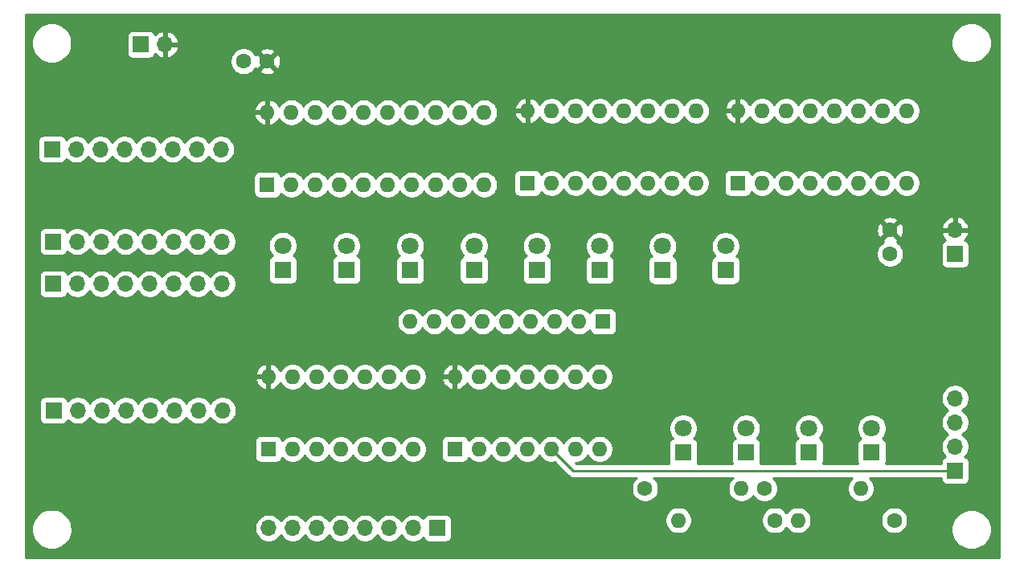
<source format=gbr>
%TF.GenerationSoftware,KiCad,Pcbnew,(5.1.9-0-10_14)*%
%TF.CreationDate,2021-05-08T23:41:31-04:00*%
%TF.ProjectId,ALU,414c552e-6b69-4636-9164-5f7063625858,rev?*%
%TF.SameCoordinates,Original*%
%TF.FileFunction,Copper,L3,Inr*%
%TF.FilePolarity,Positive*%
%FSLAX46Y46*%
G04 Gerber Fmt 4.6, Leading zero omitted, Abs format (unit mm)*
G04 Created by KiCad (PCBNEW (5.1.9-0-10_14)) date 2021-05-08 23:41:31*
%MOMM*%
%LPD*%
G01*
G04 APERTURE LIST*
%TA.AperFunction,ComponentPad*%
%ADD10O,1.700000X1.700000*%
%TD*%
%TA.AperFunction,ComponentPad*%
%ADD11R,1.700000X1.700000*%
%TD*%
%TA.AperFunction,ComponentPad*%
%ADD12O,1.600000X1.600000*%
%TD*%
%TA.AperFunction,ComponentPad*%
%ADD13R,1.600000X1.600000*%
%TD*%
%TA.AperFunction,ComponentPad*%
%ADD14C,1.800000*%
%TD*%
%TA.AperFunction,ComponentPad*%
%ADD15R,1.800000X1.800000*%
%TD*%
%TA.AperFunction,ComponentPad*%
%ADD16C,1.600000*%
%TD*%
%TA.AperFunction,Conductor*%
%ADD17C,0.250000*%
%TD*%
%TA.AperFunction,Conductor*%
%ADD18C,0.254000*%
%TD*%
%TA.AperFunction,Conductor*%
%ADD19C,0.100000*%
%TD*%
G04 APERTURE END LIST*
D10*
%TO.N,/SUM8*%
%TO.C,J8*%
X93441520Y-108066840D03*
%TO.N,/SUM7*%
X95981520Y-108066840D03*
%TO.N,/SUM6*%
X98521520Y-108066840D03*
%TO.N,/SUM5*%
X101061520Y-108066840D03*
%TO.N,/SUM4*%
X103601520Y-108066840D03*
%TO.N,/SUM3*%
X106141520Y-108066840D03*
%TO.N,/SUM2*%
X108681520Y-108066840D03*
D11*
%TO.N,/SUM1*%
X111221520Y-108066840D03*
%TD*%
D10*
%TO.N,VCC*%
%TO.C,J7*%
X82529680Y-57109360D03*
D11*
%TO.N,GND*%
X79989680Y-57109360D03*
%TD*%
D10*
%TO.N,B8*%
%TO.C,J3*%
X88574880Y-95656400D03*
%TO.N,B7*%
X86034880Y-95656400D03*
%TO.N,B6*%
X83494880Y-95656400D03*
%TO.N,B5*%
X80954880Y-95656400D03*
%TO.N,B4*%
X78414880Y-95656400D03*
%TO.N,B3*%
X75874880Y-95656400D03*
%TO.N,B2*%
X73334880Y-95656400D03*
D11*
%TO.N,B1*%
X70794880Y-95656400D03*
%TD*%
D10*
%TO.N,/CARRY_OUT*%
%TO.C,J5*%
X165755320Y-94391480D03*
%TO.N,/SUM8*%
X165755320Y-96931480D03*
%TO.N,/SUM_OUT*%
X165755320Y-99471480D03*
D11*
%TO.N,/SUB*%
X165755320Y-102011480D03*
%TD*%
D12*
%TO.N,Net-(D1-Pad1)*%
%TO.C,RN1*%
X108366560Y-86314280D03*
%TO.N,Net-(D2-Pad1)*%
X110906560Y-86314280D03*
%TO.N,Net-(D3-Pad1)*%
X113446560Y-86314280D03*
%TO.N,Net-(D4-Pad1)*%
X115986560Y-86314280D03*
%TO.N,Net-(D5-Pad1)*%
X118526560Y-86314280D03*
%TO.N,Net-(D6-Pad1)*%
X121066560Y-86314280D03*
%TO.N,Net-(D7-Pad1)*%
X123606560Y-86314280D03*
%TO.N,Net-(D8-Pad1)*%
X126146560Y-86314280D03*
D13*
%TO.N,GND*%
X128686560Y-86314280D03*
%TD*%
D14*
%TO.N,/SUM1*%
%TO.C,D8*%
X141569440Y-78359000D03*
D15*
%TO.N,Net-(D8-Pad1)*%
X141569440Y-80899000D03*
%TD*%
D14*
%TO.N,/SUM2*%
%TO.C,D7*%
X134940040Y-78359000D03*
D15*
%TO.N,Net-(D7-Pad1)*%
X134940040Y-80899000D03*
%TD*%
D14*
%TO.N,/SUM3*%
%TO.C,D6*%
X128325880Y-78348840D03*
D15*
%TO.N,Net-(D6-Pad1)*%
X128325880Y-80888840D03*
%TD*%
D14*
%TO.N,/SUM4*%
%TO.C,D5*%
X121696480Y-78333600D03*
D15*
%TO.N,Net-(D5-Pad1)*%
X121696480Y-80873600D03*
%TD*%
D14*
%TO.N,/SUM5*%
%TO.C,D4*%
X115067080Y-78333600D03*
D15*
%TO.N,Net-(D4-Pad1)*%
X115067080Y-80873600D03*
%TD*%
D14*
%TO.N,/SUM6*%
%TO.C,D3*%
X108351320Y-78333600D03*
D15*
%TO.N,Net-(D3-Pad1)*%
X108351320Y-80873600D03*
%TD*%
D14*
%TO.N,/SUM7*%
%TO.C,D2*%
X101635560Y-78333600D03*
D15*
%TO.N,Net-(D2-Pad1)*%
X101635560Y-80873600D03*
%TD*%
D14*
%TO.N,/SUM8*%
%TO.C,D1*%
X94935040Y-78308200D03*
D15*
%TO.N,Net-(D1-Pad1)*%
X94935040Y-80848200D03*
%TD*%
D16*
%TO.N,GND*%
%TO.C,C4*%
X90794200Y-58887360D03*
%TO.N,VCC*%
X93294200Y-58887360D03*
%TD*%
D10*
%TO.N,/Y1*%
%TO.C,J6*%
X88539320Y-82326480D03*
%TO.N,/Y2*%
X85999320Y-82326480D03*
%TO.N,/Y3*%
X83459320Y-82326480D03*
%TO.N,/Y4*%
X80919320Y-82326480D03*
%TO.N,/Y5*%
X78379320Y-82326480D03*
%TO.N,/Y6*%
X75839320Y-82326480D03*
%TO.N,/Y7*%
X73299320Y-82326480D03*
D11*
%TO.N,/Y8*%
X70759320Y-82326480D03*
%TD*%
D10*
%TO.N,/Y1*%
%TO.C,J4*%
X88529160Y-77876400D03*
%TO.N,/Y2*%
X85989160Y-77876400D03*
%TO.N,/Y3*%
X83449160Y-77876400D03*
%TO.N,/Y4*%
X80909160Y-77876400D03*
%TO.N,/Y5*%
X78369160Y-77876400D03*
%TO.N,/Y6*%
X75829160Y-77876400D03*
%TO.N,/Y7*%
X73289160Y-77876400D03*
D11*
%TO.N,/Y8*%
X70749160Y-77876400D03*
%TD*%
D12*
%TO.N,VCC*%
%TO.C,U15*%
X93411040Y-92120720D03*
%TO.N,GND*%
X108651040Y-99740720D03*
%TO.N,/SUB*%
X95951040Y-92120720D03*
%TO.N,Net-(U13-Pad15)*%
X106111040Y-99740720D03*
%TO.N,B1*%
X98491040Y-92120720D03*
%TO.N,/SUB*%
X103571040Y-99740720D03*
%TO.N,Net-(U13-Pad6)*%
X101031040Y-92120720D03*
%TO.N,B3*%
X101031040Y-99740720D03*
%TO.N,/SUB*%
X103571040Y-92120720D03*
%TO.N,Net-(U13-Pad11)*%
X98491040Y-99740720D03*
%TO.N,B2*%
X106111040Y-92120720D03*
%TO.N,/SUB*%
X95951040Y-99740720D03*
%TO.N,Net-(U13-Pad2)*%
X108651040Y-92120720D03*
D13*
%TO.N,B4*%
X93411040Y-99740720D03*
%TD*%
D12*
%TO.N,VCC*%
%TO.C,U14*%
X113060480Y-92110560D03*
%TO.N,GND*%
X128300480Y-99730560D03*
%TO.N,/SUB*%
X115600480Y-92110560D03*
%TO.N,Net-(U12-Pad15)*%
X125760480Y-99730560D03*
%TO.N,B5*%
X118140480Y-92110560D03*
%TO.N,/SUB*%
X123220480Y-99730560D03*
%TO.N,Net-(U12-Pad6)*%
X120680480Y-92110560D03*
%TO.N,B7*%
X120680480Y-99730560D03*
%TO.N,/SUB*%
X123220480Y-92110560D03*
%TO.N,Net-(U12-Pad11)*%
X118140480Y-99730560D03*
%TO.N,B6*%
X125760480Y-92110560D03*
%TO.N,/SUB*%
X115600480Y-99730560D03*
%TO.N,Net-(U12-Pad2)*%
X128300480Y-92110560D03*
D13*
%TO.N,B8*%
X113060480Y-99730560D03*
%TD*%
D12*
%TO.N,VCC*%
%TO.C,U13*%
X120703340Y-64089280D03*
%TO.N,GND*%
X138483340Y-71709280D03*
%TO.N,Net-(U13-Pad15)*%
X123243340Y-64089280D03*
%TO.N,/SUB*%
X135943340Y-71709280D03*
%TO.N,A3*%
X125783340Y-64089280D03*
%TO.N,Net-(U13-Pad6)*%
X133403340Y-71709280D03*
%TO.N,/SUM3*%
X128323340Y-64089280D03*
%TO.N,A1*%
X130863340Y-71709280D03*
%TO.N,A4*%
X130863340Y-64089280D03*
%TO.N,/SUM1*%
X128323340Y-71709280D03*
%TO.N,Net-(U13-Pad11)*%
X133403340Y-64089280D03*
%TO.N,A2*%
X125783340Y-71709280D03*
%TO.N,/SUM4*%
X135943340Y-64089280D03*
%TO.N,Net-(U13-Pad2)*%
X123243340Y-71709280D03*
%TO.N,Net-(U12-Pad7)*%
X138483340Y-64089280D03*
D13*
%TO.N,/SUM2*%
X120703340Y-71709280D03*
%TD*%
D12*
%TO.N,VCC*%
%TO.C,U12*%
X142859760Y-64089280D03*
%TO.N,GND*%
X160639760Y-71709280D03*
%TO.N,Net-(U12-Pad15)*%
X145399760Y-64089280D03*
%TO.N,Net-(U12-Pad7)*%
X158099760Y-71709280D03*
%TO.N,A7*%
X147939760Y-64089280D03*
%TO.N,Net-(U12-Pad6)*%
X155559760Y-71709280D03*
%TO.N,/SUM7*%
X150479760Y-64089280D03*
%TO.N,A5*%
X153019760Y-71709280D03*
%TO.N,A8*%
X153019760Y-64089280D03*
%TO.N,/SUM5*%
X150479760Y-71709280D03*
%TO.N,Net-(U12-Pad11)*%
X155559760Y-64089280D03*
%TO.N,A6*%
X147939760Y-71709280D03*
%TO.N,/SUM8*%
X158099760Y-64089280D03*
%TO.N,Net-(U12-Pad2)*%
X145399760Y-71709280D03*
%TO.N,/CARRY_OUT*%
X160639760Y-64089280D03*
D13*
%TO.N,/SUM6*%
X142859760Y-71709280D03*
%TD*%
D12*
%TO.N,VCC*%
%TO.C,U11*%
X93294200Y-64256920D03*
%TO.N,GND*%
X116154200Y-71876920D03*
%TO.N,/SUM_OUT*%
X95834200Y-64256920D03*
%TO.N,/Y1*%
X113614200Y-71876920D03*
%TO.N,/SUM8*%
X98374200Y-64256920D03*
%TO.N,/Y2*%
X111074200Y-71876920D03*
%TO.N,/SUM7*%
X100914200Y-64256920D03*
%TO.N,/Y3*%
X108534200Y-71876920D03*
%TO.N,/SUM6*%
X103454200Y-64256920D03*
%TO.N,/Y4*%
X105994200Y-71876920D03*
%TO.N,/SUM5*%
X105994200Y-64256920D03*
%TO.N,/Y5*%
X103454200Y-71876920D03*
%TO.N,/SUM4*%
X108534200Y-64256920D03*
%TO.N,/Y6*%
X100914200Y-71876920D03*
%TO.N,/SUM3*%
X111074200Y-64256920D03*
%TO.N,/Y7*%
X98374200Y-71876920D03*
%TO.N,/SUM2*%
X113614200Y-64256920D03*
%TO.N,/Y8*%
X95834200Y-71876920D03*
%TO.N,/SUM1*%
X116154200Y-64256920D03*
D13*
%TO.N,GND*%
X93294200Y-71876920D03*
%TD*%
D12*
%TO.N,GND*%
%TO.C,R4*%
X143250920Y-103896160D03*
D16*
%TO.N,Net-(D28-Pad1)*%
X133090920Y-103896160D03*
%TD*%
D12*
%TO.N,GND*%
%TO.C,R3*%
X155829000Y-103896160D03*
D16*
%TO.N,Net-(D27-Pad1)*%
X145669000Y-103896160D03*
%TD*%
D12*
%TO.N,GND*%
%TO.C,R2*%
X136601200Y-107243880D03*
D16*
%TO.N,Net-(D26-Pad1)*%
X146761200Y-107243880D03*
%TD*%
D12*
%TO.N,GND*%
%TO.C,R1*%
X149179280Y-107243880D03*
D16*
%TO.N,Net-(D25-Pad1)*%
X159339280Y-107243880D03*
%TD*%
D10*
%TO.N,A8*%
%TO.C,J2*%
X88407240Y-68143120D03*
%TO.N,A7*%
X85867240Y-68143120D03*
%TO.N,A6*%
X83327240Y-68143120D03*
%TO.N,A5*%
X80787240Y-68143120D03*
%TO.N,A4*%
X78247240Y-68143120D03*
%TO.N,A3*%
X75707240Y-68143120D03*
%TO.N,A2*%
X73167240Y-68143120D03*
D11*
%TO.N,A1*%
X70627240Y-68143120D03*
%TD*%
D10*
%TO.N,VCC*%
%TO.C,J1*%
X165755320Y-76667360D03*
D11*
%TO.N,GND*%
X165755320Y-79207360D03*
%TD*%
D14*
%TO.N,/CARRY_OUT*%
%TO.C,D28*%
X137114280Y-97561400D03*
D15*
%TO.N,Net-(D28-Pad1)*%
X137114280Y-100101400D03*
%TD*%
D14*
%TO.N,/SUM8*%
%TO.C,D27*%
X143743680Y-97566480D03*
D15*
%TO.N,Net-(D27-Pad1)*%
X143743680Y-100106480D03*
%TD*%
D14*
%TO.N,/SUM_OUT*%
%TO.C,D26*%
X150352760Y-97556320D03*
D15*
%TO.N,Net-(D26-Pad1)*%
X150352760Y-100096320D03*
%TD*%
D14*
%TO.N,/SUB*%
%TO.C,D25*%
X156966920Y-97551240D03*
D15*
%TO.N,Net-(D25-Pad1)*%
X156966920Y-100091240D03*
%TD*%
D16*
%TO.N,GND*%
%TO.C,C5*%
X158902400Y-79172440D03*
%TO.N,VCC*%
X158902400Y-76672440D03*
%TD*%
D17*
%TO.N,/SUB*%
X125501400Y-102011480D02*
X123220480Y-99730560D01*
X165755320Y-102011480D02*
X125501400Y-102011480D01*
%TD*%
D18*
%TO.N,VCC*%
X170348041Y-111140640D02*
X67843000Y-111140640D01*
X67843000Y-107983561D01*
X68456680Y-107983561D01*
X68456680Y-108404119D01*
X68538727Y-108816596D01*
X68699668Y-109205142D01*
X68933317Y-109554823D01*
X69230697Y-109852203D01*
X69580378Y-110085852D01*
X69968924Y-110246793D01*
X70381401Y-110328840D01*
X70801959Y-110328840D01*
X71214436Y-110246793D01*
X71602982Y-110085852D01*
X71952663Y-109852203D01*
X72250043Y-109554823D01*
X72483692Y-109205142D01*
X72644633Y-108816596D01*
X72726680Y-108404119D01*
X72726680Y-107983561D01*
X72714153Y-107920580D01*
X91956520Y-107920580D01*
X91956520Y-108213100D01*
X92013588Y-108499998D01*
X92125530Y-108770251D01*
X92288045Y-109013472D01*
X92494888Y-109220315D01*
X92738109Y-109382830D01*
X93008362Y-109494772D01*
X93295260Y-109551840D01*
X93587780Y-109551840D01*
X93874678Y-109494772D01*
X94144931Y-109382830D01*
X94388152Y-109220315D01*
X94594995Y-109013472D01*
X94711520Y-108839080D01*
X94828045Y-109013472D01*
X95034888Y-109220315D01*
X95278109Y-109382830D01*
X95548362Y-109494772D01*
X95835260Y-109551840D01*
X96127780Y-109551840D01*
X96414678Y-109494772D01*
X96684931Y-109382830D01*
X96928152Y-109220315D01*
X97134995Y-109013472D01*
X97251520Y-108839080D01*
X97368045Y-109013472D01*
X97574888Y-109220315D01*
X97818109Y-109382830D01*
X98088362Y-109494772D01*
X98375260Y-109551840D01*
X98667780Y-109551840D01*
X98954678Y-109494772D01*
X99224931Y-109382830D01*
X99468152Y-109220315D01*
X99674995Y-109013472D01*
X99791520Y-108839080D01*
X99908045Y-109013472D01*
X100114888Y-109220315D01*
X100358109Y-109382830D01*
X100628362Y-109494772D01*
X100915260Y-109551840D01*
X101207780Y-109551840D01*
X101494678Y-109494772D01*
X101764931Y-109382830D01*
X102008152Y-109220315D01*
X102214995Y-109013472D01*
X102331520Y-108839080D01*
X102448045Y-109013472D01*
X102654888Y-109220315D01*
X102898109Y-109382830D01*
X103168362Y-109494772D01*
X103455260Y-109551840D01*
X103747780Y-109551840D01*
X104034678Y-109494772D01*
X104304931Y-109382830D01*
X104548152Y-109220315D01*
X104754995Y-109013472D01*
X104871520Y-108839080D01*
X104988045Y-109013472D01*
X105194888Y-109220315D01*
X105438109Y-109382830D01*
X105708362Y-109494772D01*
X105995260Y-109551840D01*
X106287780Y-109551840D01*
X106574678Y-109494772D01*
X106844931Y-109382830D01*
X107088152Y-109220315D01*
X107294995Y-109013472D01*
X107411520Y-108839080D01*
X107528045Y-109013472D01*
X107734888Y-109220315D01*
X107978109Y-109382830D01*
X108248362Y-109494772D01*
X108535260Y-109551840D01*
X108827780Y-109551840D01*
X109114678Y-109494772D01*
X109384931Y-109382830D01*
X109628152Y-109220315D01*
X109760007Y-109088460D01*
X109782018Y-109161020D01*
X109840983Y-109271334D01*
X109920335Y-109368025D01*
X110017026Y-109447377D01*
X110127340Y-109506342D01*
X110247038Y-109542652D01*
X110371520Y-109554912D01*
X112071520Y-109554912D01*
X112196002Y-109542652D01*
X112315700Y-109506342D01*
X112426014Y-109447377D01*
X112522705Y-109368025D01*
X112602057Y-109271334D01*
X112661022Y-109161020D01*
X112697332Y-109041322D01*
X112709592Y-108916840D01*
X112709592Y-107216840D01*
X112698336Y-107102545D01*
X135166200Y-107102545D01*
X135166200Y-107385215D01*
X135221347Y-107662454D01*
X135329520Y-107923607D01*
X135486563Y-108158639D01*
X135686441Y-108358517D01*
X135921473Y-108515560D01*
X136182626Y-108623733D01*
X136459865Y-108678880D01*
X136742535Y-108678880D01*
X137019774Y-108623733D01*
X137280927Y-108515560D01*
X137515959Y-108358517D01*
X137715837Y-108158639D01*
X137872880Y-107923607D01*
X137981053Y-107662454D01*
X138036200Y-107385215D01*
X138036200Y-107102545D01*
X145326200Y-107102545D01*
X145326200Y-107385215D01*
X145381347Y-107662454D01*
X145489520Y-107923607D01*
X145646563Y-108158639D01*
X145846441Y-108358517D01*
X146081473Y-108515560D01*
X146342626Y-108623733D01*
X146619865Y-108678880D01*
X146902535Y-108678880D01*
X147179774Y-108623733D01*
X147440927Y-108515560D01*
X147675959Y-108358517D01*
X147875837Y-108158639D01*
X147970240Y-108017355D01*
X148064643Y-108158639D01*
X148264521Y-108358517D01*
X148499553Y-108515560D01*
X148760706Y-108623733D01*
X149037945Y-108678880D01*
X149320615Y-108678880D01*
X149597854Y-108623733D01*
X149859007Y-108515560D01*
X150094039Y-108358517D01*
X150293917Y-108158639D01*
X150450960Y-107923607D01*
X150559133Y-107662454D01*
X150614280Y-107385215D01*
X150614280Y-107102545D01*
X157904280Y-107102545D01*
X157904280Y-107385215D01*
X157959427Y-107662454D01*
X158067600Y-107923607D01*
X158224643Y-108158639D01*
X158424521Y-108358517D01*
X158659553Y-108515560D01*
X158920706Y-108623733D01*
X159197945Y-108678880D01*
X159480615Y-108678880D01*
X159757854Y-108623733D01*
X160019007Y-108515560D01*
X160254039Y-108358517D01*
X160453917Y-108158639D01*
X160550534Y-108014041D01*
X165332280Y-108014041D01*
X165332280Y-108434599D01*
X165414327Y-108847076D01*
X165575268Y-109235622D01*
X165808917Y-109585303D01*
X166106297Y-109882683D01*
X166455978Y-110116332D01*
X166844524Y-110277273D01*
X167257001Y-110359320D01*
X167677559Y-110359320D01*
X168090036Y-110277273D01*
X168478582Y-110116332D01*
X168828263Y-109882683D01*
X169125643Y-109585303D01*
X169359292Y-109235622D01*
X169520233Y-108847076D01*
X169602280Y-108434599D01*
X169602280Y-108014041D01*
X169520233Y-107601564D01*
X169359292Y-107213018D01*
X169125643Y-106863337D01*
X168828263Y-106565957D01*
X168478582Y-106332308D01*
X168090036Y-106171367D01*
X167677559Y-106089320D01*
X167257001Y-106089320D01*
X166844524Y-106171367D01*
X166455978Y-106332308D01*
X166106297Y-106565957D01*
X165808917Y-106863337D01*
X165575268Y-107213018D01*
X165414327Y-107601564D01*
X165332280Y-108014041D01*
X160550534Y-108014041D01*
X160610960Y-107923607D01*
X160719133Y-107662454D01*
X160774280Y-107385215D01*
X160774280Y-107102545D01*
X160719133Y-106825306D01*
X160610960Y-106564153D01*
X160453917Y-106329121D01*
X160254039Y-106129243D01*
X160019007Y-105972200D01*
X159757854Y-105864027D01*
X159480615Y-105808880D01*
X159197945Y-105808880D01*
X158920706Y-105864027D01*
X158659553Y-105972200D01*
X158424521Y-106129243D01*
X158224643Y-106329121D01*
X158067600Y-106564153D01*
X157959427Y-106825306D01*
X157904280Y-107102545D01*
X150614280Y-107102545D01*
X150559133Y-106825306D01*
X150450960Y-106564153D01*
X150293917Y-106329121D01*
X150094039Y-106129243D01*
X149859007Y-105972200D01*
X149597854Y-105864027D01*
X149320615Y-105808880D01*
X149037945Y-105808880D01*
X148760706Y-105864027D01*
X148499553Y-105972200D01*
X148264521Y-106129243D01*
X148064643Y-106329121D01*
X147970240Y-106470405D01*
X147875837Y-106329121D01*
X147675959Y-106129243D01*
X147440927Y-105972200D01*
X147179774Y-105864027D01*
X146902535Y-105808880D01*
X146619865Y-105808880D01*
X146342626Y-105864027D01*
X146081473Y-105972200D01*
X145846441Y-106129243D01*
X145646563Y-106329121D01*
X145489520Y-106564153D01*
X145381347Y-106825306D01*
X145326200Y-107102545D01*
X138036200Y-107102545D01*
X137981053Y-106825306D01*
X137872880Y-106564153D01*
X137715837Y-106329121D01*
X137515959Y-106129243D01*
X137280927Y-105972200D01*
X137019774Y-105864027D01*
X136742535Y-105808880D01*
X136459865Y-105808880D01*
X136182626Y-105864027D01*
X135921473Y-105972200D01*
X135686441Y-106129243D01*
X135486563Y-106329121D01*
X135329520Y-106564153D01*
X135221347Y-106825306D01*
X135166200Y-107102545D01*
X112698336Y-107102545D01*
X112697332Y-107092358D01*
X112661022Y-106972660D01*
X112602057Y-106862346D01*
X112522705Y-106765655D01*
X112426014Y-106686303D01*
X112315700Y-106627338D01*
X112196002Y-106591028D01*
X112071520Y-106578768D01*
X110371520Y-106578768D01*
X110247038Y-106591028D01*
X110127340Y-106627338D01*
X110017026Y-106686303D01*
X109920335Y-106765655D01*
X109840983Y-106862346D01*
X109782018Y-106972660D01*
X109760007Y-107045220D01*
X109628152Y-106913365D01*
X109384931Y-106750850D01*
X109114678Y-106638908D01*
X108827780Y-106581840D01*
X108535260Y-106581840D01*
X108248362Y-106638908D01*
X107978109Y-106750850D01*
X107734888Y-106913365D01*
X107528045Y-107120208D01*
X107411520Y-107294600D01*
X107294995Y-107120208D01*
X107088152Y-106913365D01*
X106844931Y-106750850D01*
X106574678Y-106638908D01*
X106287780Y-106581840D01*
X105995260Y-106581840D01*
X105708362Y-106638908D01*
X105438109Y-106750850D01*
X105194888Y-106913365D01*
X104988045Y-107120208D01*
X104871520Y-107294600D01*
X104754995Y-107120208D01*
X104548152Y-106913365D01*
X104304931Y-106750850D01*
X104034678Y-106638908D01*
X103747780Y-106581840D01*
X103455260Y-106581840D01*
X103168362Y-106638908D01*
X102898109Y-106750850D01*
X102654888Y-106913365D01*
X102448045Y-107120208D01*
X102331520Y-107294600D01*
X102214995Y-107120208D01*
X102008152Y-106913365D01*
X101764931Y-106750850D01*
X101494678Y-106638908D01*
X101207780Y-106581840D01*
X100915260Y-106581840D01*
X100628362Y-106638908D01*
X100358109Y-106750850D01*
X100114888Y-106913365D01*
X99908045Y-107120208D01*
X99791520Y-107294600D01*
X99674995Y-107120208D01*
X99468152Y-106913365D01*
X99224931Y-106750850D01*
X98954678Y-106638908D01*
X98667780Y-106581840D01*
X98375260Y-106581840D01*
X98088362Y-106638908D01*
X97818109Y-106750850D01*
X97574888Y-106913365D01*
X97368045Y-107120208D01*
X97251520Y-107294600D01*
X97134995Y-107120208D01*
X96928152Y-106913365D01*
X96684931Y-106750850D01*
X96414678Y-106638908D01*
X96127780Y-106581840D01*
X95835260Y-106581840D01*
X95548362Y-106638908D01*
X95278109Y-106750850D01*
X95034888Y-106913365D01*
X94828045Y-107120208D01*
X94711520Y-107294600D01*
X94594995Y-107120208D01*
X94388152Y-106913365D01*
X94144931Y-106750850D01*
X93874678Y-106638908D01*
X93587780Y-106581840D01*
X93295260Y-106581840D01*
X93008362Y-106638908D01*
X92738109Y-106750850D01*
X92494888Y-106913365D01*
X92288045Y-107120208D01*
X92125530Y-107363429D01*
X92013588Y-107633682D01*
X91956520Y-107920580D01*
X72714153Y-107920580D01*
X72644633Y-107571084D01*
X72483692Y-107182538D01*
X72250043Y-106832857D01*
X71952663Y-106535477D01*
X71602982Y-106301828D01*
X71214436Y-106140887D01*
X70801959Y-106058840D01*
X70381401Y-106058840D01*
X69968924Y-106140887D01*
X69580378Y-106301828D01*
X69230697Y-106535477D01*
X68933317Y-106832857D01*
X68699668Y-107182538D01*
X68538727Y-107571084D01*
X68456680Y-107983561D01*
X67843000Y-107983561D01*
X67843000Y-98940720D01*
X91972968Y-98940720D01*
X91972968Y-100540720D01*
X91985228Y-100665202D01*
X92021538Y-100784900D01*
X92080503Y-100895214D01*
X92159855Y-100991905D01*
X92256546Y-101071257D01*
X92366860Y-101130222D01*
X92486558Y-101166532D01*
X92611040Y-101178792D01*
X94211040Y-101178792D01*
X94335522Y-101166532D01*
X94455220Y-101130222D01*
X94565534Y-101071257D01*
X94662225Y-100991905D01*
X94741577Y-100895214D01*
X94800542Y-100784900D01*
X94836852Y-100665202D01*
X94837683Y-100656759D01*
X95036281Y-100855357D01*
X95271313Y-101012400D01*
X95532466Y-101120573D01*
X95809705Y-101175720D01*
X96092375Y-101175720D01*
X96369614Y-101120573D01*
X96630767Y-101012400D01*
X96865799Y-100855357D01*
X97065677Y-100655479D01*
X97221040Y-100422961D01*
X97376403Y-100655479D01*
X97576281Y-100855357D01*
X97811313Y-101012400D01*
X98072466Y-101120573D01*
X98349705Y-101175720D01*
X98632375Y-101175720D01*
X98909614Y-101120573D01*
X99170767Y-101012400D01*
X99405799Y-100855357D01*
X99605677Y-100655479D01*
X99761040Y-100422961D01*
X99916403Y-100655479D01*
X100116281Y-100855357D01*
X100351313Y-101012400D01*
X100612466Y-101120573D01*
X100889705Y-101175720D01*
X101172375Y-101175720D01*
X101449614Y-101120573D01*
X101710767Y-101012400D01*
X101945799Y-100855357D01*
X102145677Y-100655479D01*
X102301040Y-100422961D01*
X102456403Y-100655479D01*
X102656281Y-100855357D01*
X102891313Y-101012400D01*
X103152466Y-101120573D01*
X103429705Y-101175720D01*
X103712375Y-101175720D01*
X103989614Y-101120573D01*
X104250767Y-101012400D01*
X104485799Y-100855357D01*
X104685677Y-100655479D01*
X104841040Y-100422961D01*
X104996403Y-100655479D01*
X105196281Y-100855357D01*
X105431313Y-101012400D01*
X105692466Y-101120573D01*
X105969705Y-101175720D01*
X106252375Y-101175720D01*
X106529614Y-101120573D01*
X106790767Y-101012400D01*
X107025799Y-100855357D01*
X107225677Y-100655479D01*
X107381040Y-100422961D01*
X107536403Y-100655479D01*
X107736281Y-100855357D01*
X107971313Y-101012400D01*
X108232466Y-101120573D01*
X108509705Y-101175720D01*
X108792375Y-101175720D01*
X109069614Y-101120573D01*
X109330767Y-101012400D01*
X109565799Y-100855357D01*
X109765677Y-100655479D01*
X109922720Y-100420447D01*
X110030893Y-100159294D01*
X110086040Y-99882055D01*
X110086040Y-99599385D01*
X110030893Y-99322146D01*
X109922720Y-99060993D01*
X109835568Y-98930560D01*
X111622408Y-98930560D01*
X111622408Y-100530560D01*
X111634668Y-100655042D01*
X111670978Y-100774740D01*
X111729943Y-100885054D01*
X111809295Y-100981745D01*
X111905986Y-101061097D01*
X112016300Y-101120062D01*
X112135998Y-101156372D01*
X112260480Y-101168632D01*
X113860480Y-101168632D01*
X113984962Y-101156372D01*
X114104660Y-101120062D01*
X114214974Y-101061097D01*
X114311665Y-100981745D01*
X114391017Y-100885054D01*
X114449982Y-100774740D01*
X114486292Y-100655042D01*
X114487123Y-100646599D01*
X114685721Y-100845197D01*
X114920753Y-101002240D01*
X115181906Y-101110413D01*
X115459145Y-101165560D01*
X115741815Y-101165560D01*
X116019054Y-101110413D01*
X116280207Y-101002240D01*
X116515239Y-100845197D01*
X116715117Y-100645319D01*
X116870480Y-100412801D01*
X117025843Y-100645319D01*
X117225721Y-100845197D01*
X117460753Y-101002240D01*
X117721906Y-101110413D01*
X117999145Y-101165560D01*
X118281815Y-101165560D01*
X118559054Y-101110413D01*
X118820207Y-101002240D01*
X119055239Y-100845197D01*
X119255117Y-100645319D01*
X119410480Y-100412801D01*
X119565843Y-100645319D01*
X119765721Y-100845197D01*
X120000753Y-101002240D01*
X120261906Y-101110413D01*
X120539145Y-101165560D01*
X120821815Y-101165560D01*
X121099054Y-101110413D01*
X121360207Y-101002240D01*
X121595239Y-100845197D01*
X121795117Y-100645319D01*
X121950480Y-100412801D01*
X122105843Y-100645319D01*
X122305721Y-100845197D01*
X122540753Y-101002240D01*
X122801906Y-101110413D01*
X123079145Y-101165560D01*
X123361815Y-101165560D01*
X123544366Y-101129248D01*
X124937601Y-102522483D01*
X124961399Y-102551481D01*
X124990397Y-102575279D01*
X125077123Y-102646454D01*
X125209153Y-102717026D01*
X125352414Y-102760483D01*
X125464067Y-102771480D01*
X125464077Y-102771480D01*
X125501400Y-102775156D01*
X125538722Y-102771480D01*
X132191191Y-102771480D01*
X132176161Y-102781523D01*
X131976283Y-102981401D01*
X131819240Y-103216433D01*
X131711067Y-103477586D01*
X131655920Y-103754825D01*
X131655920Y-104037495D01*
X131711067Y-104314734D01*
X131819240Y-104575887D01*
X131976283Y-104810919D01*
X132176161Y-105010797D01*
X132411193Y-105167840D01*
X132672346Y-105276013D01*
X132949585Y-105331160D01*
X133232255Y-105331160D01*
X133509494Y-105276013D01*
X133770647Y-105167840D01*
X134005679Y-105010797D01*
X134205557Y-104810919D01*
X134362600Y-104575887D01*
X134470773Y-104314734D01*
X134525920Y-104037495D01*
X134525920Y-103754825D01*
X134470773Y-103477586D01*
X134362600Y-103216433D01*
X134205557Y-102981401D01*
X134005679Y-102781523D01*
X133990649Y-102771480D01*
X142351191Y-102771480D01*
X142336161Y-102781523D01*
X142136283Y-102981401D01*
X141979240Y-103216433D01*
X141871067Y-103477586D01*
X141815920Y-103754825D01*
X141815920Y-104037495D01*
X141871067Y-104314734D01*
X141979240Y-104575887D01*
X142136283Y-104810919D01*
X142336161Y-105010797D01*
X142571193Y-105167840D01*
X142832346Y-105276013D01*
X143109585Y-105331160D01*
X143392255Y-105331160D01*
X143669494Y-105276013D01*
X143930647Y-105167840D01*
X144165679Y-105010797D01*
X144365557Y-104810919D01*
X144459960Y-104669635D01*
X144554363Y-104810919D01*
X144754241Y-105010797D01*
X144989273Y-105167840D01*
X145250426Y-105276013D01*
X145527665Y-105331160D01*
X145810335Y-105331160D01*
X146087574Y-105276013D01*
X146348727Y-105167840D01*
X146583759Y-105010797D01*
X146783637Y-104810919D01*
X146940680Y-104575887D01*
X147048853Y-104314734D01*
X147104000Y-104037495D01*
X147104000Y-103754825D01*
X147048853Y-103477586D01*
X146940680Y-103216433D01*
X146783637Y-102981401D01*
X146583759Y-102781523D01*
X146568729Y-102771480D01*
X154929271Y-102771480D01*
X154914241Y-102781523D01*
X154714363Y-102981401D01*
X154557320Y-103216433D01*
X154449147Y-103477586D01*
X154394000Y-103754825D01*
X154394000Y-104037495D01*
X154449147Y-104314734D01*
X154557320Y-104575887D01*
X154714363Y-104810919D01*
X154914241Y-105010797D01*
X155149273Y-105167840D01*
X155410426Y-105276013D01*
X155687665Y-105331160D01*
X155970335Y-105331160D01*
X156247574Y-105276013D01*
X156508727Y-105167840D01*
X156743759Y-105010797D01*
X156943637Y-104810919D01*
X157100680Y-104575887D01*
X157208853Y-104314734D01*
X157264000Y-104037495D01*
X157264000Y-103754825D01*
X157208853Y-103477586D01*
X157100680Y-103216433D01*
X156943637Y-102981401D01*
X156743759Y-102781523D01*
X156728729Y-102771480D01*
X164267248Y-102771480D01*
X164267248Y-102861480D01*
X164279508Y-102985962D01*
X164315818Y-103105660D01*
X164374783Y-103215974D01*
X164454135Y-103312665D01*
X164550826Y-103392017D01*
X164661140Y-103450982D01*
X164780838Y-103487292D01*
X164905320Y-103499552D01*
X166605320Y-103499552D01*
X166729802Y-103487292D01*
X166849500Y-103450982D01*
X166959814Y-103392017D01*
X167056505Y-103312665D01*
X167135857Y-103215974D01*
X167194822Y-103105660D01*
X167231132Y-102985962D01*
X167243392Y-102861480D01*
X167243392Y-101161480D01*
X167231132Y-101036998D01*
X167194822Y-100917300D01*
X167135857Y-100806986D01*
X167056505Y-100710295D01*
X166959814Y-100630943D01*
X166849500Y-100571978D01*
X166776940Y-100549967D01*
X166908795Y-100418112D01*
X167071310Y-100174891D01*
X167183252Y-99904638D01*
X167240320Y-99617740D01*
X167240320Y-99325220D01*
X167183252Y-99038322D01*
X167071310Y-98768069D01*
X166908795Y-98524848D01*
X166701952Y-98318005D01*
X166527560Y-98201480D01*
X166701952Y-98084955D01*
X166908795Y-97878112D01*
X167071310Y-97634891D01*
X167183252Y-97364638D01*
X167240320Y-97077740D01*
X167240320Y-96785220D01*
X167183252Y-96498322D01*
X167071310Y-96228069D01*
X166908795Y-95984848D01*
X166701952Y-95778005D01*
X166527560Y-95661480D01*
X166701952Y-95544955D01*
X166908795Y-95338112D01*
X167071310Y-95094891D01*
X167183252Y-94824638D01*
X167240320Y-94537740D01*
X167240320Y-94245220D01*
X167183252Y-93958322D01*
X167071310Y-93688069D01*
X166908795Y-93444848D01*
X166701952Y-93238005D01*
X166458731Y-93075490D01*
X166188478Y-92963548D01*
X165901580Y-92906480D01*
X165609060Y-92906480D01*
X165322162Y-92963548D01*
X165051909Y-93075490D01*
X164808688Y-93238005D01*
X164601845Y-93444848D01*
X164439330Y-93688069D01*
X164327388Y-93958322D01*
X164270320Y-94245220D01*
X164270320Y-94537740D01*
X164327388Y-94824638D01*
X164439330Y-95094891D01*
X164601845Y-95338112D01*
X164808688Y-95544955D01*
X164983080Y-95661480D01*
X164808688Y-95778005D01*
X164601845Y-95984848D01*
X164439330Y-96228069D01*
X164327388Y-96498322D01*
X164270320Y-96785220D01*
X164270320Y-97077740D01*
X164327388Y-97364638D01*
X164439330Y-97634891D01*
X164601845Y-97878112D01*
X164808688Y-98084955D01*
X164983080Y-98201480D01*
X164808688Y-98318005D01*
X164601845Y-98524848D01*
X164439330Y-98768069D01*
X164327388Y-99038322D01*
X164270320Y-99325220D01*
X164270320Y-99617740D01*
X164327388Y-99904638D01*
X164439330Y-100174891D01*
X164601845Y-100418112D01*
X164733700Y-100549967D01*
X164661140Y-100571978D01*
X164550826Y-100630943D01*
X164454135Y-100710295D01*
X164374783Y-100806986D01*
X164315818Y-100917300D01*
X164279508Y-101036998D01*
X164267248Y-101161480D01*
X164267248Y-101251480D01*
X158447838Y-101251480D01*
X158456422Y-101235420D01*
X158492732Y-101115722D01*
X158504992Y-100991240D01*
X158504992Y-99191240D01*
X158492732Y-99066758D01*
X158456422Y-98947060D01*
X158397457Y-98836746D01*
X158318105Y-98740055D01*
X158221414Y-98660703D01*
X158111100Y-98601738D01*
X158092793Y-98596184D01*
X158159232Y-98529745D01*
X158327219Y-98278335D01*
X158442931Y-97998983D01*
X158501920Y-97702424D01*
X158501920Y-97400056D01*
X158442931Y-97103497D01*
X158327219Y-96824145D01*
X158159232Y-96572735D01*
X157945425Y-96358928D01*
X157694015Y-96190941D01*
X157414663Y-96075229D01*
X157118104Y-96016240D01*
X156815736Y-96016240D01*
X156519177Y-96075229D01*
X156239825Y-96190941D01*
X155988415Y-96358928D01*
X155774608Y-96572735D01*
X155606621Y-96824145D01*
X155490909Y-97103497D01*
X155431920Y-97400056D01*
X155431920Y-97702424D01*
X155490909Y-97998983D01*
X155606621Y-98278335D01*
X155774608Y-98529745D01*
X155841047Y-98596184D01*
X155822740Y-98601738D01*
X155712426Y-98660703D01*
X155615735Y-98740055D01*
X155536383Y-98836746D01*
X155477418Y-98947060D01*
X155441108Y-99066758D01*
X155428848Y-99191240D01*
X155428848Y-100991240D01*
X155441108Y-101115722D01*
X155477418Y-101235420D01*
X155486002Y-101251480D01*
X151836393Y-101251480D01*
X151842262Y-101240500D01*
X151878572Y-101120802D01*
X151890832Y-100996320D01*
X151890832Y-99196320D01*
X151878572Y-99071838D01*
X151842262Y-98952140D01*
X151783297Y-98841826D01*
X151703945Y-98745135D01*
X151607254Y-98665783D01*
X151496940Y-98606818D01*
X151478633Y-98601264D01*
X151545072Y-98534825D01*
X151713059Y-98283415D01*
X151828771Y-98004063D01*
X151887760Y-97707504D01*
X151887760Y-97405136D01*
X151828771Y-97108577D01*
X151713059Y-96829225D01*
X151545072Y-96577815D01*
X151331265Y-96364008D01*
X151079855Y-96196021D01*
X150800503Y-96080309D01*
X150503944Y-96021320D01*
X150201576Y-96021320D01*
X149905017Y-96080309D01*
X149625665Y-96196021D01*
X149374255Y-96364008D01*
X149160448Y-96577815D01*
X148992461Y-96829225D01*
X148876749Y-97108577D01*
X148817760Y-97405136D01*
X148817760Y-97707504D01*
X148876749Y-98004063D01*
X148992461Y-98283415D01*
X149160448Y-98534825D01*
X149226887Y-98601264D01*
X149208580Y-98606818D01*
X149098266Y-98665783D01*
X149001575Y-98745135D01*
X148922223Y-98841826D01*
X148863258Y-98952140D01*
X148826948Y-99071838D01*
X148814688Y-99196320D01*
X148814688Y-100996320D01*
X148826948Y-101120802D01*
X148863258Y-101240500D01*
X148869127Y-101251480D01*
X145232744Y-101251480D01*
X145233182Y-101250660D01*
X145269492Y-101130962D01*
X145281752Y-101006480D01*
X145281752Y-99206480D01*
X145269492Y-99081998D01*
X145233182Y-98962300D01*
X145174217Y-98851986D01*
X145094865Y-98755295D01*
X144998174Y-98675943D01*
X144887860Y-98616978D01*
X144869553Y-98611424D01*
X144935992Y-98544985D01*
X145103979Y-98293575D01*
X145219691Y-98014223D01*
X145278680Y-97717664D01*
X145278680Y-97415296D01*
X145219691Y-97118737D01*
X145103979Y-96839385D01*
X144935992Y-96587975D01*
X144722185Y-96374168D01*
X144470775Y-96206181D01*
X144191423Y-96090469D01*
X143894864Y-96031480D01*
X143592496Y-96031480D01*
X143295937Y-96090469D01*
X143016585Y-96206181D01*
X142765175Y-96374168D01*
X142551368Y-96587975D01*
X142383381Y-96839385D01*
X142267669Y-97118737D01*
X142208680Y-97415296D01*
X142208680Y-97717664D01*
X142267669Y-98014223D01*
X142383381Y-98293575D01*
X142551368Y-98544985D01*
X142617807Y-98611424D01*
X142599500Y-98616978D01*
X142489186Y-98675943D01*
X142392495Y-98755295D01*
X142313143Y-98851986D01*
X142254178Y-98962300D01*
X142217868Y-99081998D01*
X142205608Y-99206480D01*
X142205608Y-101006480D01*
X142217868Y-101130962D01*
X142254178Y-101250660D01*
X142254616Y-101251480D01*
X138600628Y-101251480D01*
X138603782Y-101245580D01*
X138640092Y-101125882D01*
X138652352Y-101001400D01*
X138652352Y-99201400D01*
X138640092Y-99076918D01*
X138603782Y-98957220D01*
X138544817Y-98846906D01*
X138465465Y-98750215D01*
X138368774Y-98670863D01*
X138258460Y-98611898D01*
X138240153Y-98606344D01*
X138306592Y-98539905D01*
X138474579Y-98288495D01*
X138590291Y-98009143D01*
X138649280Y-97712584D01*
X138649280Y-97410216D01*
X138590291Y-97113657D01*
X138474579Y-96834305D01*
X138306592Y-96582895D01*
X138092785Y-96369088D01*
X137841375Y-96201101D01*
X137562023Y-96085389D01*
X137265464Y-96026400D01*
X136963096Y-96026400D01*
X136666537Y-96085389D01*
X136387185Y-96201101D01*
X136135775Y-96369088D01*
X135921968Y-96582895D01*
X135753981Y-96834305D01*
X135638269Y-97113657D01*
X135579280Y-97410216D01*
X135579280Y-97712584D01*
X135638269Y-98009143D01*
X135753981Y-98288495D01*
X135921968Y-98539905D01*
X135988407Y-98606344D01*
X135970100Y-98611898D01*
X135859786Y-98670863D01*
X135763095Y-98750215D01*
X135683743Y-98846906D01*
X135624778Y-98957220D01*
X135588468Y-99076918D01*
X135576208Y-99201400D01*
X135576208Y-101001400D01*
X135588468Y-101125882D01*
X135624778Y-101245580D01*
X135627932Y-101251480D01*
X125816202Y-101251480D01*
X125730282Y-101165560D01*
X125901815Y-101165560D01*
X126179054Y-101110413D01*
X126440207Y-101002240D01*
X126675239Y-100845197D01*
X126875117Y-100645319D01*
X127030480Y-100412801D01*
X127185843Y-100645319D01*
X127385721Y-100845197D01*
X127620753Y-101002240D01*
X127881906Y-101110413D01*
X128159145Y-101165560D01*
X128441815Y-101165560D01*
X128719054Y-101110413D01*
X128980207Y-101002240D01*
X129215239Y-100845197D01*
X129415117Y-100645319D01*
X129572160Y-100410287D01*
X129680333Y-100149134D01*
X129735480Y-99871895D01*
X129735480Y-99589225D01*
X129680333Y-99311986D01*
X129572160Y-99050833D01*
X129415117Y-98815801D01*
X129215239Y-98615923D01*
X128980207Y-98458880D01*
X128719054Y-98350707D01*
X128441815Y-98295560D01*
X128159145Y-98295560D01*
X127881906Y-98350707D01*
X127620753Y-98458880D01*
X127385721Y-98615923D01*
X127185843Y-98815801D01*
X127030480Y-99048319D01*
X126875117Y-98815801D01*
X126675239Y-98615923D01*
X126440207Y-98458880D01*
X126179054Y-98350707D01*
X125901815Y-98295560D01*
X125619145Y-98295560D01*
X125341906Y-98350707D01*
X125080753Y-98458880D01*
X124845721Y-98615923D01*
X124645843Y-98815801D01*
X124490480Y-99048319D01*
X124335117Y-98815801D01*
X124135239Y-98615923D01*
X123900207Y-98458880D01*
X123639054Y-98350707D01*
X123361815Y-98295560D01*
X123079145Y-98295560D01*
X122801906Y-98350707D01*
X122540753Y-98458880D01*
X122305721Y-98615923D01*
X122105843Y-98815801D01*
X121950480Y-99048319D01*
X121795117Y-98815801D01*
X121595239Y-98615923D01*
X121360207Y-98458880D01*
X121099054Y-98350707D01*
X120821815Y-98295560D01*
X120539145Y-98295560D01*
X120261906Y-98350707D01*
X120000753Y-98458880D01*
X119765721Y-98615923D01*
X119565843Y-98815801D01*
X119410480Y-99048319D01*
X119255117Y-98815801D01*
X119055239Y-98615923D01*
X118820207Y-98458880D01*
X118559054Y-98350707D01*
X118281815Y-98295560D01*
X117999145Y-98295560D01*
X117721906Y-98350707D01*
X117460753Y-98458880D01*
X117225721Y-98615923D01*
X117025843Y-98815801D01*
X116870480Y-99048319D01*
X116715117Y-98815801D01*
X116515239Y-98615923D01*
X116280207Y-98458880D01*
X116019054Y-98350707D01*
X115741815Y-98295560D01*
X115459145Y-98295560D01*
X115181906Y-98350707D01*
X114920753Y-98458880D01*
X114685721Y-98615923D01*
X114487123Y-98814521D01*
X114486292Y-98806078D01*
X114449982Y-98686380D01*
X114391017Y-98576066D01*
X114311665Y-98479375D01*
X114214974Y-98400023D01*
X114104660Y-98341058D01*
X113984962Y-98304748D01*
X113860480Y-98292488D01*
X112260480Y-98292488D01*
X112135998Y-98304748D01*
X112016300Y-98341058D01*
X111905986Y-98400023D01*
X111809295Y-98479375D01*
X111729943Y-98576066D01*
X111670978Y-98686380D01*
X111634668Y-98806078D01*
X111622408Y-98930560D01*
X109835568Y-98930560D01*
X109765677Y-98825961D01*
X109565799Y-98626083D01*
X109330767Y-98469040D01*
X109069614Y-98360867D01*
X108792375Y-98305720D01*
X108509705Y-98305720D01*
X108232466Y-98360867D01*
X107971313Y-98469040D01*
X107736281Y-98626083D01*
X107536403Y-98825961D01*
X107381040Y-99058479D01*
X107225677Y-98825961D01*
X107025799Y-98626083D01*
X106790767Y-98469040D01*
X106529614Y-98360867D01*
X106252375Y-98305720D01*
X105969705Y-98305720D01*
X105692466Y-98360867D01*
X105431313Y-98469040D01*
X105196281Y-98626083D01*
X104996403Y-98825961D01*
X104841040Y-99058479D01*
X104685677Y-98825961D01*
X104485799Y-98626083D01*
X104250767Y-98469040D01*
X103989614Y-98360867D01*
X103712375Y-98305720D01*
X103429705Y-98305720D01*
X103152466Y-98360867D01*
X102891313Y-98469040D01*
X102656281Y-98626083D01*
X102456403Y-98825961D01*
X102301040Y-99058479D01*
X102145677Y-98825961D01*
X101945799Y-98626083D01*
X101710767Y-98469040D01*
X101449614Y-98360867D01*
X101172375Y-98305720D01*
X100889705Y-98305720D01*
X100612466Y-98360867D01*
X100351313Y-98469040D01*
X100116281Y-98626083D01*
X99916403Y-98825961D01*
X99761040Y-99058479D01*
X99605677Y-98825961D01*
X99405799Y-98626083D01*
X99170767Y-98469040D01*
X98909614Y-98360867D01*
X98632375Y-98305720D01*
X98349705Y-98305720D01*
X98072466Y-98360867D01*
X97811313Y-98469040D01*
X97576281Y-98626083D01*
X97376403Y-98825961D01*
X97221040Y-99058479D01*
X97065677Y-98825961D01*
X96865799Y-98626083D01*
X96630767Y-98469040D01*
X96369614Y-98360867D01*
X96092375Y-98305720D01*
X95809705Y-98305720D01*
X95532466Y-98360867D01*
X95271313Y-98469040D01*
X95036281Y-98626083D01*
X94837683Y-98824681D01*
X94836852Y-98816238D01*
X94800542Y-98696540D01*
X94741577Y-98586226D01*
X94662225Y-98489535D01*
X94565534Y-98410183D01*
X94455220Y-98351218D01*
X94335522Y-98314908D01*
X94211040Y-98302648D01*
X92611040Y-98302648D01*
X92486558Y-98314908D01*
X92366860Y-98351218D01*
X92256546Y-98410183D01*
X92159855Y-98489535D01*
X92080503Y-98586226D01*
X92021538Y-98696540D01*
X91985228Y-98816238D01*
X91972968Y-98940720D01*
X67843000Y-98940720D01*
X67843000Y-94806400D01*
X69306808Y-94806400D01*
X69306808Y-96506400D01*
X69319068Y-96630882D01*
X69355378Y-96750580D01*
X69414343Y-96860894D01*
X69493695Y-96957585D01*
X69590386Y-97036937D01*
X69700700Y-97095902D01*
X69820398Y-97132212D01*
X69944880Y-97144472D01*
X71644880Y-97144472D01*
X71769362Y-97132212D01*
X71889060Y-97095902D01*
X71999374Y-97036937D01*
X72096065Y-96957585D01*
X72175417Y-96860894D01*
X72234382Y-96750580D01*
X72256393Y-96678020D01*
X72388248Y-96809875D01*
X72631469Y-96972390D01*
X72901722Y-97084332D01*
X73188620Y-97141400D01*
X73481140Y-97141400D01*
X73768038Y-97084332D01*
X74038291Y-96972390D01*
X74281512Y-96809875D01*
X74488355Y-96603032D01*
X74604880Y-96428640D01*
X74721405Y-96603032D01*
X74928248Y-96809875D01*
X75171469Y-96972390D01*
X75441722Y-97084332D01*
X75728620Y-97141400D01*
X76021140Y-97141400D01*
X76308038Y-97084332D01*
X76578291Y-96972390D01*
X76821512Y-96809875D01*
X77028355Y-96603032D01*
X77144880Y-96428640D01*
X77261405Y-96603032D01*
X77468248Y-96809875D01*
X77711469Y-96972390D01*
X77981722Y-97084332D01*
X78268620Y-97141400D01*
X78561140Y-97141400D01*
X78848038Y-97084332D01*
X79118291Y-96972390D01*
X79361512Y-96809875D01*
X79568355Y-96603032D01*
X79684880Y-96428640D01*
X79801405Y-96603032D01*
X80008248Y-96809875D01*
X80251469Y-96972390D01*
X80521722Y-97084332D01*
X80808620Y-97141400D01*
X81101140Y-97141400D01*
X81388038Y-97084332D01*
X81658291Y-96972390D01*
X81901512Y-96809875D01*
X82108355Y-96603032D01*
X82224880Y-96428640D01*
X82341405Y-96603032D01*
X82548248Y-96809875D01*
X82791469Y-96972390D01*
X83061722Y-97084332D01*
X83348620Y-97141400D01*
X83641140Y-97141400D01*
X83928038Y-97084332D01*
X84198291Y-96972390D01*
X84441512Y-96809875D01*
X84648355Y-96603032D01*
X84764880Y-96428640D01*
X84881405Y-96603032D01*
X85088248Y-96809875D01*
X85331469Y-96972390D01*
X85601722Y-97084332D01*
X85888620Y-97141400D01*
X86181140Y-97141400D01*
X86468038Y-97084332D01*
X86738291Y-96972390D01*
X86981512Y-96809875D01*
X87188355Y-96603032D01*
X87304880Y-96428640D01*
X87421405Y-96603032D01*
X87628248Y-96809875D01*
X87871469Y-96972390D01*
X88141722Y-97084332D01*
X88428620Y-97141400D01*
X88721140Y-97141400D01*
X89008038Y-97084332D01*
X89278291Y-96972390D01*
X89521512Y-96809875D01*
X89728355Y-96603032D01*
X89890870Y-96359811D01*
X90002812Y-96089558D01*
X90059880Y-95802660D01*
X90059880Y-95510140D01*
X90002812Y-95223242D01*
X89890870Y-94952989D01*
X89728355Y-94709768D01*
X89521512Y-94502925D01*
X89278291Y-94340410D01*
X89008038Y-94228468D01*
X88721140Y-94171400D01*
X88428620Y-94171400D01*
X88141722Y-94228468D01*
X87871469Y-94340410D01*
X87628248Y-94502925D01*
X87421405Y-94709768D01*
X87304880Y-94884160D01*
X87188355Y-94709768D01*
X86981512Y-94502925D01*
X86738291Y-94340410D01*
X86468038Y-94228468D01*
X86181140Y-94171400D01*
X85888620Y-94171400D01*
X85601722Y-94228468D01*
X85331469Y-94340410D01*
X85088248Y-94502925D01*
X84881405Y-94709768D01*
X84764880Y-94884160D01*
X84648355Y-94709768D01*
X84441512Y-94502925D01*
X84198291Y-94340410D01*
X83928038Y-94228468D01*
X83641140Y-94171400D01*
X83348620Y-94171400D01*
X83061722Y-94228468D01*
X82791469Y-94340410D01*
X82548248Y-94502925D01*
X82341405Y-94709768D01*
X82224880Y-94884160D01*
X82108355Y-94709768D01*
X81901512Y-94502925D01*
X81658291Y-94340410D01*
X81388038Y-94228468D01*
X81101140Y-94171400D01*
X80808620Y-94171400D01*
X80521722Y-94228468D01*
X80251469Y-94340410D01*
X80008248Y-94502925D01*
X79801405Y-94709768D01*
X79684880Y-94884160D01*
X79568355Y-94709768D01*
X79361512Y-94502925D01*
X79118291Y-94340410D01*
X78848038Y-94228468D01*
X78561140Y-94171400D01*
X78268620Y-94171400D01*
X77981722Y-94228468D01*
X77711469Y-94340410D01*
X77468248Y-94502925D01*
X77261405Y-94709768D01*
X77144880Y-94884160D01*
X77028355Y-94709768D01*
X76821512Y-94502925D01*
X76578291Y-94340410D01*
X76308038Y-94228468D01*
X76021140Y-94171400D01*
X75728620Y-94171400D01*
X75441722Y-94228468D01*
X75171469Y-94340410D01*
X74928248Y-94502925D01*
X74721405Y-94709768D01*
X74604880Y-94884160D01*
X74488355Y-94709768D01*
X74281512Y-94502925D01*
X74038291Y-94340410D01*
X73768038Y-94228468D01*
X73481140Y-94171400D01*
X73188620Y-94171400D01*
X72901722Y-94228468D01*
X72631469Y-94340410D01*
X72388248Y-94502925D01*
X72256393Y-94634780D01*
X72234382Y-94562220D01*
X72175417Y-94451906D01*
X72096065Y-94355215D01*
X71999374Y-94275863D01*
X71889060Y-94216898D01*
X71769362Y-94180588D01*
X71644880Y-94168328D01*
X69944880Y-94168328D01*
X69820398Y-94180588D01*
X69700700Y-94216898D01*
X69590386Y-94275863D01*
X69493695Y-94355215D01*
X69414343Y-94451906D01*
X69355378Y-94562220D01*
X69319068Y-94681918D01*
X69306808Y-94806400D01*
X67843000Y-94806400D01*
X67843000Y-92469760D01*
X92019131Y-92469760D01*
X92113970Y-92734601D01*
X92258655Y-92975851D01*
X92447626Y-93184239D01*
X92673620Y-93351757D01*
X92927953Y-93471966D01*
X93062001Y-93512624D01*
X93284040Y-93390635D01*
X93284040Y-92247720D01*
X92140416Y-92247720D01*
X92019131Y-92469760D01*
X67843000Y-92469760D01*
X67843000Y-91771680D01*
X92019131Y-91771680D01*
X92140416Y-91993720D01*
X93284040Y-91993720D01*
X93284040Y-90850805D01*
X93538040Y-90850805D01*
X93538040Y-91993720D01*
X93558040Y-91993720D01*
X93558040Y-92247720D01*
X93538040Y-92247720D01*
X93538040Y-93390635D01*
X93760079Y-93512624D01*
X93894127Y-93471966D01*
X94148460Y-93351757D01*
X94374454Y-93184239D01*
X94563425Y-92975851D01*
X94674973Y-92789855D01*
X94679360Y-92800447D01*
X94836403Y-93035479D01*
X95036281Y-93235357D01*
X95271313Y-93392400D01*
X95532466Y-93500573D01*
X95809705Y-93555720D01*
X96092375Y-93555720D01*
X96369614Y-93500573D01*
X96630767Y-93392400D01*
X96865799Y-93235357D01*
X97065677Y-93035479D01*
X97221040Y-92802961D01*
X97376403Y-93035479D01*
X97576281Y-93235357D01*
X97811313Y-93392400D01*
X98072466Y-93500573D01*
X98349705Y-93555720D01*
X98632375Y-93555720D01*
X98909614Y-93500573D01*
X99170767Y-93392400D01*
X99405799Y-93235357D01*
X99605677Y-93035479D01*
X99761040Y-92802961D01*
X99916403Y-93035479D01*
X100116281Y-93235357D01*
X100351313Y-93392400D01*
X100612466Y-93500573D01*
X100889705Y-93555720D01*
X101172375Y-93555720D01*
X101449614Y-93500573D01*
X101710767Y-93392400D01*
X101945799Y-93235357D01*
X102145677Y-93035479D01*
X102301040Y-92802961D01*
X102456403Y-93035479D01*
X102656281Y-93235357D01*
X102891313Y-93392400D01*
X103152466Y-93500573D01*
X103429705Y-93555720D01*
X103712375Y-93555720D01*
X103989614Y-93500573D01*
X104250767Y-93392400D01*
X104485799Y-93235357D01*
X104685677Y-93035479D01*
X104841040Y-92802961D01*
X104996403Y-93035479D01*
X105196281Y-93235357D01*
X105431313Y-93392400D01*
X105692466Y-93500573D01*
X105969705Y-93555720D01*
X106252375Y-93555720D01*
X106529614Y-93500573D01*
X106790767Y-93392400D01*
X107025799Y-93235357D01*
X107225677Y-93035479D01*
X107381040Y-92802961D01*
X107536403Y-93035479D01*
X107736281Y-93235357D01*
X107971313Y-93392400D01*
X108232466Y-93500573D01*
X108509705Y-93555720D01*
X108792375Y-93555720D01*
X109069614Y-93500573D01*
X109330767Y-93392400D01*
X109565799Y-93235357D01*
X109765677Y-93035479D01*
X109922720Y-92800447D01*
X110030893Y-92539294D01*
X110046745Y-92459600D01*
X111668571Y-92459600D01*
X111763410Y-92724441D01*
X111908095Y-92965691D01*
X112097066Y-93174079D01*
X112323060Y-93341597D01*
X112577393Y-93461806D01*
X112711441Y-93502464D01*
X112933480Y-93380475D01*
X112933480Y-92237560D01*
X111789856Y-92237560D01*
X111668571Y-92459600D01*
X110046745Y-92459600D01*
X110086040Y-92262055D01*
X110086040Y-91979385D01*
X110042704Y-91761520D01*
X111668571Y-91761520D01*
X111789856Y-91983560D01*
X112933480Y-91983560D01*
X112933480Y-90840645D01*
X113187480Y-90840645D01*
X113187480Y-91983560D01*
X113207480Y-91983560D01*
X113207480Y-92237560D01*
X113187480Y-92237560D01*
X113187480Y-93380475D01*
X113409519Y-93502464D01*
X113543567Y-93461806D01*
X113797900Y-93341597D01*
X114023894Y-93174079D01*
X114212865Y-92965691D01*
X114324413Y-92779695D01*
X114328800Y-92790287D01*
X114485843Y-93025319D01*
X114685721Y-93225197D01*
X114920753Y-93382240D01*
X115181906Y-93490413D01*
X115459145Y-93545560D01*
X115741815Y-93545560D01*
X116019054Y-93490413D01*
X116280207Y-93382240D01*
X116515239Y-93225197D01*
X116715117Y-93025319D01*
X116870480Y-92792801D01*
X117025843Y-93025319D01*
X117225721Y-93225197D01*
X117460753Y-93382240D01*
X117721906Y-93490413D01*
X117999145Y-93545560D01*
X118281815Y-93545560D01*
X118559054Y-93490413D01*
X118820207Y-93382240D01*
X119055239Y-93225197D01*
X119255117Y-93025319D01*
X119410480Y-92792801D01*
X119565843Y-93025319D01*
X119765721Y-93225197D01*
X120000753Y-93382240D01*
X120261906Y-93490413D01*
X120539145Y-93545560D01*
X120821815Y-93545560D01*
X121099054Y-93490413D01*
X121360207Y-93382240D01*
X121595239Y-93225197D01*
X121795117Y-93025319D01*
X121950480Y-92792801D01*
X122105843Y-93025319D01*
X122305721Y-93225197D01*
X122540753Y-93382240D01*
X122801906Y-93490413D01*
X123079145Y-93545560D01*
X123361815Y-93545560D01*
X123639054Y-93490413D01*
X123900207Y-93382240D01*
X124135239Y-93225197D01*
X124335117Y-93025319D01*
X124490480Y-92792801D01*
X124645843Y-93025319D01*
X124845721Y-93225197D01*
X125080753Y-93382240D01*
X125341906Y-93490413D01*
X125619145Y-93545560D01*
X125901815Y-93545560D01*
X126179054Y-93490413D01*
X126440207Y-93382240D01*
X126675239Y-93225197D01*
X126875117Y-93025319D01*
X127030480Y-92792801D01*
X127185843Y-93025319D01*
X127385721Y-93225197D01*
X127620753Y-93382240D01*
X127881906Y-93490413D01*
X128159145Y-93545560D01*
X128441815Y-93545560D01*
X128719054Y-93490413D01*
X128980207Y-93382240D01*
X129215239Y-93225197D01*
X129415117Y-93025319D01*
X129572160Y-92790287D01*
X129680333Y-92529134D01*
X129735480Y-92251895D01*
X129735480Y-91969225D01*
X129680333Y-91691986D01*
X129572160Y-91430833D01*
X129415117Y-91195801D01*
X129215239Y-90995923D01*
X128980207Y-90838880D01*
X128719054Y-90730707D01*
X128441815Y-90675560D01*
X128159145Y-90675560D01*
X127881906Y-90730707D01*
X127620753Y-90838880D01*
X127385721Y-90995923D01*
X127185843Y-91195801D01*
X127030480Y-91428319D01*
X126875117Y-91195801D01*
X126675239Y-90995923D01*
X126440207Y-90838880D01*
X126179054Y-90730707D01*
X125901815Y-90675560D01*
X125619145Y-90675560D01*
X125341906Y-90730707D01*
X125080753Y-90838880D01*
X124845721Y-90995923D01*
X124645843Y-91195801D01*
X124490480Y-91428319D01*
X124335117Y-91195801D01*
X124135239Y-90995923D01*
X123900207Y-90838880D01*
X123639054Y-90730707D01*
X123361815Y-90675560D01*
X123079145Y-90675560D01*
X122801906Y-90730707D01*
X122540753Y-90838880D01*
X122305721Y-90995923D01*
X122105843Y-91195801D01*
X121950480Y-91428319D01*
X121795117Y-91195801D01*
X121595239Y-90995923D01*
X121360207Y-90838880D01*
X121099054Y-90730707D01*
X120821815Y-90675560D01*
X120539145Y-90675560D01*
X120261906Y-90730707D01*
X120000753Y-90838880D01*
X119765721Y-90995923D01*
X119565843Y-91195801D01*
X119410480Y-91428319D01*
X119255117Y-91195801D01*
X119055239Y-90995923D01*
X118820207Y-90838880D01*
X118559054Y-90730707D01*
X118281815Y-90675560D01*
X117999145Y-90675560D01*
X117721906Y-90730707D01*
X117460753Y-90838880D01*
X117225721Y-90995923D01*
X117025843Y-91195801D01*
X116870480Y-91428319D01*
X116715117Y-91195801D01*
X116515239Y-90995923D01*
X116280207Y-90838880D01*
X116019054Y-90730707D01*
X115741815Y-90675560D01*
X115459145Y-90675560D01*
X115181906Y-90730707D01*
X114920753Y-90838880D01*
X114685721Y-90995923D01*
X114485843Y-91195801D01*
X114328800Y-91430833D01*
X114324413Y-91441425D01*
X114212865Y-91255429D01*
X114023894Y-91047041D01*
X113797900Y-90879523D01*
X113543567Y-90759314D01*
X113409519Y-90718656D01*
X113187480Y-90840645D01*
X112933480Y-90840645D01*
X112711441Y-90718656D01*
X112577393Y-90759314D01*
X112323060Y-90879523D01*
X112097066Y-91047041D01*
X111908095Y-91255429D01*
X111763410Y-91496679D01*
X111668571Y-91761520D01*
X110042704Y-91761520D01*
X110030893Y-91702146D01*
X109922720Y-91440993D01*
X109765677Y-91205961D01*
X109565799Y-91006083D01*
X109330767Y-90849040D01*
X109069614Y-90740867D01*
X108792375Y-90685720D01*
X108509705Y-90685720D01*
X108232466Y-90740867D01*
X107971313Y-90849040D01*
X107736281Y-91006083D01*
X107536403Y-91205961D01*
X107381040Y-91438479D01*
X107225677Y-91205961D01*
X107025799Y-91006083D01*
X106790767Y-90849040D01*
X106529614Y-90740867D01*
X106252375Y-90685720D01*
X105969705Y-90685720D01*
X105692466Y-90740867D01*
X105431313Y-90849040D01*
X105196281Y-91006083D01*
X104996403Y-91205961D01*
X104841040Y-91438479D01*
X104685677Y-91205961D01*
X104485799Y-91006083D01*
X104250767Y-90849040D01*
X103989614Y-90740867D01*
X103712375Y-90685720D01*
X103429705Y-90685720D01*
X103152466Y-90740867D01*
X102891313Y-90849040D01*
X102656281Y-91006083D01*
X102456403Y-91205961D01*
X102301040Y-91438479D01*
X102145677Y-91205961D01*
X101945799Y-91006083D01*
X101710767Y-90849040D01*
X101449614Y-90740867D01*
X101172375Y-90685720D01*
X100889705Y-90685720D01*
X100612466Y-90740867D01*
X100351313Y-90849040D01*
X100116281Y-91006083D01*
X99916403Y-91205961D01*
X99761040Y-91438479D01*
X99605677Y-91205961D01*
X99405799Y-91006083D01*
X99170767Y-90849040D01*
X98909614Y-90740867D01*
X98632375Y-90685720D01*
X98349705Y-90685720D01*
X98072466Y-90740867D01*
X97811313Y-90849040D01*
X97576281Y-91006083D01*
X97376403Y-91205961D01*
X97221040Y-91438479D01*
X97065677Y-91205961D01*
X96865799Y-91006083D01*
X96630767Y-90849040D01*
X96369614Y-90740867D01*
X96092375Y-90685720D01*
X95809705Y-90685720D01*
X95532466Y-90740867D01*
X95271313Y-90849040D01*
X95036281Y-91006083D01*
X94836403Y-91205961D01*
X94679360Y-91440993D01*
X94674973Y-91451585D01*
X94563425Y-91265589D01*
X94374454Y-91057201D01*
X94148460Y-90889683D01*
X93894127Y-90769474D01*
X93760079Y-90728816D01*
X93538040Y-90850805D01*
X93284040Y-90850805D01*
X93062001Y-90728816D01*
X92927953Y-90769474D01*
X92673620Y-90889683D01*
X92447626Y-91057201D01*
X92258655Y-91265589D01*
X92113970Y-91506839D01*
X92019131Y-91771680D01*
X67843000Y-91771680D01*
X67843000Y-86172945D01*
X106931560Y-86172945D01*
X106931560Y-86455615D01*
X106986707Y-86732854D01*
X107094880Y-86994007D01*
X107251923Y-87229039D01*
X107451801Y-87428917D01*
X107686833Y-87585960D01*
X107947986Y-87694133D01*
X108225225Y-87749280D01*
X108507895Y-87749280D01*
X108785134Y-87694133D01*
X109046287Y-87585960D01*
X109281319Y-87428917D01*
X109481197Y-87229039D01*
X109636560Y-86996521D01*
X109791923Y-87229039D01*
X109991801Y-87428917D01*
X110226833Y-87585960D01*
X110487986Y-87694133D01*
X110765225Y-87749280D01*
X111047895Y-87749280D01*
X111325134Y-87694133D01*
X111586287Y-87585960D01*
X111821319Y-87428917D01*
X112021197Y-87229039D01*
X112176560Y-86996521D01*
X112331923Y-87229039D01*
X112531801Y-87428917D01*
X112766833Y-87585960D01*
X113027986Y-87694133D01*
X113305225Y-87749280D01*
X113587895Y-87749280D01*
X113865134Y-87694133D01*
X114126287Y-87585960D01*
X114361319Y-87428917D01*
X114561197Y-87229039D01*
X114716560Y-86996521D01*
X114871923Y-87229039D01*
X115071801Y-87428917D01*
X115306833Y-87585960D01*
X115567986Y-87694133D01*
X115845225Y-87749280D01*
X116127895Y-87749280D01*
X116405134Y-87694133D01*
X116666287Y-87585960D01*
X116901319Y-87428917D01*
X117101197Y-87229039D01*
X117256560Y-86996521D01*
X117411923Y-87229039D01*
X117611801Y-87428917D01*
X117846833Y-87585960D01*
X118107986Y-87694133D01*
X118385225Y-87749280D01*
X118667895Y-87749280D01*
X118945134Y-87694133D01*
X119206287Y-87585960D01*
X119441319Y-87428917D01*
X119641197Y-87229039D01*
X119796560Y-86996521D01*
X119951923Y-87229039D01*
X120151801Y-87428917D01*
X120386833Y-87585960D01*
X120647986Y-87694133D01*
X120925225Y-87749280D01*
X121207895Y-87749280D01*
X121485134Y-87694133D01*
X121746287Y-87585960D01*
X121981319Y-87428917D01*
X122181197Y-87229039D01*
X122336560Y-86996521D01*
X122491923Y-87229039D01*
X122691801Y-87428917D01*
X122926833Y-87585960D01*
X123187986Y-87694133D01*
X123465225Y-87749280D01*
X123747895Y-87749280D01*
X124025134Y-87694133D01*
X124286287Y-87585960D01*
X124521319Y-87428917D01*
X124721197Y-87229039D01*
X124876560Y-86996521D01*
X125031923Y-87229039D01*
X125231801Y-87428917D01*
X125466833Y-87585960D01*
X125727986Y-87694133D01*
X126005225Y-87749280D01*
X126287895Y-87749280D01*
X126565134Y-87694133D01*
X126826287Y-87585960D01*
X127061319Y-87428917D01*
X127259917Y-87230319D01*
X127260748Y-87238762D01*
X127297058Y-87358460D01*
X127356023Y-87468774D01*
X127435375Y-87565465D01*
X127532066Y-87644817D01*
X127642380Y-87703782D01*
X127762078Y-87740092D01*
X127886560Y-87752352D01*
X129486560Y-87752352D01*
X129611042Y-87740092D01*
X129730740Y-87703782D01*
X129841054Y-87644817D01*
X129937745Y-87565465D01*
X130017097Y-87468774D01*
X130076062Y-87358460D01*
X130112372Y-87238762D01*
X130124632Y-87114280D01*
X130124632Y-85514280D01*
X130112372Y-85389798D01*
X130076062Y-85270100D01*
X130017097Y-85159786D01*
X129937745Y-85063095D01*
X129841054Y-84983743D01*
X129730740Y-84924778D01*
X129611042Y-84888468D01*
X129486560Y-84876208D01*
X127886560Y-84876208D01*
X127762078Y-84888468D01*
X127642380Y-84924778D01*
X127532066Y-84983743D01*
X127435375Y-85063095D01*
X127356023Y-85159786D01*
X127297058Y-85270100D01*
X127260748Y-85389798D01*
X127259917Y-85398241D01*
X127061319Y-85199643D01*
X126826287Y-85042600D01*
X126565134Y-84934427D01*
X126287895Y-84879280D01*
X126005225Y-84879280D01*
X125727986Y-84934427D01*
X125466833Y-85042600D01*
X125231801Y-85199643D01*
X125031923Y-85399521D01*
X124876560Y-85632039D01*
X124721197Y-85399521D01*
X124521319Y-85199643D01*
X124286287Y-85042600D01*
X124025134Y-84934427D01*
X123747895Y-84879280D01*
X123465225Y-84879280D01*
X123187986Y-84934427D01*
X122926833Y-85042600D01*
X122691801Y-85199643D01*
X122491923Y-85399521D01*
X122336560Y-85632039D01*
X122181197Y-85399521D01*
X121981319Y-85199643D01*
X121746287Y-85042600D01*
X121485134Y-84934427D01*
X121207895Y-84879280D01*
X120925225Y-84879280D01*
X120647986Y-84934427D01*
X120386833Y-85042600D01*
X120151801Y-85199643D01*
X119951923Y-85399521D01*
X119796560Y-85632039D01*
X119641197Y-85399521D01*
X119441319Y-85199643D01*
X119206287Y-85042600D01*
X118945134Y-84934427D01*
X118667895Y-84879280D01*
X118385225Y-84879280D01*
X118107986Y-84934427D01*
X117846833Y-85042600D01*
X117611801Y-85199643D01*
X117411923Y-85399521D01*
X117256560Y-85632039D01*
X117101197Y-85399521D01*
X116901319Y-85199643D01*
X116666287Y-85042600D01*
X116405134Y-84934427D01*
X116127895Y-84879280D01*
X115845225Y-84879280D01*
X115567986Y-84934427D01*
X115306833Y-85042600D01*
X115071801Y-85199643D01*
X114871923Y-85399521D01*
X114716560Y-85632039D01*
X114561197Y-85399521D01*
X114361319Y-85199643D01*
X114126287Y-85042600D01*
X113865134Y-84934427D01*
X113587895Y-84879280D01*
X113305225Y-84879280D01*
X113027986Y-84934427D01*
X112766833Y-85042600D01*
X112531801Y-85199643D01*
X112331923Y-85399521D01*
X112176560Y-85632039D01*
X112021197Y-85399521D01*
X111821319Y-85199643D01*
X111586287Y-85042600D01*
X111325134Y-84934427D01*
X111047895Y-84879280D01*
X110765225Y-84879280D01*
X110487986Y-84934427D01*
X110226833Y-85042600D01*
X109991801Y-85199643D01*
X109791923Y-85399521D01*
X109636560Y-85632039D01*
X109481197Y-85399521D01*
X109281319Y-85199643D01*
X109046287Y-85042600D01*
X108785134Y-84934427D01*
X108507895Y-84879280D01*
X108225225Y-84879280D01*
X107947986Y-84934427D01*
X107686833Y-85042600D01*
X107451801Y-85199643D01*
X107251923Y-85399521D01*
X107094880Y-85634553D01*
X106986707Y-85895706D01*
X106931560Y-86172945D01*
X67843000Y-86172945D01*
X67843000Y-81476480D01*
X69271248Y-81476480D01*
X69271248Y-83176480D01*
X69283508Y-83300962D01*
X69319818Y-83420660D01*
X69378783Y-83530974D01*
X69458135Y-83627665D01*
X69554826Y-83707017D01*
X69665140Y-83765982D01*
X69784838Y-83802292D01*
X69909320Y-83814552D01*
X71609320Y-83814552D01*
X71733802Y-83802292D01*
X71853500Y-83765982D01*
X71963814Y-83707017D01*
X72060505Y-83627665D01*
X72139857Y-83530974D01*
X72198822Y-83420660D01*
X72220833Y-83348100D01*
X72352688Y-83479955D01*
X72595909Y-83642470D01*
X72866162Y-83754412D01*
X73153060Y-83811480D01*
X73445580Y-83811480D01*
X73732478Y-83754412D01*
X74002731Y-83642470D01*
X74245952Y-83479955D01*
X74452795Y-83273112D01*
X74569320Y-83098720D01*
X74685845Y-83273112D01*
X74892688Y-83479955D01*
X75135909Y-83642470D01*
X75406162Y-83754412D01*
X75693060Y-83811480D01*
X75985580Y-83811480D01*
X76272478Y-83754412D01*
X76542731Y-83642470D01*
X76785952Y-83479955D01*
X76992795Y-83273112D01*
X77109320Y-83098720D01*
X77225845Y-83273112D01*
X77432688Y-83479955D01*
X77675909Y-83642470D01*
X77946162Y-83754412D01*
X78233060Y-83811480D01*
X78525580Y-83811480D01*
X78812478Y-83754412D01*
X79082731Y-83642470D01*
X79325952Y-83479955D01*
X79532795Y-83273112D01*
X79649320Y-83098720D01*
X79765845Y-83273112D01*
X79972688Y-83479955D01*
X80215909Y-83642470D01*
X80486162Y-83754412D01*
X80773060Y-83811480D01*
X81065580Y-83811480D01*
X81352478Y-83754412D01*
X81622731Y-83642470D01*
X81865952Y-83479955D01*
X82072795Y-83273112D01*
X82189320Y-83098720D01*
X82305845Y-83273112D01*
X82512688Y-83479955D01*
X82755909Y-83642470D01*
X83026162Y-83754412D01*
X83313060Y-83811480D01*
X83605580Y-83811480D01*
X83892478Y-83754412D01*
X84162731Y-83642470D01*
X84405952Y-83479955D01*
X84612795Y-83273112D01*
X84729320Y-83098720D01*
X84845845Y-83273112D01*
X85052688Y-83479955D01*
X85295909Y-83642470D01*
X85566162Y-83754412D01*
X85853060Y-83811480D01*
X86145580Y-83811480D01*
X86432478Y-83754412D01*
X86702731Y-83642470D01*
X86945952Y-83479955D01*
X87152795Y-83273112D01*
X87269320Y-83098720D01*
X87385845Y-83273112D01*
X87592688Y-83479955D01*
X87835909Y-83642470D01*
X88106162Y-83754412D01*
X88393060Y-83811480D01*
X88685580Y-83811480D01*
X88972478Y-83754412D01*
X89242731Y-83642470D01*
X89485952Y-83479955D01*
X89692795Y-83273112D01*
X89855310Y-83029891D01*
X89967252Y-82759638D01*
X90024320Y-82472740D01*
X90024320Y-82180220D01*
X89967252Y-81893322D01*
X89855310Y-81623069D01*
X89692795Y-81379848D01*
X89485952Y-81173005D01*
X89242731Y-81010490D01*
X88972478Y-80898548D01*
X88685580Y-80841480D01*
X88393060Y-80841480D01*
X88106162Y-80898548D01*
X87835909Y-81010490D01*
X87592688Y-81173005D01*
X87385845Y-81379848D01*
X87269320Y-81554240D01*
X87152795Y-81379848D01*
X86945952Y-81173005D01*
X86702731Y-81010490D01*
X86432478Y-80898548D01*
X86145580Y-80841480D01*
X85853060Y-80841480D01*
X85566162Y-80898548D01*
X85295909Y-81010490D01*
X85052688Y-81173005D01*
X84845845Y-81379848D01*
X84729320Y-81554240D01*
X84612795Y-81379848D01*
X84405952Y-81173005D01*
X84162731Y-81010490D01*
X83892478Y-80898548D01*
X83605580Y-80841480D01*
X83313060Y-80841480D01*
X83026162Y-80898548D01*
X82755909Y-81010490D01*
X82512688Y-81173005D01*
X82305845Y-81379848D01*
X82189320Y-81554240D01*
X82072795Y-81379848D01*
X81865952Y-81173005D01*
X81622731Y-81010490D01*
X81352478Y-80898548D01*
X81065580Y-80841480D01*
X80773060Y-80841480D01*
X80486162Y-80898548D01*
X80215909Y-81010490D01*
X79972688Y-81173005D01*
X79765845Y-81379848D01*
X79649320Y-81554240D01*
X79532795Y-81379848D01*
X79325952Y-81173005D01*
X79082731Y-81010490D01*
X78812478Y-80898548D01*
X78525580Y-80841480D01*
X78233060Y-80841480D01*
X77946162Y-80898548D01*
X77675909Y-81010490D01*
X77432688Y-81173005D01*
X77225845Y-81379848D01*
X77109320Y-81554240D01*
X76992795Y-81379848D01*
X76785952Y-81173005D01*
X76542731Y-81010490D01*
X76272478Y-80898548D01*
X75985580Y-80841480D01*
X75693060Y-80841480D01*
X75406162Y-80898548D01*
X75135909Y-81010490D01*
X74892688Y-81173005D01*
X74685845Y-81379848D01*
X74569320Y-81554240D01*
X74452795Y-81379848D01*
X74245952Y-81173005D01*
X74002731Y-81010490D01*
X73732478Y-80898548D01*
X73445580Y-80841480D01*
X73153060Y-80841480D01*
X72866162Y-80898548D01*
X72595909Y-81010490D01*
X72352688Y-81173005D01*
X72220833Y-81304860D01*
X72198822Y-81232300D01*
X72139857Y-81121986D01*
X72060505Y-81025295D01*
X71963814Y-80945943D01*
X71853500Y-80886978D01*
X71733802Y-80850668D01*
X71609320Y-80838408D01*
X69909320Y-80838408D01*
X69784838Y-80850668D01*
X69665140Y-80886978D01*
X69554826Y-80945943D01*
X69458135Y-81025295D01*
X69378783Y-81121986D01*
X69319818Y-81232300D01*
X69283508Y-81351998D01*
X69271248Y-81476480D01*
X67843000Y-81476480D01*
X67843000Y-79948200D01*
X93396968Y-79948200D01*
X93396968Y-81748200D01*
X93409228Y-81872682D01*
X93445538Y-81992380D01*
X93504503Y-82102694D01*
X93583855Y-82199385D01*
X93680546Y-82278737D01*
X93790860Y-82337702D01*
X93910558Y-82374012D01*
X94035040Y-82386272D01*
X95835040Y-82386272D01*
X95959522Y-82374012D01*
X96079220Y-82337702D01*
X96189534Y-82278737D01*
X96286225Y-82199385D01*
X96365577Y-82102694D01*
X96424542Y-81992380D01*
X96460852Y-81872682D01*
X96473112Y-81748200D01*
X96473112Y-79973600D01*
X100097488Y-79973600D01*
X100097488Y-81773600D01*
X100109748Y-81898082D01*
X100146058Y-82017780D01*
X100205023Y-82128094D01*
X100284375Y-82224785D01*
X100381066Y-82304137D01*
X100491380Y-82363102D01*
X100611078Y-82399412D01*
X100735560Y-82411672D01*
X102535560Y-82411672D01*
X102660042Y-82399412D01*
X102779740Y-82363102D01*
X102890054Y-82304137D01*
X102986745Y-82224785D01*
X103066097Y-82128094D01*
X103125062Y-82017780D01*
X103161372Y-81898082D01*
X103173632Y-81773600D01*
X103173632Y-79973600D01*
X106813248Y-79973600D01*
X106813248Y-81773600D01*
X106825508Y-81898082D01*
X106861818Y-82017780D01*
X106920783Y-82128094D01*
X107000135Y-82224785D01*
X107096826Y-82304137D01*
X107207140Y-82363102D01*
X107326838Y-82399412D01*
X107451320Y-82411672D01*
X109251320Y-82411672D01*
X109375802Y-82399412D01*
X109495500Y-82363102D01*
X109605814Y-82304137D01*
X109702505Y-82224785D01*
X109781857Y-82128094D01*
X109840822Y-82017780D01*
X109877132Y-81898082D01*
X109889392Y-81773600D01*
X109889392Y-79973600D01*
X113529008Y-79973600D01*
X113529008Y-81773600D01*
X113541268Y-81898082D01*
X113577578Y-82017780D01*
X113636543Y-82128094D01*
X113715895Y-82224785D01*
X113812586Y-82304137D01*
X113922900Y-82363102D01*
X114042598Y-82399412D01*
X114167080Y-82411672D01*
X115967080Y-82411672D01*
X116091562Y-82399412D01*
X116211260Y-82363102D01*
X116321574Y-82304137D01*
X116418265Y-82224785D01*
X116497617Y-82128094D01*
X116556582Y-82017780D01*
X116592892Y-81898082D01*
X116605152Y-81773600D01*
X116605152Y-79973600D01*
X120158408Y-79973600D01*
X120158408Y-81773600D01*
X120170668Y-81898082D01*
X120206978Y-82017780D01*
X120265943Y-82128094D01*
X120345295Y-82224785D01*
X120441986Y-82304137D01*
X120552300Y-82363102D01*
X120671998Y-82399412D01*
X120796480Y-82411672D01*
X122596480Y-82411672D01*
X122720962Y-82399412D01*
X122840660Y-82363102D01*
X122950974Y-82304137D01*
X123047665Y-82224785D01*
X123127017Y-82128094D01*
X123185982Y-82017780D01*
X123222292Y-81898082D01*
X123234552Y-81773600D01*
X123234552Y-79988840D01*
X126787808Y-79988840D01*
X126787808Y-81788840D01*
X126800068Y-81913322D01*
X126836378Y-82033020D01*
X126895343Y-82143334D01*
X126974695Y-82240025D01*
X127071386Y-82319377D01*
X127181700Y-82378342D01*
X127301398Y-82414652D01*
X127425880Y-82426912D01*
X129225880Y-82426912D01*
X129350362Y-82414652D01*
X129470060Y-82378342D01*
X129580374Y-82319377D01*
X129677065Y-82240025D01*
X129756417Y-82143334D01*
X129815382Y-82033020D01*
X129851692Y-81913322D01*
X129863952Y-81788840D01*
X129863952Y-79999000D01*
X133401968Y-79999000D01*
X133401968Y-81799000D01*
X133414228Y-81923482D01*
X133450538Y-82043180D01*
X133509503Y-82153494D01*
X133588855Y-82250185D01*
X133685546Y-82329537D01*
X133795860Y-82388502D01*
X133915558Y-82424812D01*
X134040040Y-82437072D01*
X135840040Y-82437072D01*
X135964522Y-82424812D01*
X136084220Y-82388502D01*
X136194534Y-82329537D01*
X136291225Y-82250185D01*
X136370577Y-82153494D01*
X136429542Y-82043180D01*
X136465852Y-81923482D01*
X136478112Y-81799000D01*
X136478112Y-79999000D01*
X140031368Y-79999000D01*
X140031368Y-81799000D01*
X140043628Y-81923482D01*
X140079938Y-82043180D01*
X140138903Y-82153494D01*
X140218255Y-82250185D01*
X140314946Y-82329537D01*
X140425260Y-82388502D01*
X140544958Y-82424812D01*
X140669440Y-82437072D01*
X142469440Y-82437072D01*
X142593922Y-82424812D01*
X142713620Y-82388502D01*
X142823934Y-82329537D01*
X142920625Y-82250185D01*
X142999977Y-82153494D01*
X143058942Y-82043180D01*
X143095252Y-81923482D01*
X143107512Y-81799000D01*
X143107512Y-79999000D01*
X143095252Y-79874518D01*
X143058942Y-79754820D01*
X142999977Y-79644506D01*
X142920625Y-79547815D01*
X142823934Y-79468463D01*
X142713620Y-79409498D01*
X142695313Y-79403944D01*
X142761752Y-79337505D01*
X142929739Y-79086095D01*
X142952516Y-79031105D01*
X157467400Y-79031105D01*
X157467400Y-79313775D01*
X157522547Y-79591014D01*
X157630720Y-79852167D01*
X157787763Y-80087199D01*
X157987641Y-80287077D01*
X158222673Y-80444120D01*
X158483826Y-80552293D01*
X158761065Y-80607440D01*
X159043735Y-80607440D01*
X159320974Y-80552293D01*
X159582127Y-80444120D01*
X159817159Y-80287077D01*
X160017037Y-80087199D01*
X160174080Y-79852167D01*
X160282253Y-79591014D01*
X160337400Y-79313775D01*
X160337400Y-79031105D01*
X160282253Y-78753866D01*
X160174080Y-78492713D01*
X160083641Y-78357360D01*
X164267248Y-78357360D01*
X164267248Y-80057360D01*
X164279508Y-80181842D01*
X164315818Y-80301540D01*
X164374783Y-80411854D01*
X164454135Y-80508545D01*
X164550826Y-80587897D01*
X164661140Y-80646862D01*
X164780838Y-80683172D01*
X164905320Y-80695432D01*
X166605320Y-80695432D01*
X166729802Y-80683172D01*
X166849500Y-80646862D01*
X166959814Y-80587897D01*
X167056505Y-80508545D01*
X167135857Y-80411854D01*
X167194822Y-80301540D01*
X167231132Y-80181842D01*
X167243392Y-80057360D01*
X167243392Y-78357360D01*
X167231132Y-78232878D01*
X167194822Y-78113180D01*
X167135857Y-78002866D01*
X167056505Y-77906175D01*
X166959814Y-77826823D01*
X166849500Y-77767858D01*
X166768854Y-77743394D01*
X166852908Y-77667629D01*
X167026961Y-77434280D01*
X167152145Y-77171459D01*
X167196796Y-77024250D01*
X167075475Y-76794360D01*
X165882320Y-76794360D01*
X165882320Y-76814360D01*
X165628320Y-76814360D01*
X165628320Y-76794360D01*
X164435165Y-76794360D01*
X164313844Y-77024250D01*
X164358495Y-77171459D01*
X164483679Y-77434280D01*
X164657732Y-77667629D01*
X164741786Y-77743394D01*
X164661140Y-77767858D01*
X164550826Y-77826823D01*
X164454135Y-77906175D01*
X164374783Y-78002866D01*
X164315818Y-78113180D01*
X164279508Y-78232878D01*
X164267248Y-78357360D01*
X160083641Y-78357360D01*
X160017037Y-78257681D01*
X159817159Y-78057803D01*
X159616531Y-77923748D01*
X159643914Y-77909111D01*
X159715497Y-77665142D01*
X158902400Y-76852045D01*
X158089303Y-77665142D01*
X158160886Y-77909111D01*
X158189741Y-77922764D01*
X157987641Y-78057803D01*
X157787763Y-78257681D01*
X157630720Y-78492713D01*
X157522547Y-78753866D01*
X157467400Y-79031105D01*
X142952516Y-79031105D01*
X143045451Y-78806743D01*
X143104440Y-78510184D01*
X143104440Y-78207816D01*
X143045451Y-77911257D01*
X142929739Y-77631905D01*
X142761752Y-77380495D01*
X142547945Y-77166688D01*
X142296535Y-76998701D01*
X142017183Y-76882989D01*
X141720624Y-76824000D01*
X141418256Y-76824000D01*
X141121697Y-76882989D01*
X140842345Y-76998701D01*
X140590935Y-77166688D01*
X140377128Y-77380495D01*
X140209141Y-77631905D01*
X140093429Y-77911257D01*
X140034440Y-78207816D01*
X140034440Y-78510184D01*
X140093429Y-78806743D01*
X140209141Y-79086095D01*
X140377128Y-79337505D01*
X140443567Y-79403944D01*
X140425260Y-79409498D01*
X140314946Y-79468463D01*
X140218255Y-79547815D01*
X140138903Y-79644506D01*
X140079938Y-79754820D01*
X140043628Y-79874518D01*
X140031368Y-79999000D01*
X136478112Y-79999000D01*
X136465852Y-79874518D01*
X136429542Y-79754820D01*
X136370577Y-79644506D01*
X136291225Y-79547815D01*
X136194534Y-79468463D01*
X136084220Y-79409498D01*
X136065913Y-79403944D01*
X136132352Y-79337505D01*
X136300339Y-79086095D01*
X136416051Y-78806743D01*
X136475040Y-78510184D01*
X136475040Y-78207816D01*
X136416051Y-77911257D01*
X136300339Y-77631905D01*
X136132352Y-77380495D01*
X135918545Y-77166688D01*
X135667135Y-76998701D01*
X135387783Y-76882989D01*
X135091224Y-76824000D01*
X134788856Y-76824000D01*
X134492297Y-76882989D01*
X134212945Y-76998701D01*
X133961535Y-77166688D01*
X133747728Y-77380495D01*
X133579741Y-77631905D01*
X133464029Y-77911257D01*
X133405040Y-78207816D01*
X133405040Y-78510184D01*
X133464029Y-78806743D01*
X133579741Y-79086095D01*
X133747728Y-79337505D01*
X133814167Y-79403944D01*
X133795860Y-79409498D01*
X133685546Y-79468463D01*
X133588855Y-79547815D01*
X133509503Y-79644506D01*
X133450538Y-79754820D01*
X133414228Y-79874518D01*
X133401968Y-79999000D01*
X129863952Y-79999000D01*
X129863952Y-79988840D01*
X129851692Y-79864358D01*
X129815382Y-79744660D01*
X129756417Y-79634346D01*
X129677065Y-79537655D01*
X129580374Y-79458303D01*
X129470060Y-79399338D01*
X129451753Y-79393784D01*
X129518192Y-79327345D01*
X129686179Y-79075935D01*
X129801891Y-78796583D01*
X129860880Y-78500024D01*
X129860880Y-78197656D01*
X129801891Y-77901097D01*
X129686179Y-77621745D01*
X129518192Y-77370335D01*
X129304385Y-77156528D01*
X129052975Y-76988541D01*
X128773623Y-76872829D01*
X128477064Y-76813840D01*
X128174696Y-76813840D01*
X127878137Y-76872829D01*
X127598785Y-76988541D01*
X127347375Y-77156528D01*
X127133568Y-77370335D01*
X126965581Y-77621745D01*
X126849869Y-77901097D01*
X126790880Y-78197656D01*
X126790880Y-78500024D01*
X126849869Y-78796583D01*
X126965581Y-79075935D01*
X127133568Y-79327345D01*
X127200007Y-79393784D01*
X127181700Y-79399338D01*
X127071386Y-79458303D01*
X126974695Y-79537655D01*
X126895343Y-79634346D01*
X126836378Y-79744660D01*
X126800068Y-79864358D01*
X126787808Y-79988840D01*
X123234552Y-79988840D01*
X123234552Y-79973600D01*
X123222292Y-79849118D01*
X123185982Y-79729420D01*
X123127017Y-79619106D01*
X123047665Y-79522415D01*
X122950974Y-79443063D01*
X122840660Y-79384098D01*
X122822353Y-79378544D01*
X122888792Y-79312105D01*
X123056779Y-79060695D01*
X123172491Y-78781343D01*
X123231480Y-78484784D01*
X123231480Y-78182416D01*
X123172491Y-77885857D01*
X123056779Y-77606505D01*
X122888792Y-77355095D01*
X122674985Y-77141288D01*
X122423575Y-76973301D01*
X122144223Y-76857589D01*
X121847664Y-76798600D01*
X121545296Y-76798600D01*
X121248737Y-76857589D01*
X120969385Y-76973301D01*
X120717975Y-77141288D01*
X120504168Y-77355095D01*
X120336181Y-77606505D01*
X120220469Y-77885857D01*
X120161480Y-78182416D01*
X120161480Y-78484784D01*
X120220469Y-78781343D01*
X120336181Y-79060695D01*
X120504168Y-79312105D01*
X120570607Y-79378544D01*
X120552300Y-79384098D01*
X120441986Y-79443063D01*
X120345295Y-79522415D01*
X120265943Y-79619106D01*
X120206978Y-79729420D01*
X120170668Y-79849118D01*
X120158408Y-79973600D01*
X116605152Y-79973600D01*
X116592892Y-79849118D01*
X116556582Y-79729420D01*
X116497617Y-79619106D01*
X116418265Y-79522415D01*
X116321574Y-79443063D01*
X116211260Y-79384098D01*
X116192953Y-79378544D01*
X116259392Y-79312105D01*
X116427379Y-79060695D01*
X116543091Y-78781343D01*
X116602080Y-78484784D01*
X116602080Y-78182416D01*
X116543091Y-77885857D01*
X116427379Y-77606505D01*
X116259392Y-77355095D01*
X116045585Y-77141288D01*
X115794175Y-76973301D01*
X115514823Y-76857589D01*
X115218264Y-76798600D01*
X114915896Y-76798600D01*
X114619337Y-76857589D01*
X114339985Y-76973301D01*
X114088575Y-77141288D01*
X113874768Y-77355095D01*
X113706781Y-77606505D01*
X113591069Y-77885857D01*
X113532080Y-78182416D01*
X113532080Y-78484784D01*
X113591069Y-78781343D01*
X113706781Y-79060695D01*
X113874768Y-79312105D01*
X113941207Y-79378544D01*
X113922900Y-79384098D01*
X113812586Y-79443063D01*
X113715895Y-79522415D01*
X113636543Y-79619106D01*
X113577578Y-79729420D01*
X113541268Y-79849118D01*
X113529008Y-79973600D01*
X109889392Y-79973600D01*
X109877132Y-79849118D01*
X109840822Y-79729420D01*
X109781857Y-79619106D01*
X109702505Y-79522415D01*
X109605814Y-79443063D01*
X109495500Y-79384098D01*
X109477193Y-79378544D01*
X109543632Y-79312105D01*
X109711619Y-79060695D01*
X109827331Y-78781343D01*
X109886320Y-78484784D01*
X109886320Y-78182416D01*
X109827331Y-77885857D01*
X109711619Y-77606505D01*
X109543632Y-77355095D01*
X109329825Y-77141288D01*
X109078415Y-76973301D01*
X108799063Y-76857589D01*
X108502504Y-76798600D01*
X108200136Y-76798600D01*
X107903577Y-76857589D01*
X107624225Y-76973301D01*
X107372815Y-77141288D01*
X107159008Y-77355095D01*
X106991021Y-77606505D01*
X106875309Y-77885857D01*
X106816320Y-78182416D01*
X106816320Y-78484784D01*
X106875309Y-78781343D01*
X106991021Y-79060695D01*
X107159008Y-79312105D01*
X107225447Y-79378544D01*
X107207140Y-79384098D01*
X107096826Y-79443063D01*
X107000135Y-79522415D01*
X106920783Y-79619106D01*
X106861818Y-79729420D01*
X106825508Y-79849118D01*
X106813248Y-79973600D01*
X103173632Y-79973600D01*
X103161372Y-79849118D01*
X103125062Y-79729420D01*
X103066097Y-79619106D01*
X102986745Y-79522415D01*
X102890054Y-79443063D01*
X102779740Y-79384098D01*
X102761433Y-79378544D01*
X102827872Y-79312105D01*
X102995859Y-79060695D01*
X103111571Y-78781343D01*
X103170560Y-78484784D01*
X103170560Y-78182416D01*
X103111571Y-77885857D01*
X102995859Y-77606505D01*
X102827872Y-77355095D01*
X102614065Y-77141288D01*
X102362655Y-76973301D01*
X102083303Y-76857589D01*
X101786744Y-76798600D01*
X101484376Y-76798600D01*
X101187817Y-76857589D01*
X100908465Y-76973301D01*
X100657055Y-77141288D01*
X100443248Y-77355095D01*
X100275261Y-77606505D01*
X100159549Y-77885857D01*
X100100560Y-78182416D01*
X100100560Y-78484784D01*
X100159549Y-78781343D01*
X100275261Y-79060695D01*
X100443248Y-79312105D01*
X100509687Y-79378544D01*
X100491380Y-79384098D01*
X100381066Y-79443063D01*
X100284375Y-79522415D01*
X100205023Y-79619106D01*
X100146058Y-79729420D01*
X100109748Y-79849118D01*
X100097488Y-79973600D01*
X96473112Y-79973600D01*
X96473112Y-79948200D01*
X96460852Y-79823718D01*
X96424542Y-79704020D01*
X96365577Y-79593706D01*
X96286225Y-79497015D01*
X96189534Y-79417663D01*
X96079220Y-79358698D01*
X96060913Y-79353144D01*
X96127352Y-79286705D01*
X96295339Y-79035295D01*
X96411051Y-78755943D01*
X96470040Y-78459384D01*
X96470040Y-78157016D01*
X96411051Y-77860457D01*
X96295339Y-77581105D01*
X96127352Y-77329695D01*
X95913545Y-77115888D01*
X95662135Y-76947901D01*
X95382783Y-76832189D01*
X95086224Y-76773200D01*
X94783856Y-76773200D01*
X94487297Y-76832189D01*
X94207945Y-76947901D01*
X93956535Y-77115888D01*
X93742728Y-77329695D01*
X93574741Y-77581105D01*
X93459029Y-77860457D01*
X93400040Y-78157016D01*
X93400040Y-78459384D01*
X93459029Y-78755943D01*
X93574741Y-79035295D01*
X93742728Y-79286705D01*
X93809167Y-79353144D01*
X93790860Y-79358698D01*
X93680546Y-79417663D01*
X93583855Y-79497015D01*
X93504503Y-79593706D01*
X93445538Y-79704020D01*
X93409228Y-79823718D01*
X93396968Y-79948200D01*
X67843000Y-79948200D01*
X67843000Y-77026400D01*
X69261088Y-77026400D01*
X69261088Y-78726400D01*
X69273348Y-78850882D01*
X69309658Y-78970580D01*
X69368623Y-79080894D01*
X69447975Y-79177585D01*
X69544666Y-79256937D01*
X69654980Y-79315902D01*
X69774678Y-79352212D01*
X69899160Y-79364472D01*
X71599160Y-79364472D01*
X71723642Y-79352212D01*
X71843340Y-79315902D01*
X71953654Y-79256937D01*
X72050345Y-79177585D01*
X72129697Y-79080894D01*
X72188662Y-78970580D01*
X72210673Y-78898020D01*
X72342528Y-79029875D01*
X72585749Y-79192390D01*
X72856002Y-79304332D01*
X73142900Y-79361400D01*
X73435420Y-79361400D01*
X73722318Y-79304332D01*
X73992571Y-79192390D01*
X74235792Y-79029875D01*
X74442635Y-78823032D01*
X74559160Y-78648640D01*
X74675685Y-78823032D01*
X74882528Y-79029875D01*
X75125749Y-79192390D01*
X75396002Y-79304332D01*
X75682900Y-79361400D01*
X75975420Y-79361400D01*
X76262318Y-79304332D01*
X76532571Y-79192390D01*
X76775792Y-79029875D01*
X76982635Y-78823032D01*
X77099160Y-78648640D01*
X77215685Y-78823032D01*
X77422528Y-79029875D01*
X77665749Y-79192390D01*
X77936002Y-79304332D01*
X78222900Y-79361400D01*
X78515420Y-79361400D01*
X78802318Y-79304332D01*
X79072571Y-79192390D01*
X79315792Y-79029875D01*
X79522635Y-78823032D01*
X79639160Y-78648640D01*
X79755685Y-78823032D01*
X79962528Y-79029875D01*
X80205749Y-79192390D01*
X80476002Y-79304332D01*
X80762900Y-79361400D01*
X81055420Y-79361400D01*
X81342318Y-79304332D01*
X81612571Y-79192390D01*
X81855792Y-79029875D01*
X82062635Y-78823032D01*
X82179160Y-78648640D01*
X82295685Y-78823032D01*
X82502528Y-79029875D01*
X82745749Y-79192390D01*
X83016002Y-79304332D01*
X83302900Y-79361400D01*
X83595420Y-79361400D01*
X83882318Y-79304332D01*
X84152571Y-79192390D01*
X84395792Y-79029875D01*
X84602635Y-78823032D01*
X84719160Y-78648640D01*
X84835685Y-78823032D01*
X85042528Y-79029875D01*
X85285749Y-79192390D01*
X85556002Y-79304332D01*
X85842900Y-79361400D01*
X86135420Y-79361400D01*
X86422318Y-79304332D01*
X86692571Y-79192390D01*
X86935792Y-79029875D01*
X87142635Y-78823032D01*
X87259160Y-78648640D01*
X87375685Y-78823032D01*
X87582528Y-79029875D01*
X87825749Y-79192390D01*
X88096002Y-79304332D01*
X88382900Y-79361400D01*
X88675420Y-79361400D01*
X88962318Y-79304332D01*
X89232571Y-79192390D01*
X89475792Y-79029875D01*
X89682635Y-78823032D01*
X89845150Y-78579811D01*
X89957092Y-78309558D01*
X90014160Y-78022660D01*
X90014160Y-77730140D01*
X89957092Y-77443242D01*
X89845150Y-77172989D01*
X89682635Y-76929768D01*
X89495819Y-76742952D01*
X157462183Y-76742952D01*
X157503613Y-77022570D01*
X157598797Y-77288732D01*
X157665729Y-77413954D01*
X157909698Y-77485537D01*
X158722795Y-76672440D01*
X159082005Y-76672440D01*
X159895102Y-77485537D01*
X160139071Y-77413954D01*
X160259971Y-77158444D01*
X160328700Y-76884256D01*
X160342617Y-76601928D01*
X160301187Y-76322310D01*
X160296953Y-76310470D01*
X164313844Y-76310470D01*
X164435165Y-76540360D01*
X165628320Y-76540360D01*
X165628320Y-75346546D01*
X165882320Y-75346546D01*
X165882320Y-76540360D01*
X167075475Y-76540360D01*
X167196796Y-76310470D01*
X167152145Y-76163261D01*
X167026961Y-75900440D01*
X166852908Y-75667091D01*
X166636675Y-75472182D01*
X166386572Y-75323203D01*
X166112211Y-75225879D01*
X165882320Y-75346546D01*
X165628320Y-75346546D01*
X165398429Y-75225879D01*
X165124068Y-75323203D01*
X164873965Y-75472182D01*
X164657732Y-75667091D01*
X164483679Y-75900440D01*
X164358495Y-76163261D01*
X164313844Y-76310470D01*
X160296953Y-76310470D01*
X160206003Y-76056148D01*
X160139071Y-75930926D01*
X159895102Y-75859343D01*
X159082005Y-76672440D01*
X158722795Y-76672440D01*
X157909698Y-75859343D01*
X157665729Y-75930926D01*
X157544829Y-76186436D01*
X157476100Y-76460624D01*
X157462183Y-76742952D01*
X89495819Y-76742952D01*
X89475792Y-76722925D01*
X89232571Y-76560410D01*
X88962318Y-76448468D01*
X88675420Y-76391400D01*
X88382900Y-76391400D01*
X88096002Y-76448468D01*
X87825749Y-76560410D01*
X87582528Y-76722925D01*
X87375685Y-76929768D01*
X87259160Y-77104160D01*
X87142635Y-76929768D01*
X86935792Y-76722925D01*
X86692571Y-76560410D01*
X86422318Y-76448468D01*
X86135420Y-76391400D01*
X85842900Y-76391400D01*
X85556002Y-76448468D01*
X85285749Y-76560410D01*
X85042528Y-76722925D01*
X84835685Y-76929768D01*
X84719160Y-77104160D01*
X84602635Y-76929768D01*
X84395792Y-76722925D01*
X84152571Y-76560410D01*
X83882318Y-76448468D01*
X83595420Y-76391400D01*
X83302900Y-76391400D01*
X83016002Y-76448468D01*
X82745749Y-76560410D01*
X82502528Y-76722925D01*
X82295685Y-76929768D01*
X82179160Y-77104160D01*
X82062635Y-76929768D01*
X81855792Y-76722925D01*
X81612571Y-76560410D01*
X81342318Y-76448468D01*
X81055420Y-76391400D01*
X80762900Y-76391400D01*
X80476002Y-76448468D01*
X80205749Y-76560410D01*
X79962528Y-76722925D01*
X79755685Y-76929768D01*
X79639160Y-77104160D01*
X79522635Y-76929768D01*
X79315792Y-76722925D01*
X79072571Y-76560410D01*
X78802318Y-76448468D01*
X78515420Y-76391400D01*
X78222900Y-76391400D01*
X77936002Y-76448468D01*
X77665749Y-76560410D01*
X77422528Y-76722925D01*
X77215685Y-76929768D01*
X77099160Y-77104160D01*
X76982635Y-76929768D01*
X76775792Y-76722925D01*
X76532571Y-76560410D01*
X76262318Y-76448468D01*
X75975420Y-76391400D01*
X75682900Y-76391400D01*
X75396002Y-76448468D01*
X75125749Y-76560410D01*
X74882528Y-76722925D01*
X74675685Y-76929768D01*
X74559160Y-77104160D01*
X74442635Y-76929768D01*
X74235792Y-76722925D01*
X73992571Y-76560410D01*
X73722318Y-76448468D01*
X73435420Y-76391400D01*
X73142900Y-76391400D01*
X72856002Y-76448468D01*
X72585749Y-76560410D01*
X72342528Y-76722925D01*
X72210673Y-76854780D01*
X72188662Y-76782220D01*
X72129697Y-76671906D01*
X72050345Y-76575215D01*
X71953654Y-76495863D01*
X71843340Y-76436898D01*
X71723642Y-76400588D01*
X71599160Y-76388328D01*
X69899160Y-76388328D01*
X69774678Y-76400588D01*
X69654980Y-76436898D01*
X69544666Y-76495863D01*
X69447975Y-76575215D01*
X69368623Y-76671906D01*
X69309658Y-76782220D01*
X69273348Y-76901918D01*
X69261088Y-77026400D01*
X67843000Y-77026400D01*
X67843000Y-75679738D01*
X158089303Y-75679738D01*
X158902400Y-76492835D01*
X159715497Y-75679738D01*
X159643914Y-75435769D01*
X159388404Y-75314869D01*
X159114216Y-75246140D01*
X158831888Y-75232223D01*
X158552270Y-75273653D01*
X158286108Y-75368837D01*
X158160886Y-75435769D01*
X158089303Y-75679738D01*
X67843000Y-75679738D01*
X67843000Y-71076920D01*
X91856128Y-71076920D01*
X91856128Y-72676920D01*
X91868388Y-72801402D01*
X91904698Y-72921100D01*
X91963663Y-73031414D01*
X92043015Y-73128105D01*
X92139706Y-73207457D01*
X92250020Y-73266422D01*
X92369718Y-73302732D01*
X92494200Y-73314992D01*
X94094200Y-73314992D01*
X94218682Y-73302732D01*
X94338380Y-73266422D01*
X94448694Y-73207457D01*
X94545385Y-73128105D01*
X94624737Y-73031414D01*
X94683702Y-72921100D01*
X94720012Y-72801402D01*
X94720843Y-72792959D01*
X94919441Y-72991557D01*
X95154473Y-73148600D01*
X95415626Y-73256773D01*
X95692865Y-73311920D01*
X95975535Y-73311920D01*
X96252774Y-73256773D01*
X96513927Y-73148600D01*
X96748959Y-72991557D01*
X96948837Y-72791679D01*
X97104200Y-72559161D01*
X97259563Y-72791679D01*
X97459441Y-72991557D01*
X97694473Y-73148600D01*
X97955626Y-73256773D01*
X98232865Y-73311920D01*
X98515535Y-73311920D01*
X98792774Y-73256773D01*
X99053927Y-73148600D01*
X99288959Y-72991557D01*
X99488837Y-72791679D01*
X99644200Y-72559161D01*
X99799563Y-72791679D01*
X99999441Y-72991557D01*
X100234473Y-73148600D01*
X100495626Y-73256773D01*
X100772865Y-73311920D01*
X101055535Y-73311920D01*
X101332774Y-73256773D01*
X101593927Y-73148600D01*
X101828959Y-72991557D01*
X102028837Y-72791679D01*
X102184200Y-72559161D01*
X102339563Y-72791679D01*
X102539441Y-72991557D01*
X102774473Y-73148600D01*
X103035626Y-73256773D01*
X103312865Y-73311920D01*
X103595535Y-73311920D01*
X103872774Y-73256773D01*
X104133927Y-73148600D01*
X104368959Y-72991557D01*
X104568837Y-72791679D01*
X104724200Y-72559161D01*
X104879563Y-72791679D01*
X105079441Y-72991557D01*
X105314473Y-73148600D01*
X105575626Y-73256773D01*
X105852865Y-73311920D01*
X106135535Y-73311920D01*
X106412774Y-73256773D01*
X106673927Y-73148600D01*
X106908959Y-72991557D01*
X107108837Y-72791679D01*
X107264200Y-72559161D01*
X107419563Y-72791679D01*
X107619441Y-72991557D01*
X107854473Y-73148600D01*
X108115626Y-73256773D01*
X108392865Y-73311920D01*
X108675535Y-73311920D01*
X108952774Y-73256773D01*
X109213927Y-73148600D01*
X109448959Y-72991557D01*
X109648837Y-72791679D01*
X109804200Y-72559161D01*
X109959563Y-72791679D01*
X110159441Y-72991557D01*
X110394473Y-73148600D01*
X110655626Y-73256773D01*
X110932865Y-73311920D01*
X111215535Y-73311920D01*
X111492774Y-73256773D01*
X111753927Y-73148600D01*
X111988959Y-72991557D01*
X112188837Y-72791679D01*
X112344200Y-72559161D01*
X112499563Y-72791679D01*
X112699441Y-72991557D01*
X112934473Y-73148600D01*
X113195626Y-73256773D01*
X113472865Y-73311920D01*
X113755535Y-73311920D01*
X114032774Y-73256773D01*
X114293927Y-73148600D01*
X114528959Y-72991557D01*
X114728837Y-72791679D01*
X114884200Y-72559161D01*
X115039563Y-72791679D01*
X115239441Y-72991557D01*
X115474473Y-73148600D01*
X115735626Y-73256773D01*
X116012865Y-73311920D01*
X116295535Y-73311920D01*
X116572774Y-73256773D01*
X116833927Y-73148600D01*
X117068959Y-72991557D01*
X117268837Y-72791679D01*
X117425880Y-72556647D01*
X117534053Y-72295494D01*
X117589200Y-72018255D01*
X117589200Y-71735585D01*
X117534053Y-71458346D01*
X117425880Y-71197193D01*
X117268837Y-70962161D01*
X117215956Y-70909280D01*
X119265268Y-70909280D01*
X119265268Y-72509280D01*
X119277528Y-72633762D01*
X119313838Y-72753460D01*
X119372803Y-72863774D01*
X119452155Y-72960465D01*
X119548846Y-73039817D01*
X119659160Y-73098782D01*
X119778858Y-73135092D01*
X119903340Y-73147352D01*
X121503340Y-73147352D01*
X121627822Y-73135092D01*
X121747520Y-73098782D01*
X121857834Y-73039817D01*
X121954525Y-72960465D01*
X122033877Y-72863774D01*
X122092842Y-72753460D01*
X122129152Y-72633762D01*
X122129983Y-72625319D01*
X122328581Y-72823917D01*
X122563613Y-72980960D01*
X122824766Y-73089133D01*
X123102005Y-73144280D01*
X123384675Y-73144280D01*
X123661914Y-73089133D01*
X123923067Y-72980960D01*
X124158099Y-72823917D01*
X124357977Y-72624039D01*
X124513340Y-72391521D01*
X124668703Y-72624039D01*
X124868581Y-72823917D01*
X125103613Y-72980960D01*
X125364766Y-73089133D01*
X125642005Y-73144280D01*
X125924675Y-73144280D01*
X126201914Y-73089133D01*
X126463067Y-72980960D01*
X126698099Y-72823917D01*
X126897977Y-72624039D01*
X127053340Y-72391521D01*
X127208703Y-72624039D01*
X127408581Y-72823917D01*
X127643613Y-72980960D01*
X127904766Y-73089133D01*
X128182005Y-73144280D01*
X128464675Y-73144280D01*
X128741914Y-73089133D01*
X129003067Y-72980960D01*
X129238099Y-72823917D01*
X129437977Y-72624039D01*
X129593340Y-72391521D01*
X129748703Y-72624039D01*
X129948581Y-72823917D01*
X130183613Y-72980960D01*
X130444766Y-73089133D01*
X130722005Y-73144280D01*
X131004675Y-73144280D01*
X131281914Y-73089133D01*
X131543067Y-72980960D01*
X131778099Y-72823917D01*
X131977977Y-72624039D01*
X132133340Y-72391521D01*
X132288703Y-72624039D01*
X132488581Y-72823917D01*
X132723613Y-72980960D01*
X132984766Y-73089133D01*
X133262005Y-73144280D01*
X133544675Y-73144280D01*
X133821914Y-73089133D01*
X134083067Y-72980960D01*
X134318099Y-72823917D01*
X134517977Y-72624039D01*
X134673340Y-72391521D01*
X134828703Y-72624039D01*
X135028581Y-72823917D01*
X135263613Y-72980960D01*
X135524766Y-73089133D01*
X135802005Y-73144280D01*
X136084675Y-73144280D01*
X136361914Y-73089133D01*
X136623067Y-72980960D01*
X136858099Y-72823917D01*
X137057977Y-72624039D01*
X137213340Y-72391521D01*
X137368703Y-72624039D01*
X137568581Y-72823917D01*
X137803613Y-72980960D01*
X138064766Y-73089133D01*
X138342005Y-73144280D01*
X138624675Y-73144280D01*
X138901914Y-73089133D01*
X139163067Y-72980960D01*
X139398099Y-72823917D01*
X139597977Y-72624039D01*
X139755020Y-72389007D01*
X139863193Y-72127854D01*
X139918340Y-71850615D01*
X139918340Y-71567945D01*
X139863193Y-71290706D01*
X139755020Y-71029553D01*
X139674657Y-70909280D01*
X141421688Y-70909280D01*
X141421688Y-72509280D01*
X141433948Y-72633762D01*
X141470258Y-72753460D01*
X141529223Y-72863774D01*
X141608575Y-72960465D01*
X141705266Y-73039817D01*
X141815580Y-73098782D01*
X141935278Y-73135092D01*
X142059760Y-73147352D01*
X143659760Y-73147352D01*
X143784242Y-73135092D01*
X143903940Y-73098782D01*
X144014254Y-73039817D01*
X144110945Y-72960465D01*
X144190297Y-72863774D01*
X144249262Y-72753460D01*
X144285572Y-72633762D01*
X144286403Y-72625319D01*
X144485001Y-72823917D01*
X144720033Y-72980960D01*
X144981186Y-73089133D01*
X145258425Y-73144280D01*
X145541095Y-73144280D01*
X145818334Y-73089133D01*
X146079487Y-72980960D01*
X146314519Y-72823917D01*
X146514397Y-72624039D01*
X146669760Y-72391521D01*
X146825123Y-72624039D01*
X147025001Y-72823917D01*
X147260033Y-72980960D01*
X147521186Y-73089133D01*
X147798425Y-73144280D01*
X148081095Y-73144280D01*
X148358334Y-73089133D01*
X148619487Y-72980960D01*
X148854519Y-72823917D01*
X149054397Y-72624039D01*
X149209760Y-72391521D01*
X149365123Y-72624039D01*
X149565001Y-72823917D01*
X149800033Y-72980960D01*
X150061186Y-73089133D01*
X150338425Y-73144280D01*
X150621095Y-73144280D01*
X150898334Y-73089133D01*
X151159487Y-72980960D01*
X151394519Y-72823917D01*
X151594397Y-72624039D01*
X151749760Y-72391521D01*
X151905123Y-72624039D01*
X152105001Y-72823917D01*
X152340033Y-72980960D01*
X152601186Y-73089133D01*
X152878425Y-73144280D01*
X153161095Y-73144280D01*
X153438334Y-73089133D01*
X153699487Y-72980960D01*
X153934519Y-72823917D01*
X154134397Y-72624039D01*
X154289760Y-72391521D01*
X154445123Y-72624039D01*
X154645001Y-72823917D01*
X154880033Y-72980960D01*
X155141186Y-73089133D01*
X155418425Y-73144280D01*
X155701095Y-73144280D01*
X155978334Y-73089133D01*
X156239487Y-72980960D01*
X156474519Y-72823917D01*
X156674397Y-72624039D01*
X156829760Y-72391521D01*
X156985123Y-72624039D01*
X157185001Y-72823917D01*
X157420033Y-72980960D01*
X157681186Y-73089133D01*
X157958425Y-73144280D01*
X158241095Y-73144280D01*
X158518334Y-73089133D01*
X158779487Y-72980960D01*
X159014519Y-72823917D01*
X159214397Y-72624039D01*
X159369760Y-72391521D01*
X159525123Y-72624039D01*
X159725001Y-72823917D01*
X159960033Y-72980960D01*
X160221186Y-73089133D01*
X160498425Y-73144280D01*
X160781095Y-73144280D01*
X161058334Y-73089133D01*
X161319487Y-72980960D01*
X161554519Y-72823917D01*
X161754397Y-72624039D01*
X161911440Y-72389007D01*
X162019613Y-72127854D01*
X162074760Y-71850615D01*
X162074760Y-71567945D01*
X162019613Y-71290706D01*
X161911440Y-71029553D01*
X161754397Y-70794521D01*
X161554519Y-70594643D01*
X161319487Y-70437600D01*
X161058334Y-70329427D01*
X160781095Y-70274280D01*
X160498425Y-70274280D01*
X160221186Y-70329427D01*
X159960033Y-70437600D01*
X159725001Y-70594643D01*
X159525123Y-70794521D01*
X159369760Y-71027039D01*
X159214397Y-70794521D01*
X159014519Y-70594643D01*
X158779487Y-70437600D01*
X158518334Y-70329427D01*
X158241095Y-70274280D01*
X157958425Y-70274280D01*
X157681186Y-70329427D01*
X157420033Y-70437600D01*
X157185001Y-70594643D01*
X156985123Y-70794521D01*
X156829760Y-71027039D01*
X156674397Y-70794521D01*
X156474519Y-70594643D01*
X156239487Y-70437600D01*
X155978334Y-70329427D01*
X155701095Y-70274280D01*
X155418425Y-70274280D01*
X155141186Y-70329427D01*
X154880033Y-70437600D01*
X154645001Y-70594643D01*
X154445123Y-70794521D01*
X154289760Y-71027039D01*
X154134397Y-70794521D01*
X153934519Y-70594643D01*
X153699487Y-70437600D01*
X153438334Y-70329427D01*
X153161095Y-70274280D01*
X152878425Y-70274280D01*
X152601186Y-70329427D01*
X152340033Y-70437600D01*
X152105001Y-70594643D01*
X151905123Y-70794521D01*
X151749760Y-71027039D01*
X151594397Y-70794521D01*
X151394519Y-70594643D01*
X151159487Y-70437600D01*
X150898334Y-70329427D01*
X150621095Y-70274280D01*
X150338425Y-70274280D01*
X150061186Y-70329427D01*
X149800033Y-70437600D01*
X149565001Y-70594643D01*
X149365123Y-70794521D01*
X149209760Y-71027039D01*
X149054397Y-70794521D01*
X148854519Y-70594643D01*
X148619487Y-70437600D01*
X148358334Y-70329427D01*
X148081095Y-70274280D01*
X147798425Y-70274280D01*
X147521186Y-70329427D01*
X147260033Y-70437600D01*
X147025001Y-70594643D01*
X146825123Y-70794521D01*
X146669760Y-71027039D01*
X146514397Y-70794521D01*
X146314519Y-70594643D01*
X146079487Y-70437600D01*
X145818334Y-70329427D01*
X145541095Y-70274280D01*
X145258425Y-70274280D01*
X144981186Y-70329427D01*
X144720033Y-70437600D01*
X144485001Y-70594643D01*
X144286403Y-70793241D01*
X144285572Y-70784798D01*
X144249262Y-70665100D01*
X144190297Y-70554786D01*
X144110945Y-70458095D01*
X144014254Y-70378743D01*
X143903940Y-70319778D01*
X143784242Y-70283468D01*
X143659760Y-70271208D01*
X142059760Y-70271208D01*
X141935278Y-70283468D01*
X141815580Y-70319778D01*
X141705266Y-70378743D01*
X141608575Y-70458095D01*
X141529223Y-70554786D01*
X141470258Y-70665100D01*
X141433948Y-70784798D01*
X141421688Y-70909280D01*
X139674657Y-70909280D01*
X139597977Y-70794521D01*
X139398099Y-70594643D01*
X139163067Y-70437600D01*
X138901914Y-70329427D01*
X138624675Y-70274280D01*
X138342005Y-70274280D01*
X138064766Y-70329427D01*
X137803613Y-70437600D01*
X137568581Y-70594643D01*
X137368703Y-70794521D01*
X137213340Y-71027039D01*
X137057977Y-70794521D01*
X136858099Y-70594643D01*
X136623067Y-70437600D01*
X136361914Y-70329427D01*
X136084675Y-70274280D01*
X135802005Y-70274280D01*
X135524766Y-70329427D01*
X135263613Y-70437600D01*
X135028581Y-70594643D01*
X134828703Y-70794521D01*
X134673340Y-71027039D01*
X134517977Y-70794521D01*
X134318099Y-70594643D01*
X134083067Y-70437600D01*
X133821914Y-70329427D01*
X133544675Y-70274280D01*
X133262005Y-70274280D01*
X132984766Y-70329427D01*
X132723613Y-70437600D01*
X132488581Y-70594643D01*
X132288703Y-70794521D01*
X132133340Y-71027039D01*
X131977977Y-70794521D01*
X131778099Y-70594643D01*
X131543067Y-70437600D01*
X131281914Y-70329427D01*
X131004675Y-70274280D01*
X130722005Y-70274280D01*
X130444766Y-70329427D01*
X130183613Y-70437600D01*
X129948581Y-70594643D01*
X129748703Y-70794521D01*
X129593340Y-71027039D01*
X129437977Y-70794521D01*
X129238099Y-70594643D01*
X129003067Y-70437600D01*
X128741914Y-70329427D01*
X128464675Y-70274280D01*
X128182005Y-70274280D01*
X127904766Y-70329427D01*
X127643613Y-70437600D01*
X127408581Y-70594643D01*
X127208703Y-70794521D01*
X127053340Y-71027039D01*
X126897977Y-70794521D01*
X126698099Y-70594643D01*
X126463067Y-70437600D01*
X126201914Y-70329427D01*
X125924675Y-70274280D01*
X125642005Y-70274280D01*
X125364766Y-70329427D01*
X125103613Y-70437600D01*
X124868581Y-70594643D01*
X124668703Y-70794521D01*
X124513340Y-71027039D01*
X124357977Y-70794521D01*
X124158099Y-70594643D01*
X123923067Y-70437600D01*
X123661914Y-70329427D01*
X123384675Y-70274280D01*
X123102005Y-70274280D01*
X122824766Y-70329427D01*
X122563613Y-70437600D01*
X122328581Y-70594643D01*
X122129983Y-70793241D01*
X122129152Y-70784798D01*
X122092842Y-70665100D01*
X122033877Y-70554786D01*
X121954525Y-70458095D01*
X121857834Y-70378743D01*
X121747520Y-70319778D01*
X121627822Y-70283468D01*
X121503340Y-70271208D01*
X119903340Y-70271208D01*
X119778858Y-70283468D01*
X119659160Y-70319778D01*
X119548846Y-70378743D01*
X119452155Y-70458095D01*
X119372803Y-70554786D01*
X119313838Y-70665100D01*
X119277528Y-70784798D01*
X119265268Y-70909280D01*
X117215956Y-70909280D01*
X117068959Y-70762283D01*
X116833927Y-70605240D01*
X116572774Y-70497067D01*
X116295535Y-70441920D01*
X116012865Y-70441920D01*
X115735626Y-70497067D01*
X115474473Y-70605240D01*
X115239441Y-70762283D01*
X115039563Y-70962161D01*
X114884200Y-71194679D01*
X114728837Y-70962161D01*
X114528959Y-70762283D01*
X114293927Y-70605240D01*
X114032774Y-70497067D01*
X113755535Y-70441920D01*
X113472865Y-70441920D01*
X113195626Y-70497067D01*
X112934473Y-70605240D01*
X112699441Y-70762283D01*
X112499563Y-70962161D01*
X112344200Y-71194679D01*
X112188837Y-70962161D01*
X111988959Y-70762283D01*
X111753927Y-70605240D01*
X111492774Y-70497067D01*
X111215535Y-70441920D01*
X110932865Y-70441920D01*
X110655626Y-70497067D01*
X110394473Y-70605240D01*
X110159441Y-70762283D01*
X109959563Y-70962161D01*
X109804200Y-71194679D01*
X109648837Y-70962161D01*
X109448959Y-70762283D01*
X109213927Y-70605240D01*
X108952774Y-70497067D01*
X108675535Y-70441920D01*
X108392865Y-70441920D01*
X108115626Y-70497067D01*
X107854473Y-70605240D01*
X107619441Y-70762283D01*
X107419563Y-70962161D01*
X107264200Y-71194679D01*
X107108837Y-70962161D01*
X106908959Y-70762283D01*
X106673927Y-70605240D01*
X106412774Y-70497067D01*
X106135535Y-70441920D01*
X105852865Y-70441920D01*
X105575626Y-70497067D01*
X105314473Y-70605240D01*
X105079441Y-70762283D01*
X104879563Y-70962161D01*
X104724200Y-71194679D01*
X104568837Y-70962161D01*
X104368959Y-70762283D01*
X104133927Y-70605240D01*
X103872774Y-70497067D01*
X103595535Y-70441920D01*
X103312865Y-70441920D01*
X103035626Y-70497067D01*
X102774473Y-70605240D01*
X102539441Y-70762283D01*
X102339563Y-70962161D01*
X102184200Y-71194679D01*
X102028837Y-70962161D01*
X101828959Y-70762283D01*
X101593927Y-70605240D01*
X101332774Y-70497067D01*
X101055535Y-70441920D01*
X100772865Y-70441920D01*
X100495626Y-70497067D01*
X100234473Y-70605240D01*
X99999441Y-70762283D01*
X99799563Y-70962161D01*
X99644200Y-71194679D01*
X99488837Y-70962161D01*
X99288959Y-70762283D01*
X99053927Y-70605240D01*
X98792774Y-70497067D01*
X98515535Y-70441920D01*
X98232865Y-70441920D01*
X97955626Y-70497067D01*
X97694473Y-70605240D01*
X97459441Y-70762283D01*
X97259563Y-70962161D01*
X97104200Y-71194679D01*
X96948837Y-70962161D01*
X96748959Y-70762283D01*
X96513927Y-70605240D01*
X96252774Y-70497067D01*
X95975535Y-70441920D01*
X95692865Y-70441920D01*
X95415626Y-70497067D01*
X95154473Y-70605240D01*
X94919441Y-70762283D01*
X94720843Y-70960881D01*
X94720012Y-70952438D01*
X94683702Y-70832740D01*
X94624737Y-70722426D01*
X94545385Y-70625735D01*
X94448694Y-70546383D01*
X94338380Y-70487418D01*
X94218682Y-70451108D01*
X94094200Y-70438848D01*
X92494200Y-70438848D01*
X92369718Y-70451108D01*
X92250020Y-70487418D01*
X92139706Y-70546383D01*
X92043015Y-70625735D01*
X91963663Y-70722426D01*
X91904698Y-70832740D01*
X91868388Y-70952438D01*
X91856128Y-71076920D01*
X67843000Y-71076920D01*
X67843000Y-67293120D01*
X69139168Y-67293120D01*
X69139168Y-68993120D01*
X69151428Y-69117602D01*
X69187738Y-69237300D01*
X69246703Y-69347614D01*
X69326055Y-69444305D01*
X69422746Y-69523657D01*
X69533060Y-69582622D01*
X69652758Y-69618932D01*
X69777240Y-69631192D01*
X71477240Y-69631192D01*
X71601722Y-69618932D01*
X71721420Y-69582622D01*
X71831734Y-69523657D01*
X71928425Y-69444305D01*
X72007777Y-69347614D01*
X72066742Y-69237300D01*
X72088753Y-69164740D01*
X72220608Y-69296595D01*
X72463829Y-69459110D01*
X72734082Y-69571052D01*
X73020980Y-69628120D01*
X73313500Y-69628120D01*
X73600398Y-69571052D01*
X73870651Y-69459110D01*
X74113872Y-69296595D01*
X74320715Y-69089752D01*
X74437240Y-68915360D01*
X74553765Y-69089752D01*
X74760608Y-69296595D01*
X75003829Y-69459110D01*
X75274082Y-69571052D01*
X75560980Y-69628120D01*
X75853500Y-69628120D01*
X76140398Y-69571052D01*
X76410651Y-69459110D01*
X76653872Y-69296595D01*
X76860715Y-69089752D01*
X76977240Y-68915360D01*
X77093765Y-69089752D01*
X77300608Y-69296595D01*
X77543829Y-69459110D01*
X77814082Y-69571052D01*
X78100980Y-69628120D01*
X78393500Y-69628120D01*
X78680398Y-69571052D01*
X78950651Y-69459110D01*
X79193872Y-69296595D01*
X79400715Y-69089752D01*
X79517240Y-68915360D01*
X79633765Y-69089752D01*
X79840608Y-69296595D01*
X80083829Y-69459110D01*
X80354082Y-69571052D01*
X80640980Y-69628120D01*
X80933500Y-69628120D01*
X81220398Y-69571052D01*
X81490651Y-69459110D01*
X81733872Y-69296595D01*
X81940715Y-69089752D01*
X82057240Y-68915360D01*
X82173765Y-69089752D01*
X82380608Y-69296595D01*
X82623829Y-69459110D01*
X82894082Y-69571052D01*
X83180980Y-69628120D01*
X83473500Y-69628120D01*
X83760398Y-69571052D01*
X84030651Y-69459110D01*
X84273872Y-69296595D01*
X84480715Y-69089752D01*
X84597240Y-68915360D01*
X84713765Y-69089752D01*
X84920608Y-69296595D01*
X85163829Y-69459110D01*
X85434082Y-69571052D01*
X85720980Y-69628120D01*
X86013500Y-69628120D01*
X86300398Y-69571052D01*
X86570651Y-69459110D01*
X86813872Y-69296595D01*
X87020715Y-69089752D01*
X87137240Y-68915360D01*
X87253765Y-69089752D01*
X87460608Y-69296595D01*
X87703829Y-69459110D01*
X87974082Y-69571052D01*
X88260980Y-69628120D01*
X88553500Y-69628120D01*
X88840398Y-69571052D01*
X89110651Y-69459110D01*
X89353872Y-69296595D01*
X89560715Y-69089752D01*
X89723230Y-68846531D01*
X89835172Y-68576278D01*
X89892240Y-68289380D01*
X89892240Y-67996860D01*
X89835172Y-67709962D01*
X89723230Y-67439709D01*
X89560715Y-67196488D01*
X89353872Y-66989645D01*
X89110651Y-66827130D01*
X88840398Y-66715188D01*
X88553500Y-66658120D01*
X88260980Y-66658120D01*
X87974082Y-66715188D01*
X87703829Y-66827130D01*
X87460608Y-66989645D01*
X87253765Y-67196488D01*
X87137240Y-67370880D01*
X87020715Y-67196488D01*
X86813872Y-66989645D01*
X86570651Y-66827130D01*
X86300398Y-66715188D01*
X86013500Y-66658120D01*
X85720980Y-66658120D01*
X85434082Y-66715188D01*
X85163829Y-66827130D01*
X84920608Y-66989645D01*
X84713765Y-67196488D01*
X84597240Y-67370880D01*
X84480715Y-67196488D01*
X84273872Y-66989645D01*
X84030651Y-66827130D01*
X83760398Y-66715188D01*
X83473500Y-66658120D01*
X83180980Y-66658120D01*
X82894082Y-66715188D01*
X82623829Y-66827130D01*
X82380608Y-66989645D01*
X82173765Y-67196488D01*
X82057240Y-67370880D01*
X81940715Y-67196488D01*
X81733872Y-66989645D01*
X81490651Y-66827130D01*
X81220398Y-66715188D01*
X80933500Y-66658120D01*
X80640980Y-66658120D01*
X80354082Y-66715188D01*
X80083829Y-66827130D01*
X79840608Y-66989645D01*
X79633765Y-67196488D01*
X79517240Y-67370880D01*
X79400715Y-67196488D01*
X79193872Y-66989645D01*
X78950651Y-66827130D01*
X78680398Y-66715188D01*
X78393500Y-66658120D01*
X78100980Y-66658120D01*
X77814082Y-66715188D01*
X77543829Y-66827130D01*
X77300608Y-66989645D01*
X77093765Y-67196488D01*
X76977240Y-67370880D01*
X76860715Y-67196488D01*
X76653872Y-66989645D01*
X76410651Y-66827130D01*
X76140398Y-66715188D01*
X75853500Y-66658120D01*
X75560980Y-66658120D01*
X75274082Y-66715188D01*
X75003829Y-66827130D01*
X74760608Y-66989645D01*
X74553765Y-67196488D01*
X74437240Y-67370880D01*
X74320715Y-67196488D01*
X74113872Y-66989645D01*
X73870651Y-66827130D01*
X73600398Y-66715188D01*
X73313500Y-66658120D01*
X73020980Y-66658120D01*
X72734082Y-66715188D01*
X72463829Y-66827130D01*
X72220608Y-66989645D01*
X72088753Y-67121500D01*
X72066742Y-67048940D01*
X72007777Y-66938626D01*
X71928425Y-66841935D01*
X71831734Y-66762583D01*
X71721420Y-66703618D01*
X71601722Y-66667308D01*
X71477240Y-66655048D01*
X69777240Y-66655048D01*
X69652758Y-66667308D01*
X69533060Y-66703618D01*
X69422746Y-66762583D01*
X69326055Y-66841935D01*
X69246703Y-66938626D01*
X69187738Y-67048940D01*
X69151428Y-67168638D01*
X69139168Y-67293120D01*
X67843000Y-67293120D01*
X67843000Y-64605960D01*
X91902291Y-64605960D01*
X91997130Y-64870801D01*
X92141815Y-65112051D01*
X92330786Y-65320439D01*
X92556780Y-65487957D01*
X92811113Y-65608166D01*
X92945161Y-65648824D01*
X93167200Y-65526835D01*
X93167200Y-64383920D01*
X92023576Y-64383920D01*
X91902291Y-64605960D01*
X67843000Y-64605960D01*
X67843000Y-63907880D01*
X91902291Y-63907880D01*
X92023576Y-64129920D01*
X93167200Y-64129920D01*
X93167200Y-62987005D01*
X93421200Y-62987005D01*
X93421200Y-64129920D01*
X93441200Y-64129920D01*
X93441200Y-64383920D01*
X93421200Y-64383920D01*
X93421200Y-65526835D01*
X93643239Y-65648824D01*
X93777287Y-65608166D01*
X94031620Y-65487957D01*
X94257614Y-65320439D01*
X94446585Y-65112051D01*
X94558133Y-64926055D01*
X94562520Y-64936647D01*
X94719563Y-65171679D01*
X94919441Y-65371557D01*
X95154473Y-65528600D01*
X95415626Y-65636773D01*
X95692865Y-65691920D01*
X95975535Y-65691920D01*
X96252774Y-65636773D01*
X96513927Y-65528600D01*
X96748959Y-65371557D01*
X96948837Y-65171679D01*
X97104200Y-64939161D01*
X97259563Y-65171679D01*
X97459441Y-65371557D01*
X97694473Y-65528600D01*
X97955626Y-65636773D01*
X98232865Y-65691920D01*
X98515535Y-65691920D01*
X98792774Y-65636773D01*
X99053927Y-65528600D01*
X99288959Y-65371557D01*
X99488837Y-65171679D01*
X99644200Y-64939161D01*
X99799563Y-65171679D01*
X99999441Y-65371557D01*
X100234473Y-65528600D01*
X100495626Y-65636773D01*
X100772865Y-65691920D01*
X101055535Y-65691920D01*
X101332774Y-65636773D01*
X101593927Y-65528600D01*
X101828959Y-65371557D01*
X102028837Y-65171679D01*
X102184200Y-64939161D01*
X102339563Y-65171679D01*
X102539441Y-65371557D01*
X102774473Y-65528600D01*
X103035626Y-65636773D01*
X103312865Y-65691920D01*
X103595535Y-65691920D01*
X103872774Y-65636773D01*
X104133927Y-65528600D01*
X104368959Y-65371557D01*
X104568837Y-65171679D01*
X104724200Y-64939161D01*
X104879563Y-65171679D01*
X105079441Y-65371557D01*
X105314473Y-65528600D01*
X105575626Y-65636773D01*
X105852865Y-65691920D01*
X106135535Y-65691920D01*
X106412774Y-65636773D01*
X106673927Y-65528600D01*
X106908959Y-65371557D01*
X107108837Y-65171679D01*
X107264200Y-64939161D01*
X107419563Y-65171679D01*
X107619441Y-65371557D01*
X107854473Y-65528600D01*
X108115626Y-65636773D01*
X108392865Y-65691920D01*
X108675535Y-65691920D01*
X108952774Y-65636773D01*
X109213927Y-65528600D01*
X109448959Y-65371557D01*
X109648837Y-65171679D01*
X109804200Y-64939161D01*
X109959563Y-65171679D01*
X110159441Y-65371557D01*
X110394473Y-65528600D01*
X110655626Y-65636773D01*
X110932865Y-65691920D01*
X111215535Y-65691920D01*
X111492774Y-65636773D01*
X111753927Y-65528600D01*
X111988959Y-65371557D01*
X112188837Y-65171679D01*
X112344200Y-64939161D01*
X112499563Y-65171679D01*
X112699441Y-65371557D01*
X112934473Y-65528600D01*
X113195626Y-65636773D01*
X113472865Y-65691920D01*
X113755535Y-65691920D01*
X114032774Y-65636773D01*
X114293927Y-65528600D01*
X114528959Y-65371557D01*
X114728837Y-65171679D01*
X114884200Y-64939161D01*
X115039563Y-65171679D01*
X115239441Y-65371557D01*
X115474473Y-65528600D01*
X115735626Y-65636773D01*
X116012865Y-65691920D01*
X116295535Y-65691920D01*
X116572774Y-65636773D01*
X116833927Y-65528600D01*
X117068959Y-65371557D01*
X117268837Y-65171679D01*
X117425880Y-64936647D01*
X117534053Y-64675494D01*
X117581230Y-64438320D01*
X119311431Y-64438320D01*
X119406270Y-64703161D01*
X119550955Y-64944411D01*
X119739926Y-65152799D01*
X119965920Y-65320317D01*
X120220253Y-65440526D01*
X120354301Y-65481184D01*
X120576340Y-65359195D01*
X120576340Y-64216280D01*
X119432716Y-64216280D01*
X119311431Y-64438320D01*
X117581230Y-64438320D01*
X117589200Y-64398255D01*
X117589200Y-64115585D01*
X117534053Y-63838346D01*
X117493417Y-63740240D01*
X119311431Y-63740240D01*
X119432716Y-63962280D01*
X120576340Y-63962280D01*
X120576340Y-62819365D01*
X120830340Y-62819365D01*
X120830340Y-63962280D01*
X120850340Y-63962280D01*
X120850340Y-64216280D01*
X120830340Y-64216280D01*
X120830340Y-65359195D01*
X121052379Y-65481184D01*
X121186427Y-65440526D01*
X121440760Y-65320317D01*
X121666754Y-65152799D01*
X121855725Y-64944411D01*
X121967273Y-64758415D01*
X121971660Y-64769007D01*
X122128703Y-65004039D01*
X122328581Y-65203917D01*
X122563613Y-65360960D01*
X122824766Y-65469133D01*
X123102005Y-65524280D01*
X123384675Y-65524280D01*
X123661914Y-65469133D01*
X123923067Y-65360960D01*
X124158099Y-65203917D01*
X124357977Y-65004039D01*
X124513340Y-64771521D01*
X124668703Y-65004039D01*
X124868581Y-65203917D01*
X125103613Y-65360960D01*
X125364766Y-65469133D01*
X125642005Y-65524280D01*
X125924675Y-65524280D01*
X126201914Y-65469133D01*
X126463067Y-65360960D01*
X126698099Y-65203917D01*
X126897977Y-65004039D01*
X127053340Y-64771521D01*
X127208703Y-65004039D01*
X127408581Y-65203917D01*
X127643613Y-65360960D01*
X127904766Y-65469133D01*
X128182005Y-65524280D01*
X128464675Y-65524280D01*
X128741914Y-65469133D01*
X129003067Y-65360960D01*
X129238099Y-65203917D01*
X129437977Y-65004039D01*
X129593340Y-64771521D01*
X129748703Y-65004039D01*
X129948581Y-65203917D01*
X130183613Y-65360960D01*
X130444766Y-65469133D01*
X130722005Y-65524280D01*
X131004675Y-65524280D01*
X131281914Y-65469133D01*
X131543067Y-65360960D01*
X131778099Y-65203917D01*
X131977977Y-65004039D01*
X132133340Y-64771521D01*
X132288703Y-65004039D01*
X132488581Y-65203917D01*
X132723613Y-65360960D01*
X132984766Y-65469133D01*
X133262005Y-65524280D01*
X133544675Y-65524280D01*
X133821914Y-65469133D01*
X134083067Y-65360960D01*
X134318099Y-65203917D01*
X134517977Y-65004039D01*
X134673340Y-64771521D01*
X134828703Y-65004039D01*
X135028581Y-65203917D01*
X135263613Y-65360960D01*
X135524766Y-65469133D01*
X135802005Y-65524280D01*
X136084675Y-65524280D01*
X136361914Y-65469133D01*
X136623067Y-65360960D01*
X136858099Y-65203917D01*
X137057977Y-65004039D01*
X137213340Y-64771521D01*
X137368703Y-65004039D01*
X137568581Y-65203917D01*
X137803613Y-65360960D01*
X138064766Y-65469133D01*
X138342005Y-65524280D01*
X138624675Y-65524280D01*
X138901914Y-65469133D01*
X139163067Y-65360960D01*
X139398099Y-65203917D01*
X139597977Y-65004039D01*
X139755020Y-64769007D01*
X139863193Y-64507854D01*
X139877024Y-64438320D01*
X141467851Y-64438320D01*
X141562690Y-64703161D01*
X141707375Y-64944411D01*
X141896346Y-65152799D01*
X142122340Y-65320317D01*
X142376673Y-65440526D01*
X142510721Y-65481184D01*
X142732760Y-65359195D01*
X142732760Y-64216280D01*
X141589136Y-64216280D01*
X141467851Y-64438320D01*
X139877024Y-64438320D01*
X139918340Y-64230615D01*
X139918340Y-63947945D01*
X139877025Y-63740240D01*
X141467851Y-63740240D01*
X141589136Y-63962280D01*
X142732760Y-63962280D01*
X142732760Y-62819365D01*
X142986760Y-62819365D01*
X142986760Y-63962280D01*
X143006760Y-63962280D01*
X143006760Y-64216280D01*
X142986760Y-64216280D01*
X142986760Y-65359195D01*
X143208799Y-65481184D01*
X143342847Y-65440526D01*
X143597180Y-65320317D01*
X143823174Y-65152799D01*
X144012145Y-64944411D01*
X144123693Y-64758415D01*
X144128080Y-64769007D01*
X144285123Y-65004039D01*
X144485001Y-65203917D01*
X144720033Y-65360960D01*
X144981186Y-65469133D01*
X145258425Y-65524280D01*
X145541095Y-65524280D01*
X145818334Y-65469133D01*
X146079487Y-65360960D01*
X146314519Y-65203917D01*
X146514397Y-65004039D01*
X146669760Y-64771521D01*
X146825123Y-65004039D01*
X147025001Y-65203917D01*
X147260033Y-65360960D01*
X147521186Y-65469133D01*
X147798425Y-65524280D01*
X148081095Y-65524280D01*
X148358334Y-65469133D01*
X148619487Y-65360960D01*
X148854519Y-65203917D01*
X149054397Y-65004039D01*
X149209760Y-64771521D01*
X149365123Y-65004039D01*
X149565001Y-65203917D01*
X149800033Y-65360960D01*
X150061186Y-65469133D01*
X150338425Y-65524280D01*
X150621095Y-65524280D01*
X150898334Y-65469133D01*
X151159487Y-65360960D01*
X151394519Y-65203917D01*
X151594397Y-65004039D01*
X151749760Y-64771521D01*
X151905123Y-65004039D01*
X152105001Y-65203917D01*
X152340033Y-65360960D01*
X152601186Y-65469133D01*
X152878425Y-65524280D01*
X153161095Y-65524280D01*
X153438334Y-65469133D01*
X153699487Y-65360960D01*
X153934519Y-65203917D01*
X154134397Y-65004039D01*
X154289760Y-64771521D01*
X154445123Y-65004039D01*
X154645001Y-65203917D01*
X154880033Y-65360960D01*
X155141186Y-65469133D01*
X155418425Y-65524280D01*
X155701095Y-65524280D01*
X155978334Y-65469133D01*
X156239487Y-65360960D01*
X156474519Y-65203917D01*
X156674397Y-65004039D01*
X156829760Y-64771521D01*
X156985123Y-65004039D01*
X157185001Y-65203917D01*
X157420033Y-65360960D01*
X157681186Y-65469133D01*
X157958425Y-65524280D01*
X158241095Y-65524280D01*
X158518334Y-65469133D01*
X158779487Y-65360960D01*
X159014519Y-65203917D01*
X159214397Y-65004039D01*
X159369760Y-64771521D01*
X159525123Y-65004039D01*
X159725001Y-65203917D01*
X159960033Y-65360960D01*
X160221186Y-65469133D01*
X160498425Y-65524280D01*
X160781095Y-65524280D01*
X161058334Y-65469133D01*
X161319487Y-65360960D01*
X161554519Y-65203917D01*
X161754397Y-65004039D01*
X161911440Y-64769007D01*
X162019613Y-64507854D01*
X162074760Y-64230615D01*
X162074760Y-63947945D01*
X162019613Y-63670706D01*
X161911440Y-63409553D01*
X161754397Y-63174521D01*
X161554519Y-62974643D01*
X161319487Y-62817600D01*
X161058334Y-62709427D01*
X160781095Y-62654280D01*
X160498425Y-62654280D01*
X160221186Y-62709427D01*
X159960033Y-62817600D01*
X159725001Y-62974643D01*
X159525123Y-63174521D01*
X159369760Y-63407039D01*
X159214397Y-63174521D01*
X159014519Y-62974643D01*
X158779487Y-62817600D01*
X158518334Y-62709427D01*
X158241095Y-62654280D01*
X157958425Y-62654280D01*
X157681186Y-62709427D01*
X157420033Y-62817600D01*
X157185001Y-62974643D01*
X156985123Y-63174521D01*
X156829760Y-63407039D01*
X156674397Y-63174521D01*
X156474519Y-62974643D01*
X156239487Y-62817600D01*
X155978334Y-62709427D01*
X155701095Y-62654280D01*
X155418425Y-62654280D01*
X155141186Y-62709427D01*
X154880033Y-62817600D01*
X154645001Y-62974643D01*
X154445123Y-63174521D01*
X154289760Y-63407039D01*
X154134397Y-63174521D01*
X153934519Y-62974643D01*
X153699487Y-62817600D01*
X153438334Y-62709427D01*
X153161095Y-62654280D01*
X152878425Y-62654280D01*
X152601186Y-62709427D01*
X152340033Y-62817600D01*
X152105001Y-62974643D01*
X151905123Y-63174521D01*
X151749760Y-63407039D01*
X151594397Y-63174521D01*
X151394519Y-62974643D01*
X151159487Y-62817600D01*
X150898334Y-62709427D01*
X150621095Y-62654280D01*
X150338425Y-62654280D01*
X150061186Y-62709427D01*
X149800033Y-62817600D01*
X149565001Y-62974643D01*
X149365123Y-63174521D01*
X149209760Y-63407039D01*
X149054397Y-63174521D01*
X148854519Y-62974643D01*
X148619487Y-62817600D01*
X148358334Y-62709427D01*
X148081095Y-62654280D01*
X147798425Y-62654280D01*
X147521186Y-62709427D01*
X147260033Y-62817600D01*
X147025001Y-62974643D01*
X146825123Y-63174521D01*
X146669760Y-63407039D01*
X146514397Y-63174521D01*
X146314519Y-62974643D01*
X146079487Y-62817600D01*
X145818334Y-62709427D01*
X145541095Y-62654280D01*
X145258425Y-62654280D01*
X144981186Y-62709427D01*
X144720033Y-62817600D01*
X144485001Y-62974643D01*
X144285123Y-63174521D01*
X144128080Y-63409553D01*
X144123693Y-63420145D01*
X144012145Y-63234149D01*
X143823174Y-63025761D01*
X143597180Y-62858243D01*
X143342847Y-62738034D01*
X143208799Y-62697376D01*
X142986760Y-62819365D01*
X142732760Y-62819365D01*
X142510721Y-62697376D01*
X142376673Y-62738034D01*
X142122340Y-62858243D01*
X141896346Y-63025761D01*
X141707375Y-63234149D01*
X141562690Y-63475399D01*
X141467851Y-63740240D01*
X139877025Y-63740240D01*
X139863193Y-63670706D01*
X139755020Y-63409553D01*
X139597977Y-63174521D01*
X139398099Y-62974643D01*
X139163067Y-62817600D01*
X138901914Y-62709427D01*
X138624675Y-62654280D01*
X138342005Y-62654280D01*
X138064766Y-62709427D01*
X137803613Y-62817600D01*
X137568581Y-62974643D01*
X137368703Y-63174521D01*
X137213340Y-63407039D01*
X137057977Y-63174521D01*
X136858099Y-62974643D01*
X136623067Y-62817600D01*
X136361914Y-62709427D01*
X136084675Y-62654280D01*
X135802005Y-62654280D01*
X135524766Y-62709427D01*
X135263613Y-62817600D01*
X135028581Y-62974643D01*
X134828703Y-63174521D01*
X134673340Y-63407039D01*
X134517977Y-63174521D01*
X134318099Y-62974643D01*
X134083067Y-62817600D01*
X133821914Y-62709427D01*
X133544675Y-62654280D01*
X133262005Y-62654280D01*
X132984766Y-62709427D01*
X132723613Y-62817600D01*
X132488581Y-62974643D01*
X132288703Y-63174521D01*
X132133340Y-63407039D01*
X131977977Y-63174521D01*
X131778099Y-62974643D01*
X131543067Y-62817600D01*
X131281914Y-62709427D01*
X131004675Y-62654280D01*
X130722005Y-62654280D01*
X130444766Y-62709427D01*
X130183613Y-62817600D01*
X129948581Y-62974643D01*
X129748703Y-63174521D01*
X129593340Y-63407039D01*
X129437977Y-63174521D01*
X129238099Y-62974643D01*
X129003067Y-62817600D01*
X128741914Y-62709427D01*
X128464675Y-62654280D01*
X128182005Y-62654280D01*
X127904766Y-62709427D01*
X127643613Y-62817600D01*
X127408581Y-62974643D01*
X127208703Y-63174521D01*
X127053340Y-63407039D01*
X126897977Y-63174521D01*
X126698099Y-62974643D01*
X126463067Y-62817600D01*
X126201914Y-62709427D01*
X125924675Y-62654280D01*
X125642005Y-62654280D01*
X125364766Y-62709427D01*
X125103613Y-62817600D01*
X124868581Y-62974643D01*
X124668703Y-63174521D01*
X124513340Y-63407039D01*
X124357977Y-63174521D01*
X124158099Y-62974643D01*
X123923067Y-62817600D01*
X123661914Y-62709427D01*
X123384675Y-62654280D01*
X123102005Y-62654280D01*
X122824766Y-62709427D01*
X122563613Y-62817600D01*
X122328581Y-62974643D01*
X122128703Y-63174521D01*
X121971660Y-63409553D01*
X121967273Y-63420145D01*
X121855725Y-63234149D01*
X121666754Y-63025761D01*
X121440760Y-62858243D01*
X121186427Y-62738034D01*
X121052379Y-62697376D01*
X120830340Y-62819365D01*
X120576340Y-62819365D01*
X120354301Y-62697376D01*
X120220253Y-62738034D01*
X119965920Y-62858243D01*
X119739926Y-63025761D01*
X119550955Y-63234149D01*
X119406270Y-63475399D01*
X119311431Y-63740240D01*
X117493417Y-63740240D01*
X117425880Y-63577193D01*
X117268837Y-63342161D01*
X117068959Y-63142283D01*
X116833927Y-62985240D01*
X116572774Y-62877067D01*
X116295535Y-62821920D01*
X116012865Y-62821920D01*
X115735626Y-62877067D01*
X115474473Y-62985240D01*
X115239441Y-63142283D01*
X115039563Y-63342161D01*
X114884200Y-63574679D01*
X114728837Y-63342161D01*
X114528959Y-63142283D01*
X114293927Y-62985240D01*
X114032774Y-62877067D01*
X113755535Y-62821920D01*
X113472865Y-62821920D01*
X113195626Y-62877067D01*
X112934473Y-62985240D01*
X112699441Y-63142283D01*
X112499563Y-63342161D01*
X112344200Y-63574679D01*
X112188837Y-63342161D01*
X111988959Y-63142283D01*
X111753927Y-62985240D01*
X111492774Y-62877067D01*
X111215535Y-62821920D01*
X110932865Y-62821920D01*
X110655626Y-62877067D01*
X110394473Y-62985240D01*
X110159441Y-63142283D01*
X109959563Y-63342161D01*
X109804200Y-63574679D01*
X109648837Y-63342161D01*
X109448959Y-63142283D01*
X109213927Y-62985240D01*
X108952774Y-62877067D01*
X108675535Y-62821920D01*
X108392865Y-62821920D01*
X108115626Y-62877067D01*
X107854473Y-62985240D01*
X107619441Y-63142283D01*
X107419563Y-63342161D01*
X107264200Y-63574679D01*
X107108837Y-63342161D01*
X106908959Y-63142283D01*
X106673927Y-62985240D01*
X106412774Y-62877067D01*
X106135535Y-62821920D01*
X105852865Y-62821920D01*
X105575626Y-62877067D01*
X105314473Y-62985240D01*
X105079441Y-63142283D01*
X104879563Y-63342161D01*
X104724200Y-63574679D01*
X104568837Y-63342161D01*
X104368959Y-63142283D01*
X104133927Y-62985240D01*
X103872774Y-62877067D01*
X103595535Y-62821920D01*
X103312865Y-62821920D01*
X103035626Y-62877067D01*
X102774473Y-62985240D01*
X102539441Y-63142283D01*
X102339563Y-63342161D01*
X102184200Y-63574679D01*
X102028837Y-63342161D01*
X101828959Y-63142283D01*
X101593927Y-62985240D01*
X101332774Y-62877067D01*
X101055535Y-62821920D01*
X100772865Y-62821920D01*
X100495626Y-62877067D01*
X100234473Y-62985240D01*
X99999441Y-63142283D01*
X99799563Y-63342161D01*
X99644200Y-63574679D01*
X99488837Y-63342161D01*
X99288959Y-63142283D01*
X99053927Y-62985240D01*
X98792774Y-62877067D01*
X98515535Y-62821920D01*
X98232865Y-62821920D01*
X97955626Y-62877067D01*
X97694473Y-62985240D01*
X97459441Y-63142283D01*
X97259563Y-63342161D01*
X97104200Y-63574679D01*
X96948837Y-63342161D01*
X96748959Y-63142283D01*
X96513927Y-62985240D01*
X96252774Y-62877067D01*
X95975535Y-62821920D01*
X95692865Y-62821920D01*
X95415626Y-62877067D01*
X95154473Y-62985240D01*
X94919441Y-63142283D01*
X94719563Y-63342161D01*
X94562520Y-63577193D01*
X94558133Y-63587785D01*
X94446585Y-63401789D01*
X94257614Y-63193401D01*
X94031620Y-63025883D01*
X93777287Y-62905674D01*
X93643239Y-62865016D01*
X93421200Y-62987005D01*
X93167200Y-62987005D01*
X92945161Y-62865016D01*
X92811113Y-62905674D01*
X92556780Y-63025883D01*
X92330786Y-63193401D01*
X92141815Y-63401789D01*
X91997130Y-63643039D01*
X91902291Y-63907880D01*
X67843000Y-63907880D01*
X67843000Y-56746681D01*
X68451600Y-56746681D01*
X68451600Y-57167239D01*
X68533647Y-57579716D01*
X68694588Y-57968262D01*
X68928237Y-58317943D01*
X69225617Y-58615323D01*
X69575298Y-58848972D01*
X69963844Y-59009913D01*
X70376321Y-59091960D01*
X70796879Y-59091960D01*
X71209356Y-59009913D01*
X71597902Y-58848972D01*
X71751973Y-58746025D01*
X89359200Y-58746025D01*
X89359200Y-59028695D01*
X89414347Y-59305934D01*
X89522520Y-59567087D01*
X89679563Y-59802119D01*
X89879441Y-60001997D01*
X90114473Y-60159040D01*
X90375626Y-60267213D01*
X90652865Y-60322360D01*
X90935535Y-60322360D01*
X91212774Y-60267213D01*
X91473927Y-60159040D01*
X91708959Y-60001997D01*
X91830894Y-59880062D01*
X92481103Y-59880062D01*
X92552686Y-60124031D01*
X92808196Y-60244931D01*
X93082384Y-60313660D01*
X93364712Y-60327577D01*
X93644330Y-60286147D01*
X93910492Y-60190963D01*
X94035714Y-60124031D01*
X94107297Y-59880062D01*
X93294200Y-59066965D01*
X92481103Y-59880062D01*
X91830894Y-59880062D01*
X91908837Y-59802119D01*
X92042892Y-59601491D01*
X92057529Y-59628874D01*
X92301498Y-59700457D01*
X93114595Y-58887360D01*
X93473805Y-58887360D01*
X94286902Y-59700457D01*
X94530871Y-59628874D01*
X94651771Y-59373364D01*
X94720500Y-59099176D01*
X94734417Y-58816848D01*
X94692987Y-58537230D01*
X94597803Y-58271068D01*
X94530871Y-58145846D01*
X94286902Y-58074263D01*
X93473805Y-58887360D01*
X93114595Y-58887360D01*
X92301498Y-58074263D01*
X92057529Y-58145846D01*
X92043876Y-58174701D01*
X91908837Y-57972601D01*
X91830894Y-57894658D01*
X92481103Y-57894658D01*
X93294200Y-58707755D01*
X94107297Y-57894658D01*
X94035714Y-57650689D01*
X93780204Y-57529789D01*
X93506016Y-57461060D01*
X93223688Y-57447143D01*
X92944070Y-57488573D01*
X92677908Y-57583757D01*
X92552686Y-57650689D01*
X92481103Y-57894658D01*
X91830894Y-57894658D01*
X91708959Y-57772723D01*
X91473927Y-57615680D01*
X91212774Y-57507507D01*
X90935535Y-57452360D01*
X90652865Y-57452360D01*
X90375626Y-57507507D01*
X90114473Y-57615680D01*
X89879441Y-57772723D01*
X89679563Y-57972601D01*
X89522520Y-58207633D01*
X89414347Y-58468786D01*
X89359200Y-58746025D01*
X71751973Y-58746025D01*
X71947583Y-58615323D01*
X72244963Y-58317943D01*
X72478612Y-57968262D01*
X72639553Y-57579716D01*
X72721600Y-57167239D01*
X72721600Y-56746681D01*
X72639553Y-56334204D01*
X72608552Y-56259360D01*
X78501608Y-56259360D01*
X78501608Y-57959360D01*
X78513868Y-58083842D01*
X78550178Y-58203540D01*
X78609143Y-58313854D01*
X78688495Y-58410545D01*
X78785186Y-58489897D01*
X78895500Y-58548862D01*
X79015198Y-58585172D01*
X79139680Y-58597432D01*
X80839680Y-58597432D01*
X80964162Y-58585172D01*
X81083860Y-58548862D01*
X81194174Y-58489897D01*
X81290865Y-58410545D01*
X81370217Y-58313854D01*
X81429182Y-58203540D01*
X81453646Y-58122894D01*
X81529411Y-58206948D01*
X81762760Y-58381001D01*
X82025581Y-58506185D01*
X82172790Y-58550836D01*
X82402680Y-58429515D01*
X82402680Y-57236360D01*
X82656680Y-57236360D01*
X82656680Y-58429515D01*
X82886570Y-58550836D01*
X83033779Y-58506185D01*
X83296600Y-58381001D01*
X83529949Y-58206948D01*
X83724858Y-57990715D01*
X83873837Y-57740612D01*
X83971161Y-57466251D01*
X83850494Y-57236360D01*
X82656680Y-57236360D01*
X82402680Y-57236360D01*
X82382680Y-57236360D01*
X82382680Y-56982360D01*
X82402680Y-56982360D01*
X82402680Y-55789205D01*
X82656680Y-55789205D01*
X82656680Y-56982360D01*
X83850494Y-56982360D01*
X83971161Y-56752469D01*
X83958296Y-56716201D01*
X165322120Y-56716201D01*
X165322120Y-57136759D01*
X165404167Y-57549236D01*
X165565108Y-57937782D01*
X165798757Y-58287463D01*
X166096137Y-58584843D01*
X166445818Y-58818492D01*
X166834364Y-58979433D01*
X167246841Y-59061480D01*
X167667399Y-59061480D01*
X168079876Y-58979433D01*
X168468422Y-58818492D01*
X168818103Y-58584843D01*
X169115483Y-58287463D01*
X169349132Y-57937782D01*
X169510073Y-57549236D01*
X169592120Y-57136759D01*
X169592120Y-56716201D01*
X169510073Y-56303724D01*
X169349132Y-55915178D01*
X169115483Y-55565497D01*
X168818103Y-55268117D01*
X168468422Y-55034468D01*
X168079876Y-54873527D01*
X167667399Y-54791480D01*
X167246841Y-54791480D01*
X166834364Y-54873527D01*
X166445818Y-55034468D01*
X166096137Y-55268117D01*
X165798757Y-55565497D01*
X165565108Y-55915178D01*
X165404167Y-56303724D01*
X165322120Y-56716201D01*
X83958296Y-56716201D01*
X83873837Y-56478108D01*
X83724858Y-56228005D01*
X83529949Y-56011772D01*
X83296600Y-55837719D01*
X83033779Y-55712535D01*
X82886570Y-55667884D01*
X82656680Y-55789205D01*
X82402680Y-55789205D01*
X82172790Y-55667884D01*
X82025581Y-55712535D01*
X81762760Y-55837719D01*
X81529411Y-56011772D01*
X81453646Y-56095826D01*
X81429182Y-56015180D01*
X81370217Y-55904866D01*
X81290865Y-55808175D01*
X81194174Y-55728823D01*
X81083860Y-55669858D01*
X80964162Y-55633548D01*
X80839680Y-55621288D01*
X79139680Y-55621288D01*
X79015198Y-55633548D01*
X78895500Y-55669858D01*
X78785186Y-55728823D01*
X78688495Y-55808175D01*
X78609143Y-55904866D01*
X78550178Y-56015180D01*
X78513868Y-56134878D01*
X78501608Y-56259360D01*
X72608552Y-56259360D01*
X72478612Y-55945658D01*
X72244963Y-55595977D01*
X71947583Y-55298597D01*
X71597902Y-55064948D01*
X71209356Y-54904007D01*
X70796879Y-54821960D01*
X70376321Y-54821960D01*
X69963844Y-54904007D01*
X69575298Y-55064948D01*
X69225617Y-55298597D01*
X68928237Y-55595977D01*
X68694588Y-55945658D01*
X68533647Y-56334204D01*
X68451600Y-56746681D01*
X67843000Y-56746681D01*
X67843000Y-53969520D01*
X170348040Y-53969520D01*
X170348041Y-111140640D01*
%TA.AperFunction,Conductor*%
D19*
G36*
X170348041Y-111140640D02*
G01*
X67843000Y-111140640D01*
X67843000Y-107983561D01*
X68456680Y-107983561D01*
X68456680Y-108404119D01*
X68538727Y-108816596D01*
X68699668Y-109205142D01*
X68933317Y-109554823D01*
X69230697Y-109852203D01*
X69580378Y-110085852D01*
X69968924Y-110246793D01*
X70381401Y-110328840D01*
X70801959Y-110328840D01*
X71214436Y-110246793D01*
X71602982Y-110085852D01*
X71952663Y-109852203D01*
X72250043Y-109554823D01*
X72483692Y-109205142D01*
X72644633Y-108816596D01*
X72726680Y-108404119D01*
X72726680Y-107983561D01*
X72714153Y-107920580D01*
X91956520Y-107920580D01*
X91956520Y-108213100D01*
X92013588Y-108499998D01*
X92125530Y-108770251D01*
X92288045Y-109013472D01*
X92494888Y-109220315D01*
X92738109Y-109382830D01*
X93008362Y-109494772D01*
X93295260Y-109551840D01*
X93587780Y-109551840D01*
X93874678Y-109494772D01*
X94144931Y-109382830D01*
X94388152Y-109220315D01*
X94594995Y-109013472D01*
X94711520Y-108839080D01*
X94828045Y-109013472D01*
X95034888Y-109220315D01*
X95278109Y-109382830D01*
X95548362Y-109494772D01*
X95835260Y-109551840D01*
X96127780Y-109551840D01*
X96414678Y-109494772D01*
X96684931Y-109382830D01*
X96928152Y-109220315D01*
X97134995Y-109013472D01*
X97251520Y-108839080D01*
X97368045Y-109013472D01*
X97574888Y-109220315D01*
X97818109Y-109382830D01*
X98088362Y-109494772D01*
X98375260Y-109551840D01*
X98667780Y-109551840D01*
X98954678Y-109494772D01*
X99224931Y-109382830D01*
X99468152Y-109220315D01*
X99674995Y-109013472D01*
X99791520Y-108839080D01*
X99908045Y-109013472D01*
X100114888Y-109220315D01*
X100358109Y-109382830D01*
X100628362Y-109494772D01*
X100915260Y-109551840D01*
X101207780Y-109551840D01*
X101494678Y-109494772D01*
X101764931Y-109382830D01*
X102008152Y-109220315D01*
X102214995Y-109013472D01*
X102331520Y-108839080D01*
X102448045Y-109013472D01*
X102654888Y-109220315D01*
X102898109Y-109382830D01*
X103168362Y-109494772D01*
X103455260Y-109551840D01*
X103747780Y-109551840D01*
X104034678Y-109494772D01*
X104304931Y-109382830D01*
X104548152Y-109220315D01*
X104754995Y-109013472D01*
X104871520Y-108839080D01*
X104988045Y-109013472D01*
X105194888Y-109220315D01*
X105438109Y-109382830D01*
X105708362Y-109494772D01*
X105995260Y-109551840D01*
X106287780Y-109551840D01*
X106574678Y-109494772D01*
X106844931Y-109382830D01*
X107088152Y-109220315D01*
X107294995Y-109013472D01*
X107411520Y-108839080D01*
X107528045Y-109013472D01*
X107734888Y-109220315D01*
X107978109Y-109382830D01*
X108248362Y-109494772D01*
X108535260Y-109551840D01*
X108827780Y-109551840D01*
X109114678Y-109494772D01*
X109384931Y-109382830D01*
X109628152Y-109220315D01*
X109760007Y-109088460D01*
X109782018Y-109161020D01*
X109840983Y-109271334D01*
X109920335Y-109368025D01*
X110017026Y-109447377D01*
X110127340Y-109506342D01*
X110247038Y-109542652D01*
X110371520Y-109554912D01*
X112071520Y-109554912D01*
X112196002Y-109542652D01*
X112315700Y-109506342D01*
X112426014Y-109447377D01*
X112522705Y-109368025D01*
X112602057Y-109271334D01*
X112661022Y-109161020D01*
X112697332Y-109041322D01*
X112709592Y-108916840D01*
X112709592Y-107216840D01*
X112698336Y-107102545D01*
X135166200Y-107102545D01*
X135166200Y-107385215D01*
X135221347Y-107662454D01*
X135329520Y-107923607D01*
X135486563Y-108158639D01*
X135686441Y-108358517D01*
X135921473Y-108515560D01*
X136182626Y-108623733D01*
X136459865Y-108678880D01*
X136742535Y-108678880D01*
X137019774Y-108623733D01*
X137280927Y-108515560D01*
X137515959Y-108358517D01*
X137715837Y-108158639D01*
X137872880Y-107923607D01*
X137981053Y-107662454D01*
X138036200Y-107385215D01*
X138036200Y-107102545D01*
X145326200Y-107102545D01*
X145326200Y-107385215D01*
X145381347Y-107662454D01*
X145489520Y-107923607D01*
X145646563Y-108158639D01*
X145846441Y-108358517D01*
X146081473Y-108515560D01*
X146342626Y-108623733D01*
X146619865Y-108678880D01*
X146902535Y-108678880D01*
X147179774Y-108623733D01*
X147440927Y-108515560D01*
X147675959Y-108358517D01*
X147875837Y-108158639D01*
X147970240Y-108017355D01*
X148064643Y-108158639D01*
X148264521Y-108358517D01*
X148499553Y-108515560D01*
X148760706Y-108623733D01*
X149037945Y-108678880D01*
X149320615Y-108678880D01*
X149597854Y-108623733D01*
X149859007Y-108515560D01*
X150094039Y-108358517D01*
X150293917Y-108158639D01*
X150450960Y-107923607D01*
X150559133Y-107662454D01*
X150614280Y-107385215D01*
X150614280Y-107102545D01*
X157904280Y-107102545D01*
X157904280Y-107385215D01*
X157959427Y-107662454D01*
X158067600Y-107923607D01*
X158224643Y-108158639D01*
X158424521Y-108358517D01*
X158659553Y-108515560D01*
X158920706Y-108623733D01*
X159197945Y-108678880D01*
X159480615Y-108678880D01*
X159757854Y-108623733D01*
X160019007Y-108515560D01*
X160254039Y-108358517D01*
X160453917Y-108158639D01*
X160550534Y-108014041D01*
X165332280Y-108014041D01*
X165332280Y-108434599D01*
X165414327Y-108847076D01*
X165575268Y-109235622D01*
X165808917Y-109585303D01*
X166106297Y-109882683D01*
X166455978Y-110116332D01*
X166844524Y-110277273D01*
X167257001Y-110359320D01*
X167677559Y-110359320D01*
X168090036Y-110277273D01*
X168478582Y-110116332D01*
X168828263Y-109882683D01*
X169125643Y-109585303D01*
X169359292Y-109235622D01*
X169520233Y-108847076D01*
X169602280Y-108434599D01*
X169602280Y-108014041D01*
X169520233Y-107601564D01*
X169359292Y-107213018D01*
X169125643Y-106863337D01*
X168828263Y-106565957D01*
X168478582Y-106332308D01*
X168090036Y-106171367D01*
X167677559Y-106089320D01*
X167257001Y-106089320D01*
X166844524Y-106171367D01*
X166455978Y-106332308D01*
X166106297Y-106565957D01*
X165808917Y-106863337D01*
X165575268Y-107213018D01*
X165414327Y-107601564D01*
X165332280Y-108014041D01*
X160550534Y-108014041D01*
X160610960Y-107923607D01*
X160719133Y-107662454D01*
X160774280Y-107385215D01*
X160774280Y-107102545D01*
X160719133Y-106825306D01*
X160610960Y-106564153D01*
X160453917Y-106329121D01*
X160254039Y-106129243D01*
X160019007Y-105972200D01*
X159757854Y-105864027D01*
X159480615Y-105808880D01*
X159197945Y-105808880D01*
X158920706Y-105864027D01*
X158659553Y-105972200D01*
X158424521Y-106129243D01*
X158224643Y-106329121D01*
X158067600Y-106564153D01*
X157959427Y-106825306D01*
X157904280Y-107102545D01*
X150614280Y-107102545D01*
X150559133Y-106825306D01*
X150450960Y-106564153D01*
X150293917Y-106329121D01*
X150094039Y-106129243D01*
X149859007Y-105972200D01*
X149597854Y-105864027D01*
X149320615Y-105808880D01*
X149037945Y-105808880D01*
X148760706Y-105864027D01*
X148499553Y-105972200D01*
X148264521Y-106129243D01*
X148064643Y-106329121D01*
X147970240Y-106470405D01*
X147875837Y-106329121D01*
X147675959Y-106129243D01*
X147440927Y-105972200D01*
X147179774Y-105864027D01*
X146902535Y-105808880D01*
X146619865Y-105808880D01*
X146342626Y-105864027D01*
X146081473Y-105972200D01*
X145846441Y-106129243D01*
X145646563Y-106329121D01*
X145489520Y-106564153D01*
X145381347Y-106825306D01*
X145326200Y-107102545D01*
X138036200Y-107102545D01*
X137981053Y-106825306D01*
X137872880Y-106564153D01*
X137715837Y-106329121D01*
X137515959Y-106129243D01*
X137280927Y-105972200D01*
X137019774Y-105864027D01*
X136742535Y-105808880D01*
X136459865Y-105808880D01*
X136182626Y-105864027D01*
X135921473Y-105972200D01*
X135686441Y-106129243D01*
X135486563Y-106329121D01*
X135329520Y-106564153D01*
X135221347Y-106825306D01*
X135166200Y-107102545D01*
X112698336Y-107102545D01*
X112697332Y-107092358D01*
X112661022Y-106972660D01*
X112602057Y-106862346D01*
X112522705Y-106765655D01*
X112426014Y-106686303D01*
X112315700Y-106627338D01*
X112196002Y-106591028D01*
X112071520Y-106578768D01*
X110371520Y-106578768D01*
X110247038Y-106591028D01*
X110127340Y-106627338D01*
X110017026Y-106686303D01*
X109920335Y-106765655D01*
X109840983Y-106862346D01*
X109782018Y-106972660D01*
X109760007Y-107045220D01*
X109628152Y-106913365D01*
X109384931Y-106750850D01*
X109114678Y-106638908D01*
X108827780Y-106581840D01*
X108535260Y-106581840D01*
X108248362Y-106638908D01*
X107978109Y-106750850D01*
X107734888Y-106913365D01*
X107528045Y-107120208D01*
X107411520Y-107294600D01*
X107294995Y-107120208D01*
X107088152Y-106913365D01*
X106844931Y-106750850D01*
X106574678Y-106638908D01*
X106287780Y-106581840D01*
X105995260Y-106581840D01*
X105708362Y-106638908D01*
X105438109Y-106750850D01*
X105194888Y-106913365D01*
X104988045Y-107120208D01*
X104871520Y-107294600D01*
X104754995Y-107120208D01*
X104548152Y-106913365D01*
X104304931Y-106750850D01*
X104034678Y-106638908D01*
X103747780Y-106581840D01*
X103455260Y-106581840D01*
X103168362Y-106638908D01*
X102898109Y-106750850D01*
X102654888Y-106913365D01*
X102448045Y-107120208D01*
X102331520Y-107294600D01*
X102214995Y-107120208D01*
X102008152Y-106913365D01*
X101764931Y-106750850D01*
X101494678Y-106638908D01*
X101207780Y-106581840D01*
X100915260Y-106581840D01*
X100628362Y-106638908D01*
X100358109Y-106750850D01*
X100114888Y-106913365D01*
X99908045Y-107120208D01*
X99791520Y-107294600D01*
X99674995Y-107120208D01*
X99468152Y-106913365D01*
X99224931Y-106750850D01*
X98954678Y-106638908D01*
X98667780Y-106581840D01*
X98375260Y-106581840D01*
X98088362Y-106638908D01*
X97818109Y-106750850D01*
X97574888Y-106913365D01*
X97368045Y-107120208D01*
X97251520Y-107294600D01*
X97134995Y-107120208D01*
X96928152Y-106913365D01*
X96684931Y-106750850D01*
X96414678Y-106638908D01*
X96127780Y-106581840D01*
X95835260Y-106581840D01*
X95548362Y-106638908D01*
X95278109Y-106750850D01*
X95034888Y-106913365D01*
X94828045Y-107120208D01*
X94711520Y-107294600D01*
X94594995Y-107120208D01*
X94388152Y-106913365D01*
X94144931Y-106750850D01*
X93874678Y-106638908D01*
X93587780Y-106581840D01*
X93295260Y-106581840D01*
X93008362Y-106638908D01*
X92738109Y-106750850D01*
X92494888Y-106913365D01*
X92288045Y-107120208D01*
X92125530Y-107363429D01*
X92013588Y-107633682D01*
X91956520Y-107920580D01*
X72714153Y-107920580D01*
X72644633Y-107571084D01*
X72483692Y-107182538D01*
X72250043Y-106832857D01*
X71952663Y-106535477D01*
X71602982Y-106301828D01*
X71214436Y-106140887D01*
X70801959Y-106058840D01*
X70381401Y-106058840D01*
X69968924Y-106140887D01*
X69580378Y-106301828D01*
X69230697Y-106535477D01*
X68933317Y-106832857D01*
X68699668Y-107182538D01*
X68538727Y-107571084D01*
X68456680Y-107983561D01*
X67843000Y-107983561D01*
X67843000Y-98940720D01*
X91972968Y-98940720D01*
X91972968Y-100540720D01*
X91985228Y-100665202D01*
X92021538Y-100784900D01*
X92080503Y-100895214D01*
X92159855Y-100991905D01*
X92256546Y-101071257D01*
X92366860Y-101130222D01*
X92486558Y-101166532D01*
X92611040Y-101178792D01*
X94211040Y-101178792D01*
X94335522Y-101166532D01*
X94455220Y-101130222D01*
X94565534Y-101071257D01*
X94662225Y-100991905D01*
X94741577Y-100895214D01*
X94800542Y-100784900D01*
X94836852Y-100665202D01*
X94837683Y-100656759D01*
X95036281Y-100855357D01*
X95271313Y-101012400D01*
X95532466Y-101120573D01*
X95809705Y-101175720D01*
X96092375Y-101175720D01*
X96369614Y-101120573D01*
X96630767Y-101012400D01*
X96865799Y-100855357D01*
X97065677Y-100655479D01*
X97221040Y-100422961D01*
X97376403Y-100655479D01*
X97576281Y-100855357D01*
X97811313Y-101012400D01*
X98072466Y-101120573D01*
X98349705Y-101175720D01*
X98632375Y-101175720D01*
X98909614Y-101120573D01*
X99170767Y-101012400D01*
X99405799Y-100855357D01*
X99605677Y-100655479D01*
X99761040Y-100422961D01*
X99916403Y-100655479D01*
X100116281Y-100855357D01*
X100351313Y-101012400D01*
X100612466Y-101120573D01*
X100889705Y-101175720D01*
X101172375Y-101175720D01*
X101449614Y-101120573D01*
X101710767Y-101012400D01*
X101945799Y-100855357D01*
X102145677Y-100655479D01*
X102301040Y-100422961D01*
X102456403Y-100655479D01*
X102656281Y-100855357D01*
X102891313Y-101012400D01*
X103152466Y-101120573D01*
X103429705Y-101175720D01*
X103712375Y-101175720D01*
X103989614Y-101120573D01*
X104250767Y-101012400D01*
X104485799Y-100855357D01*
X104685677Y-100655479D01*
X104841040Y-100422961D01*
X104996403Y-100655479D01*
X105196281Y-100855357D01*
X105431313Y-101012400D01*
X105692466Y-101120573D01*
X105969705Y-101175720D01*
X106252375Y-101175720D01*
X106529614Y-101120573D01*
X106790767Y-101012400D01*
X107025799Y-100855357D01*
X107225677Y-100655479D01*
X107381040Y-100422961D01*
X107536403Y-100655479D01*
X107736281Y-100855357D01*
X107971313Y-101012400D01*
X108232466Y-101120573D01*
X108509705Y-101175720D01*
X108792375Y-101175720D01*
X109069614Y-101120573D01*
X109330767Y-101012400D01*
X109565799Y-100855357D01*
X109765677Y-100655479D01*
X109922720Y-100420447D01*
X110030893Y-100159294D01*
X110086040Y-99882055D01*
X110086040Y-99599385D01*
X110030893Y-99322146D01*
X109922720Y-99060993D01*
X109835568Y-98930560D01*
X111622408Y-98930560D01*
X111622408Y-100530560D01*
X111634668Y-100655042D01*
X111670978Y-100774740D01*
X111729943Y-100885054D01*
X111809295Y-100981745D01*
X111905986Y-101061097D01*
X112016300Y-101120062D01*
X112135998Y-101156372D01*
X112260480Y-101168632D01*
X113860480Y-101168632D01*
X113984962Y-101156372D01*
X114104660Y-101120062D01*
X114214974Y-101061097D01*
X114311665Y-100981745D01*
X114391017Y-100885054D01*
X114449982Y-100774740D01*
X114486292Y-100655042D01*
X114487123Y-100646599D01*
X114685721Y-100845197D01*
X114920753Y-101002240D01*
X115181906Y-101110413D01*
X115459145Y-101165560D01*
X115741815Y-101165560D01*
X116019054Y-101110413D01*
X116280207Y-101002240D01*
X116515239Y-100845197D01*
X116715117Y-100645319D01*
X116870480Y-100412801D01*
X117025843Y-100645319D01*
X117225721Y-100845197D01*
X117460753Y-101002240D01*
X117721906Y-101110413D01*
X117999145Y-101165560D01*
X118281815Y-101165560D01*
X118559054Y-101110413D01*
X118820207Y-101002240D01*
X119055239Y-100845197D01*
X119255117Y-100645319D01*
X119410480Y-100412801D01*
X119565843Y-100645319D01*
X119765721Y-100845197D01*
X120000753Y-101002240D01*
X120261906Y-101110413D01*
X120539145Y-101165560D01*
X120821815Y-101165560D01*
X121099054Y-101110413D01*
X121360207Y-101002240D01*
X121595239Y-100845197D01*
X121795117Y-100645319D01*
X121950480Y-100412801D01*
X122105843Y-100645319D01*
X122305721Y-100845197D01*
X122540753Y-101002240D01*
X122801906Y-101110413D01*
X123079145Y-101165560D01*
X123361815Y-101165560D01*
X123544366Y-101129248D01*
X124937601Y-102522483D01*
X124961399Y-102551481D01*
X124990397Y-102575279D01*
X125077123Y-102646454D01*
X125209153Y-102717026D01*
X125352414Y-102760483D01*
X125464067Y-102771480D01*
X125464077Y-102771480D01*
X125501400Y-102775156D01*
X125538722Y-102771480D01*
X132191191Y-102771480D01*
X132176161Y-102781523D01*
X131976283Y-102981401D01*
X131819240Y-103216433D01*
X131711067Y-103477586D01*
X131655920Y-103754825D01*
X131655920Y-104037495D01*
X131711067Y-104314734D01*
X131819240Y-104575887D01*
X131976283Y-104810919D01*
X132176161Y-105010797D01*
X132411193Y-105167840D01*
X132672346Y-105276013D01*
X132949585Y-105331160D01*
X133232255Y-105331160D01*
X133509494Y-105276013D01*
X133770647Y-105167840D01*
X134005679Y-105010797D01*
X134205557Y-104810919D01*
X134362600Y-104575887D01*
X134470773Y-104314734D01*
X134525920Y-104037495D01*
X134525920Y-103754825D01*
X134470773Y-103477586D01*
X134362600Y-103216433D01*
X134205557Y-102981401D01*
X134005679Y-102781523D01*
X133990649Y-102771480D01*
X142351191Y-102771480D01*
X142336161Y-102781523D01*
X142136283Y-102981401D01*
X141979240Y-103216433D01*
X141871067Y-103477586D01*
X141815920Y-103754825D01*
X141815920Y-104037495D01*
X141871067Y-104314734D01*
X141979240Y-104575887D01*
X142136283Y-104810919D01*
X142336161Y-105010797D01*
X142571193Y-105167840D01*
X142832346Y-105276013D01*
X143109585Y-105331160D01*
X143392255Y-105331160D01*
X143669494Y-105276013D01*
X143930647Y-105167840D01*
X144165679Y-105010797D01*
X144365557Y-104810919D01*
X144459960Y-104669635D01*
X144554363Y-104810919D01*
X144754241Y-105010797D01*
X144989273Y-105167840D01*
X145250426Y-105276013D01*
X145527665Y-105331160D01*
X145810335Y-105331160D01*
X146087574Y-105276013D01*
X146348727Y-105167840D01*
X146583759Y-105010797D01*
X146783637Y-104810919D01*
X146940680Y-104575887D01*
X147048853Y-104314734D01*
X147104000Y-104037495D01*
X147104000Y-103754825D01*
X147048853Y-103477586D01*
X146940680Y-103216433D01*
X146783637Y-102981401D01*
X146583759Y-102781523D01*
X146568729Y-102771480D01*
X154929271Y-102771480D01*
X154914241Y-102781523D01*
X154714363Y-102981401D01*
X154557320Y-103216433D01*
X154449147Y-103477586D01*
X154394000Y-103754825D01*
X154394000Y-104037495D01*
X154449147Y-104314734D01*
X154557320Y-104575887D01*
X154714363Y-104810919D01*
X154914241Y-105010797D01*
X155149273Y-105167840D01*
X155410426Y-105276013D01*
X155687665Y-105331160D01*
X155970335Y-105331160D01*
X156247574Y-105276013D01*
X156508727Y-105167840D01*
X156743759Y-105010797D01*
X156943637Y-104810919D01*
X157100680Y-104575887D01*
X157208853Y-104314734D01*
X157264000Y-104037495D01*
X157264000Y-103754825D01*
X157208853Y-103477586D01*
X157100680Y-103216433D01*
X156943637Y-102981401D01*
X156743759Y-102781523D01*
X156728729Y-102771480D01*
X164267248Y-102771480D01*
X164267248Y-102861480D01*
X164279508Y-102985962D01*
X164315818Y-103105660D01*
X164374783Y-103215974D01*
X164454135Y-103312665D01*
X164550826Y-103392017D01*
X164661140Y-103450982D01*
X164780838Y-103487292D01*
X164905320Y-103499552D01*
X166605320Y-103499552D01*
X166729802Y-103487292D01*
X166849500Y-103450982D01*
X166959814Y-103392017D01*
X167056505Y-103312665D01*
X167135857Y-103215974D01*
X167194822Y-103105660D01*
X167231132Y-102985962D01*
X167243392Y-102861480D01*
X167243392Y-101161480D01*
X167231132Y-101036998D01*
X167194822Y-100917300D01*
X167135857Y-100806986D01*
X167056505Y-100710295D01*
X166959814Y-100630943D01*
X166849500Y-100571978D01*
X166776940Y-100549967D01*
X166908795Y-100418112D01*
X167071310Y-100174891D01*
X167183252Y-99904638D01*
X167240320Y-99617740D01*
X167240320Y-99325220D01*
X167183252Y-99038322D01*
X167071310Y-98768069D01*
X166908795Y-98524848D01*
X166701952Y-98318005D01*
X166527560Y-98201480D01*
X166701952Y-98084955D01*
X166908795Y-97878112D01*
X167071310Y-97634891D01*
X167183252Y-97364638D01*
X167240320Y-97077740D01*
X167240320Y-96785220D01*
X167183252Y-96498322D01*
X167071310Y-96228069D01*
X166908795Y-95984848D01*
X166701952Y-95778005D01*
X166527560Y-95661480D01*
X166701952Y-95544955D01*
X166908795Y-95338112D01*
X167071310Y-95094891D01*
X167183252Y-94824638D01*
X167240320Y-94537740D01*
X167240320Y-94245220D01*
X167183252Y-93958322D01*
X167071310Y-93688069D01*
X166908795Y-93444848D01*
X166701952Y-93238005D01*
X166458731Y-93075490D01*
X166188478Y-92963548D01*
X165901580Y-92906480D01*
X165609060Y-92906480D01*
X165322162Y-92963548D01*
X165051909Y-93075490D01*
X164808688Y-93238005D01*
X164601845Y-93444848D01*
X164439330Y-93688069D01*
X164327388Y-93958322D01*
X164270320Y-94245220D01*
X164270320Y-94537740D01*
X164327388Y-94824638D01*
X164439330Y-95094891D01*
X164601845Y-95338112D01*
X164808688Y-95544955D01*
X164983080Y-95661480D01*
X164808688Y-95778005D01*
X164601845Y-95984848D01*
X164439330Y-96228069D01*
X164327388Y-96498322D01*
X164270320Y-96785220D01*
X164270320Y-97077740D01*
X164327388Y-97364638D01*
X164439330Y-97634891D01*
X164601845Y-97878112D01*
X164808688Y-98084955D01*
X164983080Y-98201480D01*
X164808688Y-98318005D01*
X164601845Y-98524848D01*
X164439330Y-98768069D01*
X164327388Y-99038322D01*
X164270320Y-99325220D01*
X164270320Y-99617740D01*
X164327388Y-99904638D01*
X164439330Y-100174891D01*
X164601845Y-100418112D01*
X164733700Y-100549967D01*
X164661140Y-100571978D01*
X164550826Y-100630943D01*
X164454135Y-100710295D01*
X164374783Y-100806986D01*
X164315818Y-100917300D01*
X164279508Y-101036998D01*
X164267248Y-101161480D01*
X164267248Y-101251480D01*
X158447838Y-101251480D01*
X158456422Y-101235420D01*
X158492732Y-101115722D01*
X158504992Y-100991240D01*
X158504992Y-99191240D01*
X158492732Y-99066758D01*
X158456422Y-98947060D01*
X158397457Y-98836746D01*
X158318105Y-98740055D01*
X158221414Y-98660703D01*
X158111100Y-98601738D01*
X158092793Y-98596184D01*
X158159232Y-98529745D01*
X158327219Y-98278335D01*
X158442931Y-97998983D01*
X158501920Y-97702424D01*
X158501920Y-97400056D01*
X158442931Y-97103497D01*
X158327219Y-96824145D01*
X158159232Y-96572735D01*
X157945425Y-96358928D01*
X157694015Y-96190941D01*
X157414663Y-96075229D01*
X157118104Y-96016240D01*
X156815736Y-96016240D01*
X156519177Y-96075229D01*
X156239825Y-96190941D01*
X155988415Y-96358928D01*
X155774608Y-96572735D01*
X155606621Y-96824145D01*
X155490909Y-97103497D01*
X155431920Y-97400056D01*
X155431920Y-97702424D01*
X155490909Y-97998983D01*
X155606621Y-98278335D01*
X155774608Y-98529745D01*
X155841047Y-98596184D01*
X155822740Y-98601738D01*
X155712426Y-98660703D01*
X155615735Y-98740055D01*
X155536383Y-98836746D01*
X155477418Y-98947060D01*
X155441108Y-99066758D01*
X155428848Y-99191240D01*
X155428848Y-100991240D01*
X155441108Y-101115722D01*
X155477418Y-101235420D01*
X155486002Y-101251480D01*
X151836393Y-101251480D01*
X151842262Y-101240500D01*
X151878572Y-101120802D01*
X151890832Y-100996320D01*
X151890832Y-99196320D01*
X151878572Y-99071838D01*
X151842262Y-98952140D01*
X151783297Y-98841826D01*
X151703945Y-98745135D01*
X151607254Y-98665783D01*
X151496940Y-98606818D01*
X151478633Y-98601264D01*
X151545072Y-98534825D01*
X151713059Y-98283415D01*
X151828771Y-98004063D01*
X151887760Y-97707504D01*
X151887760Y-97405136D01*
X151828771Y-97108577D01*
X151713059Y-96829225D01*
X151545072Y-96577815D01*
X151331265Y-96364008D01*
X151079855Y-96196021D01*
X150800503Y-96080309D01*
X150503944Y-96021320D01*
X150201576Y-96021320D01*
X149905017Y-96080309D01*
X149625665Y-96196021D01*
X149374255Y-96364008D01*
X149160448Y-96577815D01*
X148992461Y-96829225D01*
X148876749Y-97108577D01*
X148817760Y-97405136D01*
X148817760Y-97707504D01*
X148876749Y-98004063D01*
X148992461Y-98283415D01*
X149160448Y-98534825D01*
X149226887Y-98601264D01*
X149208580Y-98606818D01*
X149098266Y-98665783D01*
X149001575Y-98745135D01*
X148922223Y-98841826D01*
X148863258Y-98952140D01*
X148826948Y-99071838D01*
X148814688Y-99196320D01*
X148814688Y-100996320D01*
X148826948Y-101120802D01*
X148863258Y-101240500D01*
X148869127Y-101251480D01*
X145232744Y-101251480D01*
X145233182Y-101250660D01*
X145269492Y-101130962D01*
X145281752Y-101006480D01*
X145281752Y-99206480D01*
X145269492Y-99081998D01*
X145233182Y-98962300D01*
X145174217Y-98851986D01*
X145094865Y-98755295D01*
X144998174Y-98675943D01*
X144887860Y-98616978D01*
X144869553Y-98611424D01*
X144935992Y-98544985D01*
X145103979Y-98293575D01*
X145219691Y-98014223D01*
X145278680Y-97717664D01*
X145278680Y-97415296D01*
X145219691Y-97118737D01*
X145103979Y-96839385D01*
X144935992Y-96587975D01*
X144722185Y-96374168D01*
X144470775Y-96206181D01*
X144191423Y-96090469D01*
X143894864Y-96031480D01*
X143592496Y-96031480D01*
X143295937Y-96090469D01*
X143016585Y-96206181D01*
X142765175Y-96374168D01*
X142551368Y-96587975D01*
X142383381Y-96839385D01*
X142267669Y-97118737D01*
X142208680Y-97415296D01*
X142208680Y-97717664D01*
X142267669Y-98014223D01*
X142383381Y-98293575D01*
X142551368Y-98544985D01*
X142617807Y-98611424D01*
X142599500Y-98616978D01*
X142489186Y-98675943D01*
X142392495Y-98755295D01*
X142313143Y-98851986D01*
X142254178Y-98962300D01*
X142217868Y-99081998D01*
X142205608Y-99206480D01*
X142205608Y-101006480D01*
X142217868Y-101130962D01*
X142254178Y-101250660D01*
X142254616Y-101251480D01*
X138600628Y-101251480D01*
X138603782Y-101245580D01*
X138640092Y-101125882D01*
X138652352Y-101001400D01*
X138652352Y-99201400D01*
X138640092Y-99076918D01*
X138603782Y-98957220D01*
X138544817Y-98846906D01*
X138465465Y-98750215D01*
X138368774Y-98670863D01*
X138258460Y-98611898D01*
X138240153Y-98606344D01*
X138306592Y-98539905D01*
X138474579Y-98288495D01*
X138590291Y-98009143D01*
X138649280Y-97712584D01*
X138649280Y-97410216D01*
X138590291Y-97113657D01*
X138474579Y-96834305D01*
X138306592Y-96582895D01*
X138092785Y-96369088D01*
X137841375Y-96201101D01*
X137562023Y-96085389D01*
X137265464Y-96026400D01*
X136963096Y-96026400D01*
X136666537Y-96085389D01*
X136387185Y-96201101D01*
X136135775Y-96369088D01*
X135921968Y-96582895D01*
X135753981Y-96834305D01*
X135638269Y-97113657D01*
X135579280Y-97410216D01*
X135579280Y-97712584D01*
X135638269Y-98009143D01*
X135753981Y-98288495D01*
X135921968Y-98539905D01*
X135988407Y-98606344D01*
X135970100Y-98611898D01*
X135859786Y-98670863D01*
X135763095Y-98750215D01*
X135683743Y-98846906D01*
X135624778Y-98957220D01*
X135588468Y-99076918D01*
X135576208Y-99201400D01*
X135576208Y-101001400D01*
X135588468Y-101125882D01*
X135624778Y-101245580D01*
X135627932Y-101251480D01*
X125816202Y-101251480D01*
X125730282Y-101165560D01*
X125901815Y-101165560D01*
X126179054Y-101110413D01*
X126440207Y-101002240D01*
X126675239Y-100845197D01*
X126875117Y-100645319D01*
X127030480Y-100412801D01*
X127185843Y-100645319D01*
X127385721Y-100845197D01*
X127620753Y-101002240D01*
X127881906Y-101110413D01*
X128159145Y-101165560D01*
X128441815Y-101165560D01*
X128719054Y-101110413D01*
X128980207Y-101002240D01*
X129215239Y-100845197D01*
X129415117Y-100645319D01*
X129572160Y-100410287D01*
X129680333Y-100149134D01*
X129735480Y-99871895D01*
X129735480Y-99589225D01*
X129680333Y-99311986D01*
X129572160Y-99050833D01*
X129415117Y-98815801D01*
X129215239Y-98615923D01*
X128980207Y-98458880D01*
X128719054Y-98350707D01*
X128441815Y-98295560D01*
X128159145Y-98295560D01*
X127881906Y-98350707D01*
X127620753Y-98458880D01*
X127385721Y-98615923D01*
X127185843Y-98815801D01*
X127030480Y-99048319D01*
X126875117Y-98815801D01*
X126675239Y-98615923D01*
X126440207Y-98458880D01*
X126179054Y-98350707D01*
X125901815Y-98295560D01*
X125619145Y-98295560D01*
X125341906Y-98350707D01*
X125080753Y-98458880D01*
X124845721Y-98615923D01*
X124645843Y-98815801D01*
X124490480Y-99048319D01*
X124335117Y-98815801D01*
X124135239Y-98615923D01*
X123900207Y-98458880D01*
X123639054Y-98350707D01*
X123361815Y-98295560D01*
X123079145Y-98295560D01*
X122801906Y-98350707D01*
X122540753Y-98458880D01*
X122305721Y-98615923D01*
X122105843Y-98815801D01*
X121950480Y-99048319D01*
X121795117Y-98815801D01*
X121595239Y-98615923D01*
X121360207Y-98458880D01*
X121099054Y-98350707D01*
X120821815Y-98295560D01*
X120539145Y-98295560D01*
X120261906Y-98350707D01*
X120000753Y-98458880D01*
X119765721Y-98615923D01*
X119565843Y-98815801D01*
X119410480Y-99048319D01*
X119255117Y-98815801D01*
X119055239Y-98615923D01*
X118820207Y-98458880D01*
X118559054Y-98350707D01*
X118281815Y-98295560D01*
X117999145Y-98295560D01*
X117721906Y-98350707D01*
X117460753Y-98458880D01*
X117225721Y-98615923D01*
X117025843Y-98815801D01*
X116870480Y-99048319D01*
X116715117Y-98815801D01*
X116515239Y-98615923D01*
X116280207Y-98458880D01*
X116019054Y-98350707D01*
X115741815Y-98295560D01*
X115459145Y-98295560D01*
X115181906Y-98350707D01*
X114920753Y-98458880D01*
X114685721Y-98615923D01*
X114487123Y-98814521D01*
X114486292Y-98806078D01*
X114449982Y-98686380D01*
X114391017Y-98576066D01*
X114311665Y-98479375D01*
X114214974Y-98400023D01*
X114104660Y-98341058D01*
X113984962Y-98304748D01*
X113860480Y-98292488D01*
X112260480Y-98292488D01*
X112135998Y-98304748D01*
X112016300Y-98341058D01*
X111905986Y-98400023D01*
X111809295Y-98479375D01*
X111729943Y-98576066D01*
X111670978Y-98686380D01*
X111634668Y-98806078D01*
X111622408Y-98930560D01*
X109835568Y-98930560D01*
X109765677Y-98825961D01*
X109565799Y-98626083D01*
X109330767Y-98469040D01*
X109069614Y-98360867D01*
X108792375Y-98305720D01*
X108509705Y-98305720D01*
X108232466Y-98360867D01*
X107971313Y-98469040D01*
X107736281Y-98626083D01*
X107536403Y-98825961D01*
X107381040Y-99058479D01*
X107225677Y-98825961D01*
X107025799Y-98626083D01*
X106790767Y-98469040D01*
X106529614Y-98360867D01*
X106252375Y-98305720D01*
X105969705Y-98305720D01*
X105692466Y-98360867D01*
X105431313Y-98469040D01*
X105196281Y-98626083D01*
X104996403Y-98825961D01*
X104841040Y-99058479D01*
X104685677Y-98825961D01*
X104485799Y-98626083D01*
X104250767Y-98469040D01*
X103989614Y-98360867D01*
X103712375Y-98305720D01*
X103429705Y-98305720D01*
X103152466Y-98360867D01*
X102891313Y-98469040D01*
X102656281Y-98626083D01*
X102456403Y-98825961D01*
X102301040Y-99058479D01*
X102145677Y-98825961D01*
X101945799Y-98626083D01*
X101710767Y-98469040D01*
X101449614Y-98360867D01*
X101172375Y-98305720D01*
X100889705Y-98305720D01*
X100612466Y-98360867D01*
X100351313Y-98469040D01*
X100116281Y-98626083D01*
X99916403Y-98825961D01*
X99761040Y-99058479D01*
X99605677Y-98825961D01*
X99405799Y-98626083D01*
X99170767Y-98469040D01*
X98909614Y-98360867D01*
X98632375Y-98305720D01*
X98349705Y-98305720D01*
X98072466Y-98360867D01*
X97811313Y-98469040D01*
X97576281Y-98626083D01*
X97376403Y-98825961D01*
X97221040Y-99058479D01*
X97065677Y-98825961D01*
X96865799Y-98626083D01*
X96630767Y-98469040D01*
X96369614Y-98360867D01*
X96092375Y-98305720D01*
X95809705Y-98305720D01*
X95532466Y-98360867D01*
X95271313Y-98469040D01*
X95036281Y-98626083D01*
X94837683Y-98824681D01*
X94836852Y-98816238D01*
X94800542Y-98696540D01*
X94741577Y-98586226D01*
X94662225Y-98489535D01*
X94565534Y-98410183D01*
X94455220Y-98351218D01*
X94335522Y-98314908D01*
X94211040Y-98302648D01*
X92611040Y-98302648D01*
X92486558Y-98314908D01*
X92366860Y-98351218D01*
X92256546Y-98410183D01*
X92159855Y-98489535D01*
X92080503Y-98586226D01*
X92021538Y-98696540D01*
X91985228Y-98816238D01*
X91972968Y-98940720D01*
X67843000Y-98940720D01*
X67843000Y-94806400D01*
X69306808Y-94806400D01*
X69306808Y-96506400D01*
X69319068Y-96630882D01*
X69355378Y-96750580D01*
X69414343Y-96860894D01*
X69493695Y-96957585D01*
X69590386Y-97036937D01*
X69700700Y-97095902D01*
X69820398Y-97132212D01*
X69944880Y-97144472D01*
X71644880Y-97144472D01*
X71769362Y-97132212D01*
X71889060Y-97095902D01*
X71999374Y-97036937D01*
X72096065Y-96957585D01*
X72175417Y-96860894D01*
X72234382Y-96750580D01*
X72256393Y-96678020D01*
X72388248Y-96809875D01*
X72631469Y-96972390D01*
X72901722Y-97084332D01*
X73188620Y-97141400D01*
X73481140Y-97141400D01*
X73768038Y-97084332D01*
X74038291Y-96972390D01*
X74281512Y-96809875D01*
X74488355Y-96603032D01*
X74604880Y-96428640D01*
X74721405Y-96603032D01*
X74928248Y-96809875D01*
X75171469Y-96972390D01*
X75441722Y-97084332D01*
X75728620Y-97141400D01*
X76021140Y-97141400D01*
X76308038Y-97084332D01*
X76578291Y-96972390D01*
X76821512Y-96809875D01*
X77028355Y-96603032D01*
X77144880Y-96428640D01*
X77261405Y-96603032D01*
X77468248Y-96809875D01*
X77711469Y-96972390D01*
X77981722Y-97084332D01*
X78268620Y-97141400D01*
X78561140Y-97141400D01*
X78848038Y-97084332D01*
X79118291Y-96972390D01*
X79361512Y-96809875D01*
X79568355Y-96603032D01*
X79684880Y-96428640D01*
X79801405Y-96603032D01*
X80008248Y-96809875D01*
X80251469Y-96972390D01*
X80521722Y-97084332D01*
X80808620Y-97141400D01*
X81101140Y-97141400D01*
X81388038Y-97084332D01*
X81658291Y-96972390D01*
X81901512Y-96809875D01*
X82108355Y-96603032D01*
X82224880Y-96428640D01*
X82341405Y-96603032D01*
X82548248Y-96809875D01*
X82791469Y-96972390D01*
X83061722Y-97084332D01*
X83348620Y-97141400D01*
X83641140Y-97141400D01*
X83928038Y-97084332D01*
X84198291Y-96972390D01*
X84441512Y-96809875D01*
X84648355Y-96603032D01*
X84764880Y-96428640D01*
X84881405Y-96603032D01*
X85088248Y-96809875D01*
X85331469Y-96972390D01*
X85601722Y-97084332D01*
X85888620Y-97141400D01*
X86181140Y-97141400D01*
X86468038Y-97084332D01*
X86738291Y-96972390D01*
X86981512Y-96809875D01*
X87188355Y-96603032D01*
X87304880Y-96428640D01*
X87421405Y-96603032D01*
X87628248Y-96809875D01*
X87871469Y-96972390D01*
X88141722Y-97084332D01*
X88428620Y-97141400D01*
X88721140Y-97141400D01*
X89008038Y-97084332D01*
X89278291Y-96972390D01*
X89521512Y-96809875D01*
X89728355Y-96603032D01*
X89890870Y-96359811D01*
X90002812Y-96089558D01*
X90059880Y-95802660D01*
X90059880Y-95510140D01*
X90002812Y-95223242D01*
X89890870Y-94952989D01*
X89728355Y-94709768D01*
X89521512Y-94502925D01*
X89278291Y-94340410D01*
X89008038Y-94228468D01*
X88721140Y-94171400D01*
X88428620Y-94171400D01*
X88141722Y-94228468D01*
X87871469Y-94340410D01*
X87628248Y-94502925D01*
X87421405Y-94709768D01*
X87304880Y-94884160D01*
X87188355Y-94709768D01*
X86981512Y-94502925D01*
X86738291Y-94340410D01*
X86468038Y-94228468D01*
X86181140Y-94171400D01*
X85888620Y-94171400D01*
X85601722Y-94228468D01*
X85331469Y-94340410D01*
X85088248Y-94502925D01*
X84881405Y-94709768D01*
X84764880Y-94884160D01*
X84648355Y-94709768D01*
X84441512Y-94502925D01*
X84198291Y-94340410D01*
X83928038Y-94228468D01*
X83641140Y-94171400D01*
X83348620Y-94171400D01*
X83061722Y-94228468D01*
X82791469Y-94340410D01*
X82548248Y-94502925D01*
X82341405Y-94709768D01*
X82224880Y-94884160D01*
X82108355Y-94709768D01*
X81901512Y-94502925D01*
X81658291Y-94340410D01*
X81388038Y-94228468D01*
X81101140Y-94171400D01*
X80808620Y-94171400D01*
X80521722Y-94228468D01*
X80251469Y-94340410D01*
X80008248Y-94502925D01*
X79801405Y-94709768D01*
X79684880Y-94884160D01*
X79568355Y-94709768D01*
X79361512Y-94502925D01*
X79118291Y-94340410D01*
X78848038Y-94228468D01*
X78561140Y-94171400D01*
X78268620Y-94171400D01*
X77981722Y-94228468D01*
X77711469Y-94340410D01*
X77468248Y-94502925D01*
X77261405Y-94709768D01*
X77144880Y-94884160D01*
X77028355Y-94709768D01*
X76821512Y-94502925D01*
X76578291Y-94340410D01*
X76308038Y-94228468D01*
X76021140Y-94171400D01*
X75728620Y-94171400D01*
X75441722Y-94228468D01*
X75171469Y-94340410D01*
X74928248Y-94502925D01*
X74721405Y-94709768D01*
X74604880Y-94884160D01*
X74488355Y-94709768D01*
X74281512Y-94502925D01*
X74038291Y-94340410D01*
X73768038Y-94228468D01*
X73481140Y-94171400D01*
X73188620Y-94171400D01*
X72901722Y-94228468D01*
X72631469Y-94340410D01*
X72388248Y-94502925D01*
X72256393Y-94634780D01*
X72234382Y-94562220D01*
X72175417Y-94451906D01*
X72096065Y-94355215D01*
X71999374Y-94275863D01*
X71889060Y-94216898D01*
X71769362Y-94180588D01*
X71644880Y-94168328D01*
X69944880Y-94168328D01*
X69820398Y-94180588D01*
X69700700Y-94216898D01*
X69590386Y-94275863D01*
X69493695Y-94355215D01*
X69414343Y-94451906D01*
X69355378Y-94562220D01*
X69319068Y-94681918D01*
X69306808Y-94806400D01*
X67843000Y-94806400D01*
X67843000Y-92469760D01*
X92019131Y-92469760D01*
X92113970Y-92734601D01*
X92258655Y-92975851D01*
X92447626Y-93184239D01*
X92673620Y-93351757D01*
X92927953Y-93471966D01*
X93062001Y-93512624D01*
X93284040Y-93390635D01*
X93284040Y-92247720D01*
X92140416Y-92247720D01*
X92019131Y-92469760D01*
X67843000Y-92469760D01*
X67843000Y-91771680D01*
X92019131Y-91771680D01*
X92140416Y-91993720D01*
X93284040Y-91993720D01*
X93284040Y-90850805D01*
X93538040Y-90850805D01*
X93538040Y-91993720D01*
X93558040Y-91993720D01*
X93558040Y-92247720D01*
X93538040Y-92247720D01*
X93538040Y-93390635D01*
X93760079Y-93512624D01*
X93894127Y-93471966D01*
X94148460Y-93351757D01*
X94374454Y-93184239D01*
X94563425Y-92975851D01*
X94674973Y-92789855D01*
X94679360Y-92800447D01*
X94836403Y-93035479D01*
X95036281Y-93235357D01*
X95271313Y-93392400D01*
X95532466Y-93500573D01*
X95809705Y-93555720D01*
X96092375Y-93555720D01*
X96369614Y-93500573D01*
X96630767Y-93392400D01*
X96865799Y-93235357D01*
X97065677Y-93035479D01*
X97221040Y-92802961D01*
X97376403Y-93035479D01*
X97576281Y-93235357D01*
X97811313Y-93392400D01*
X98072466Y-93500573D01*
X98349705Y-93555720D01*
X98632375Y-93555720D01*
X98909614Y-93500573D01*
X99170767Y-93392400D01*
X99405799Y-93235357D01*
X99605677Y-93035479D01*
X99761040Y-92802961D01*
X99916403Y-93035479D01*
X100116281Y-93235357D01*
X100351313Y-93392400D01*
X100612466Y-93500573D01*
X100889705Y-93555720D01*
X101172375Y-93555720D01*
X101449614Y-93500573D01*
X101710767Y-93392400D01*
X101945799Y-93235357D01*
X102145677Y-93035479D01*
X102301040Y-92802961D01*
X102456403Y-93035479D01*
X102656281Y-93235357D01*
X102891313Y-93392400D01*
X103152466Y-93500573D01*
X103429705Y-93555720D01*
X103712375Y-93555720D01*
X103989614Y-93500573D01*
X104250767Y-93392400D01*
X104485799Y-93235357D01*
X104685677Y-93035479D01*
X104841040Y-92802961D01*
X104996403Y-93035479D01*
X105196281Y-93235357D01*
X105431313Y-93392400D01*
X105692466Y-93500573D01*
X105969705Y-93555720D01*
X106252375Y-93555720D01*
X106529614Y-93500573D01*
X106790767Y-93392400D01*
X107025799Y-93235357D01*
X107225677Y-93035479D01*
X107381040Y-92802961D01*
X107536403Y-93035479D01*
X107736281Y-93235357D01*
X107971313Y-93392400D01*
X108232466Y-93500573D01*
X108509705Y-93555720D01*
X108792375Y-93555720D01*
X109069614Y-93500573D01*
X109330767Y-93392400D01*
X109565799Y-93235357D01*
X109765677Y-93035479D01*
X109922720Y-92800447D01*
X110030893Y-92539294D01*
X110046745Y-92459600D01*
X111668571Y-92459600D01*
X111763410Y-92724441D01*
X111908095Y-92965691D01*
X112097066Y-93174079D01*
X112323060Y-93341597D01*
X112577393Y-93461806D01*
X112711441Y-93502464D01*
X112933480Y-93380475D01*
X112933480Y-92237560D01*
X111789856Y-92237560D01*
X111668571Y-92459600D01*
X110046745Y-92459600D01*
X110086040Y-92262055D01*
X110086040Y-91979385D01*
X110042704Y-91761520D01*
X111668571Y-91761520D01*
X111789856Y-91983560D01*
X112933480Y-91983560D01*
X112933480Y-90840645D01*
X113187480Y-90840645D01*
X113187480Y-91983560D01*
X113207480Y-91983560D01*
X113207480Y-92237560D01*
X113187480Y-92237560D01*
X113187480Y-93380475D01*
X113409519Y-93502464D01*
X113543567Y-93461806D01*
X113797900Y-93341597D01*
X114023894Y-93174079D01*
X114212865Y-92965691D01*
X114324413Y-92779695D01*
X114328800Y-92790287D01*
X114485843Y-93025319D01*
X114685721Y-93225197D01*
X114920753Y-93382240D01*
X115181906Y-93490413D01*
X115459145Y-93545560D01*
X115741815Y-93545560D01*
X116019054Y-93490413D01*
X116280207Y-93382240D01*
X116515239Y-93225197D01*
X116715117Y-93025319D01*
X116870480Y-92792801D01*
X117025843Y-93025319D01*
X117225721Y-93225197D01*
X117460753Y-93382240D01*
X117721906Y-93490413D01*
X117999145Y-93545560D01*
X118281815Y-93545560D01*
X118559054Y-93490413D01*
X118820207Y-93382240D01*
X119055239Y-93225197D01*
X119255117Y-93025319D01*
X119410480Y-92792801D01*
X119565843Y-93025319D01*
X119765721Y-93225197D01*
X120000753Y-93382240D01*
X120261906Y-93490413D01*
X120539145Y-93545560D01*
X120821815Y-93545560D01*
X121099054Y-93490413D01*
X121360207Y-93382240D01*
X121595239Y-93225197D01*
X121795117Y-93025319D01*
X121950480Y-92792801D01*
X122105843Y-93025319D01*
X122305721Y-93225197D01*
X122540753Y-93382240D01*
X122801906Y-93490413D01*
X123079145Y-93545560D01*
X123361815Y-93545560D01*
X123639054Y-93490413D01*
X123900207Y-93382240D01*
X124135239Y-93225197D01*
X124335117Y-93025319D01*
X124490480Y-92792801D01*
X124645843Y-93025319D01*
X124845721Y-93225197D01*
X125080753Y-93382240D01*
X125341906Y-93490413D01*
X125619145Y-93545560D01*
X125901815Y-93545560D01*
X126179054Y-93490413D01*
X126440207Y-93382240D01*
X126675239Y-93225197D01*
X126875117Y-93025319D01*
X127030480Y-92792801D01*
X127185843Y-93025319D01*
X127385721Y-93225197D01*
X127620753Y-93382240D01*
X127881906Y-93490413D01*
X128159145Y-93545560D01*
X128441815Y-93545560D01*
X128719054Y-93490413D01*
X128980207Y-93382240D01*
X129215239Y-93225197D01*
X129415117Y-93025319D01*
X129572160Y-92790287D01*
X129680333Y-92529134D01*
X129735480Y-92251895D01*
X129735480Y-91969225D01*
X129680333Y-91691986D01*
X129572160Y-91430833D01*
X129415117Y-91195801D01*
X129215239Y-90995923D01*
X128980207Y-90838880D01*
X128719054Y-90730707D01*
X128441815Y-90675560D01*
X128159145Y-90675560D01*
X127881906Y-90730707D01*
X127620753Y-90838880D01*
X127385721Y-90995923D01*
X127185843Y-91195801D01*
X127030480Y-91428319D01*
X126875117Y-91195801D01*
X126675239Y-90995923D01*
X126440207Y-90838880D01*
X126179054Y-90730707D01*
X125901815Y-90675560D01*
X125619145Y-90675560D01*
X125341906Y-90730707D01*
X125080753Y-90838880D01*
X124845721Y-90995923D01*
X124645843Y-91195801D01*
X124490480Y-91428319D01*
X124335117Y-91195801D01*
X124135239Y-90995923D01*
X123900207Y-90838880D01*
X123639054Y-90730707D01*
X123361815Y-90675560D01*
X123079145Y-90675560D01*
X122801906Y-90730707D01*
X122540753Y-90838880D01*
X122305721Y-90995923D01*
X122105843Y-91195801D01*
X121950480Y-91428319D01*
X121795117Y-91195801D01*
X121595239Y-90995923D01*
X121360207Y-90838880D01*
X121099054Y-90730707D01*
X120821815Y-90675560D01*
X120539145Y-90675560D01*
X120261906Y-90730707D01*
X120000753Y-90838880D01*
X119765721Y-90995923D01*
X119565843Y-91195801D01*
X119410480Y-91428319D01*
X119255117Y-91195801D01*
X119055239Y-90995923D01*
X118820207Y-90838880D01*
X118559054Y-90730707D01*
X118281815Y-90675560D01*
X117999145Y-90675560D01*
X117721906Y-90730707D01*
X117460753Y-90838880D01*
X117225721Y-90995923D01*
X117025843Y-91195801D01*
X116870480Y-91428319D01*
X116715117Y-91195801D01*
X116515239Y-90995923D01*
X116280207Y-90838880D01*
X116019054Y-90730707D01*
X115741815Y-90675560D01*
X115459145Y-90675560D01*
X115181906Y-90730707D01*
X114920753Y-90838880D01*
X114685721Y-90995923D01*
X114485843Y-91195801D01*
X114328800Y-91430833D01*
X114324413Y-91441425D01*
X114212865Y-91255429D01*
X114023894Y-91047041D01*
X113797900Y-90879523D01*
X113543567Y-90759314D01*
X113409519Y-90718656D01*
X113187480Y-90840645D01*
X112933480Y-90840645D01*
X112711441Y-90718656D01*
X112577393Y-90759314D01*
X112323060Y-90879523D01*
X112097066Y-91047041D01*
X111908095Y-91255429D01*
X111763410Y-91496679D01*
X111668571Y-91761520D01*
X110042704Y-91761520D01*
X110030893Y-91702146D01*
X109922720Y-91440993D01*
X109765677Y-91205961D01*
X109565799Y-91006083D01*
X109330767Y-90849040D01*
X109069614Y-90740867D01*
X108792375Y-90685720D01*
X108509705Y-90685720D01*
X108232466Y-90740867D01*
X107971313Y-90849040D01*
X107736281Y-91006083D01*
X107536403Y-91205961D01*
X107381040Y-91438479D01*
X107225677Y-91205961D01*
X107025799Y-91006083D01*
X106790767Y-90849040D01*
X106529614Y-90740867D01*
X106252375Y-90685720D01*
X105969705Y-90685720D01*
X105692466Y-90740867D01*
X105431313Y-90849040D01*
X105196281Y-91006083D01*
X104996403Y-91205961D01*
X104841040Y-91438479D01*
X104685677Y-91205961D01*
X104485799Y-91006083D01*
X104250767Y-90849040D01*
X103989614Y-90740867D01*
X103712375Y-90685720D01*
X103429705Y-90685720D01*
X103152466Y-90740867D01*
X102891313Y-90849040D01*
X102656281Y-91006083D01*
X102456403Y-91205961D01*
X102301040Y-91438479D01*
X102145677Y-91205961D01*
X101945799Y-91006083D01*
X101710767Y-90849040D01*
X101449614Y-90740867D01*
X101172375Y-90685720D01*
X100889705Y-90685720D01*
X100612466Y-90740867D01*
X100351313Y-90849040D01*
X100116281Y-91006083D01*
X99916403Y-91205961D01*
X99761040Y-91438479D01*
X99605677Y-91205961D01*
X99405799Y-91006083D01*
X99170767Y-90849040D01*
X98909614Y-90740867D01*
X98632375Y-90685720D01*
X98349705Y-90685720D01*
X98072466Y-90740867D01*
X97811313Y-90849040D01*
X97576281Y-91006083D01*
X97376403Y-91205961D01*
X97221040Y-91438479D01*
X97065677Y-91205961D01*
X96865799Y-91006083D01*
X96630767Y-90849040D01*
X96369614Y-90740867D01*
X96092375Y-90685720D01*
X95809705Y-90685720D01*
X95532466Y-90740867D01*
X95271313Y-90849040D01*
X95036281Y-91006083D01*
X94836403Y-91205961D01*
X94679360Y-91440993D01*
X94674973Y-91451585D01*
X94563425Y-91265589D01*
X94374454Y-91057201D01*
X94148460Y-90889683D01*
X93894127Y-90769474D01*
X93760079Y-90728816D01*
X93538040Y-90850805D01*
X93284040Y-90850805D01*
X93062001Y-90728816D01*
X92927953Y-90769474D01*
X92673620Y-90889683D01*
X92447626Y-91057201D01*
X92258655Y-91265589D01*
X92113970Y-91506839D01*
X92019131Y-91771680D01*
X67843000Y-91771680D01*
X67843000Y-86172945D01*
X106931560Y-86172945D01*
X106931560Y-86455615D01*
X106986707Y-86732854D01*
X107094880Y-86994007D01*
X107251923Y-87229039D01*
X107451801Y-87428917D01*
X107686833Y-87585960D01*
X107947986Y-87694133D01*
X108225225Y-87749280D01*
X108507895Y-87749280D01*
X108785134Y-87694133D01*
X109046287Y-87585960D01*
X109281319Y-87428917D01*
X109481197Y-87229039D01*
X109636560Y-86996521D01*
X109791923Y-87229039D01*
X109991801Y-87428917D01*
X110226833Y-87585960D01*
X110487986Y-87694133D01*
X110765225Y-87749280D01*
X111047895Y-87749280D01*
X111325134Y-87694133D01*
X111586287Y-87585960D01*
X111821319Y-87428917D01*
X112021197Y-87229039D01*
X112176560Y-86996521D01*
X112331923Y-87229039D01*
X112531801Y-87428917D01*
X112766833Y-87585960D01*
X113027986Y-87694133D01*
X113305225Y-87749280D01*
X113587895Y-87749280D01*
X113865134Y-87694133D01*
X114126287Y-87585960D01*
X114361319Y-87428917D01*
X114561197Y-87229039D01*
X114716560Y-86996521D01*
X114871923Y-87229039D01*
X115071801Y-87428917D01*
X115306833Y-87585960D01*
X115567986Y-87694133D01*
X115845225Y-87749280D01*
X116127895Y-87749280D01*
X116405134Y-87694133D01*
X116666287Y-87585960D01*
X116901319Y-87428917D01*
X117101197Y-87229039D01*
X117256560Y-86996521D01*
X117411923Y-87229039D01*
X117611801Y-87428917D01*
X117846833Y-87585960D01*
X118107986Y-87694133D01*
X118385225Y-87749280D01*
X118667895Y-87749280D01*
X118945134Y-87694133D01*
X119206287Y-87585960D01*
X119441319Y-87428917D01*
X119641197Y-87229039D01*
X119796560Y-86996521D01*
X119951923Y-87229039D01*
X120151801Y-87428917D01*
X120386833Y-87585960D01*
X120647986Y-87694133D01*
X120925225Y-87749280D01*
X121207895Y-87749280D01*
X121485134Y-87694133D01*
X121746287Y-87585960D01*
X121981319Y-87428917D01*
X122181197Y-87229039D01*
X122336560Y-86996521D01*
X122491923Y-87229039D01*
X122691801Y-87428917D01*
X122926833Y-87585960D01*
X123187986Y-87694133D01*
X123465225Y-87749280D01*
X123747895Y-87749280D01*
X124025134Y-87694133D01*
X124286287Y-87585960D01*
X124521319Y-87428917D01*
X124721197Y-87229039D01*
X124876560Y-86996521D01*
X125031923Y-87229039D01*
X125231801Y-87428917D01*
X125466833Y-87585960D01*
X125727986Y-87694133D01*
X126005225Y-87749280D01*
X126287895Y-87749280D01*
X126565134Y-87694133D01*
X126826287Y-87585960D01*
X127061319Y-87428917D01*
X127259917Y-87230319D01*
X127260748Y-87238762D01*
X127297058Y-87358460D01*
X127356023Y-87468774D01*
X127435375Y-87565465D01*
X127532066Y-87644817D01*
X127642380Y-87703782D01*
X127762078Y-87740092D01*
X127886560Y-87752352D01*
X129486560Y-87752352D01*
X129611042Y-87740092D01*
X129730740Y-87703782D01*
X129841054Y-87644817D01*
X129937745Y-87565465D01*
X130017097Y-87468774D01*
X130076062Y-87358460D01*
X130112372Y-87238762D01*
X130124632Y-87114280D01*
X130124632Y-85514280D01*
X130112372Y-85389798D01*
X130076062Y-85270100D01*
X130017097Y-85159786D01*
X129937745Y-85063095D01*
X129841054Y-84983743D01*
X129730740Y-84924778D01*
X129611042Y-84888468D01*
X129486560Y-84876208D01*
X127886560Y-84876208D01*
X127762078Y-84888468D01*
X127642380Y-84924778D01*
X127532066Y-84983743D01*
X127435375Y-85063095D01*
X127356023Y-85159786D01*
X127297058Y-85270100D01*
X127260748Y-85389798D01*
X127259917Y-85398241D01*
X127061319Y-85199643D01*
X126826287Y-85042600D01*
X126565134Y-84934427D01*
X126287895Y-84879280D01*
X126005225Y-84879280D01*
X125727986Y-84934427D01*
X125466833Y-85042600D01*
X125231801Y-85199643D01*
X125031923Y-85399521D01*
X124876560Y-85632039D01*
X124721197Y-85399521D01*
X124521319Y-85199643D01*
X124286287Y-85042600D01*
X124025134Y-84934427D01*
X123747895Y-84879280D01*
X123465225Y-84879280D01*
X123187986Y-84934427D01*
X122926833Y-85042600D01*
X122691801Y-85199643D01*
X122491923Y-85399521D01*
X122336560Y-85632039D01*
X122181197Y-85399521D01*
X121981319Y-85199643D01*
X121746287Y-85042600D01*
X121485134Y-84934427D01*
X121207895Y-84879280D01*
X120925225Y-84879280D01*
X120647986Y-84934427D01*
X120386833Y-85042600D01*
X120151801Y-85199643D01*
X119951923Y-85399521D01*
X119796560Y-85632039D01*
X119641197Y-85399521D01*
X119441319Y-85199643D01*
X119206287Y-85042600D01*
X118945134Y-84934427D01*
X118667895Y-84879280D01*
X118385225Y-84879280D01*
X118107986Y-84934427D01*
X117846833Y-85042600D01*
X117611801Y-85199643D01*
X117411923Y-85399521D01*
X117256560Y-85632039D01*
X117101197Y-85399521D01*
X116901319Y-85199643D01*
X116666287Y-85042600D01*
X116405134Y-84934427D01*
X116127895Y-84879280D01*
X115845225Y-84879280D01*
X115567986Y-84934427D01*
X115306833Y-85042600D01*
X115071801Y-85199643D01*
X114871923Y-85399521D01*
X114716560Y-85632039D01*
X114561197Y-85399521D01*
X114361319Y-85199643D01*
X114126287Y-85042600D01*
X113865134Y-84934427D01*
X113587895Y-84879280D01*
X113305225Y-84879280D01*
X113027986Y-84934427D01*
X112766833Y-85042600D01*
X112531801Y-85199643D01*
X112331923Y-85399521D01*
X112176560Y-85632039D01*
X112021197Y-85399521D01*
X111821319Y-85199643D01*
X111586287Y-85042600D01*
X111325134Y-84934427D01*
X111047895Y-84879280D01*
X110765225Y-84879280D01*
X110487986Y-84934427D01*
X110226833Y-85042600D01*
X109991801Y-85199643D01*
X109791923Y-85399521D01*
X109636560Y-85632039D01*
X109481197Y-85399521D01*
X109281319Y-85199643D01*
X109046287Y-85042600D01*
X108785134Y-84934427D01*
X108507895Y-84879280D01*
X108225225Y-84879280D01*
X107947986Y-84934427D01*
X107686833Y-85042600D01*
X107451801Y-85199643D01*
X107251923Y-85399521D01*
X107094880Y-85634553D01*
X106986707Y-85895706D01*
X106931560Y-86172945D01*
X67843000Y-86172945D01*
X67843000Y-81476480D01*
X69271248Y-81476480D01*
X69271248Y-83176480D01*
X69283508Y-83300962D01*
X69319818Y-83420660D01*
X69378783Y-83530974D01*
X69458135Y-83627665D01*
X69554826Y-83707017D01*
X69665140Y-83765982D01*
X69784838Y-83802292D01*
X69909320Y-83814552D01*
X71609320Y-83814552D01*
X71733802Y-83802292D01*
X71853500Y-83765982D01*
X71963814Y-83707017D01*
X72060505Y-83627665D01*
X72139857Y-83530974D01*
X72198822Y-83420660D01*
X72220833Y-83348100D01*
X72352688Y-83479955D01*
X72595909Y-83642470D01*
X72866162Y-83754412D01*
X73153060Y-83811480D01*
X73445580Y-83811480D01*
X73732478Y-83754412D01*
X74002731Y-83642470D01*
X74245952Y-83479955D01*
X74452795Y-83273112D01*
X74569320Y-83098720D01*
X74685845Y-83273112D01*
X74892688Y-83479955D01*
X75135909Y-83642470D01*
X75406162Y-83754412D01*
X75693060Y-83811480D01*
X75985580Y-83811480D01*
X76272478Y-83754412D01*
X76542731Y-83642470D01*
X76785952Y-83479955D01*
X76992795Y-83273112D01*
X77109320Y-83098720D01*
X77225845Y-83273112D01*
X77432688Y-83479955D01*
X77675909Y-83642470D01*
X77946162Y-83754412D01*
X78233060Y-83811480D01*
X78525580Y-83811480D01*
X78812478Y-83754412D01*
X79082731Y-83642470D01*
X79325952Y-83479955D01*
X79532795Y-83273112D01*
X79649320Y-83098720D01*
X79765845Y-83273112D01*
X79972688Y-83479955D01*
X80215909Y-83642470D01*
X80486162Y-83754412D01*
X80773060Y-83811480D01*
X81065580Y-83811480D01*
X81352478Y-83754412D01*
X81622731Y-83642470D01*
X81865952Y-83479955D01*
X82072795Y-83273112D01*
X82189320Y-83098720D01*
X82305845Y-83273112D01*
X82512688Y-83479955D01*
X82755909Y-83642470D01*
X83026162Y-83754412D01*
X83313060Y-83811480D01*
X83605580Y-83811480D01*
X83892478Y-83754412D01*
X84162731Y-83642470D01*
X84405952Y-83479955D01*
X84612795Y-83273112D01*
X84729320Y-83098720D01*
X84845845Y-83273112D01*
X85052688Y-83479955D01*
X85295909Y-83642470D01*
X85566162Y-83754412D01*
X85853060Y-83811480D01*
X86145580Y-83811480D01*
X86432478Y-83754412D01*
X86702731Y-83642470D01*
X86945952Y-83479955D01*
X87152795Y-83273112D01*
X87269320Y-83098720D01*
X87385845Y-83273112D01*
X87592688Y-83479955D01*
X87835909Y-83642470D01*
X88106162Y-83754412D01*
X88393060Y-83811480D01*
X88685580Y-83811480D01*
X88972478Y-83754412D01*
X89242731Y-83642470D01*
X89485952Y-83479955D01*
X89692795Y-83273112D01*
X89855310Y-83029891D01*
X89967252Y-82759638D01*
X90024320Y-82472740D01*
X90024320Y-82180220D01*
X89967252Y-81893322D01*
X89855310Y-81623069D01*
X89692795Y-81379848D01*
X89485952Y-81173005D01*
X89242731Y-81010490D01*
X88972478Y-80898548D01*
X88685580Y-80841480D01*
X88393060Y-80841480D01*
X88106162Y-80898548D01*
X87835909Y-81010490D01*
X87592688Y-81173005D01*
X87385845Y-81379848D01*
X87269320Y-81554240D01*
X87152795Y-81379848D01*
X86945952Y-81173005D01*
X86702731Y-81010490D01*
X86432478Y-80898548D01*
X86145580Y-80841480D01*
X85853060Y-80841480D01*
X85566162Y-80898548D01*
X85295909Y-81010490D01*
X85052688Y-81173005D01*
X84845845Y-81379848D01*
X84729320Y-81554240D01*
X84612795Y-81379848D01*
X84405952Y-81173005D01*
X84162731Y-81010490D01*
X83892478Y-80898548D01*
X83605580Y-80841480D01*
X83313060Y-80841480D01*
X83026162Y-80898548D01*
X82755909Y-81010490D01*
X82512688Y-81173005D01*
X82305845Y-81379848D01*
X82189320Y-81554240D01*
X82072795Y-81379848D01*
X81865952Y-81173005D01*
X81622731Y-81010490D01*
X81352478Y-80898548D01*
X81065580Y-80841480D01*
X80773060Y-80841480D01*
X80486162Y-80898548D01*
X80215909Y-81010490D01*
X79972688Y-81173005D01*
X79765845Y-81379848D01*
X79649320Y-81554240D01*
X79532795Y-81379848D01*
X79325952Y-81173005D01*
X79082731Y-81010490D01*
X78812478Y-80898548D01*
X78525580Y-80841480D01*
X78233060Y-80841480D01*
X77946162Y-80898548D01*
X77675909Y-81010490D01*
X77432688Y-81173005D01*
X77225845Y-81379848D01*
X77109320Y-81554240D01*
X76992795Y-81379848D01*
X76785952Y-81173005D01*
X76542731Y-81010490D01*
X76272478Y-80898548D01*
X75985580Y-80841480D01*
X75693060Y-80841480D01*
X75406162Y-80898548D01*
X75135909Y-81010490D01*
X74892688Y-81173005D01*
X74685845Y-81379848D01*
X74569320Y-81554240D01*
X74452795Y-81379848D01*
X74245952Y-81173005D01*
X74002731Y-81010490D01*
X73732478Y-80898548D01*
X73445580Y-80841480D01*
X73153060Y-80841480D01*
X72866162Y-80898548D01*
X72595909Y-81010490D01*
X72352688Y-81173005D01*
X72220833Y-81304860D01*
X72198822Y-81232300D01*
X72139857Y-81121986D01*
X72060505Y-81025295D01*
X71963814Y-80945943D01*
X71853500Y-80886978D01*
X71733802Y-80850668D01*
X71609320Y-80838408D01*
X69909320Y-80838408D01*
X69784838Y-80850668D01*
X69665140Y-80886978D01*
X69554826Y-80945943D01*
X69458135Y-81025295D01*
X69378783Y-81121986D01*
X69319818Y-81232300D01*
X69283508Y-81351998D01*
X69271248Y-81476480D01*
X67843000Y-81476480D01*
X67843000Y-79948200D01*
X93396968Y-79948200D01*
X93396968Y-81748200D01*
X93409228Y-81872682D01*
X93445538Y-81992380D01*
X93504503Y-82102694D01*
X93583855Y-82199385D01*
X93680546Y-82278737D01*
X93790860Y-82337702D01*
X93910558Y-82374012D01*
X94035040Y-82386272D01*
X95835040Y-82386272D01*
X95959522Y-82374012D01*
X96079220Y-82337702D01*
X96189534Y-82278737D01*
X96286225Y-82199385D01*
X96365577Y-82102694D01*
X96424542Y-81992380D01*
X96460852Y-81872682D01*
X96473112Y-81748200D01*
X96473112Y-79973600D01*
X100097488Y-79973600D01*
X100097488Y-81773600D01*
X100109748Y-81898082D01*
X100146058Y-82017780D01*
X100205023Y-82128094D01*
X100284375Y-82224785D01*
X100381066Y-82304137D01*
X100491380Y-82363102D01*
X100611078Y-82399412D01*
X100735560Y-82411672D01*
X102535560Y-82411672D01*
X102660042Y-82399412D01*
X102779740Y-82363102D01*
X102890054Y-82304137D01*
X102986745Y-82224785D01*
X103066097Y-82128094D01*
X103125062Y-82017780D01*
X103161372Y-81898082D01*
X103173632Y-81773600D01*
X103173632Y-79973600D01*
X106813248Y-79973600D01*
X106813248Y-81773600D01*
X106825508Y-81898082D01*
X106861818Y-82017780D01*
X106920783Y-82128094D01*
X107000135Y-82224785D01*
X107096826Y-82304137D01*
X107207140Y-82363102D01*
X107326838Y-82399412D01*
X107451320Y-82411672D01*
X109251320Y-82411672D01*
X109375802Y-82399412D01*
X109495500Y-82363102D01*
X109605814Y-82304137D01*
X109702505Y-82224785D01*
X109781857Y-82128094D01*
X109840822Y-82017780D01*
X109877132Y-81898082D01*
X109889392Y-81773600D01*
X109889392Y-79973600D01*
X113529008Y-79973600D01*
X113529008Y-81773600D01*
X113541268Y-81898082D01*
X113577578Y-82017780D01*
X113636543Y-82128094D01*
X113715895Y-82224785D01*
X113812586Y-82304137D01*
X113922900Y-82363102D01*
X114042598Y-82399412D01*
X114167080Y-82411672D01*
X115967080Y-82411672D01*
X116091562Y-82399412D01*
X116211260Y-82363102D01*
X116321574Y-82304137D01*
X116418265Y-82224785D01*
X116497617Y-82128094D01*
X116556582Y-82017780D01*
X116592892Y-81898082D01*
X116605152Y-81773600D01*
X116605152Y-79973600D01*
X120158408Y-79973600D01*
X120158408Y-81773600D01*
X120170668Y-81898082D01*
X120206978Y-82017780D01*
X120265943Y-82128094D01*
X120345295Y-82224785D01*
X120441986Y-82304137D01*
X120552300Y-82363102D01*
X120671998Y-82399412D01*
X120796480Y-82411672D01*
X122596480Y-82411672D01*
X122720962Y-82399412D01*
X122840660Y-82363102D01*
X122950974Y-82304137D01*
X123047665Y-82224785D01*
X123127017Y-82128094D01*
X123185982Y-82017780D01*
X123222292Y-81898082D01*
X123234552Y-81773600D01*
X123234552Y-79988840D01*
X126787808Y-79988840D01*
X126787808Y-81788840D01*
X126800068Y-81913322D01*
X126836378Y-82033020D01*
X126895343Y-82143334D01*
X126974695Y-82240025D01*
X127071386Y-82319377D01*
X127181700Y-82378342D01*
X127301398Y-82414652D01*
X127425880Y-82426912D01*
X129225880Y-82426912D01*
X129350362Y-82414652D01*
X129470060Y-82378342D01*
X129580374Y-82319377D01*
X129677065Y-82240025D01*
X129756417Y-82143334D01*
X129815382Y-82033020D01*
X129851692Y-81913322D01*
X129863952Y-81788840D01*
X129863952Y-79999000D01*
X133401968Y-79999000D01*
X133401968Y-81799000D01*
X133414228Y-81923482D01*
X133450538Y-82043180D01*
X133509503Y-82153494D01*
X133588855Y-82250185D01*
X133685546Y-82329537D01*
X133795860Y-82388502D01*
X133915558Y-82424812D01*
X134040040Y-82437072D01*
X135840040Y-82437072D01*
X135964522Y-82424812D01*
X136084220Y-82388502D01*
X136194534Y-82329537D01*
X136291225Y-82250185D01*
X136370577Y-82153494D01*
X136429542Y-82043180D01*
X136465852Y-81923482D01*
X136478112Y-81799000D01*
X136478112Y-79999000D01*
X140031368Y-79999000D01*
X140031368Y-81799000D01*
X140043628Y-81923482D01*
X140079938Y-82043180D01*
X140138903Y-82153494D01*
X140218255Y-82250185D01*
X140314946Y-82329537D01*
X140425260Y-82388502D01*
X140544958Y-82424812D01*
X140669440Y-82437072D01*
X142469440Y-82437072D01*
X142593922Y-82424812D01*
X142713620Y-82388502D01*
X142823934Y-82329537D01*
X142920625Y-82250185D01*
X142999977Y-82153494D01*
X143058942Y-82043180D01*
X143095252Y-81923482D01*
X143107512Y-81799000D01*
X143107512Y-79999000D01*
X143095252Y-79874518D01*
X143058942Y-79754820D01*
X142999977Y-79644506D01*
X142920625Y-79547815D01*
X142823934Y-79468463D01*
X142713620Y-79409498D01*
X142695313Y-79403944D01*
X142761752Y-79337505D01*
X142929739Y-79086095D01*
X142952516Y-79031105D01*
X157467400Y-79031105D01*
X157467400Y-79313775D01*
X157522547Y-79591014D01*
X157630720Y-79852167D01*
X157787763Y-80087199D01*
X157987641Y-80287077D01*
X158222673Y-80444120D01*
X158483826Y-80552293D01*
X158761065Y-80607440D01*
X159043735Y-80607440D01*
X159320974Y-80552293D01*
X159582127Y-80444120D01*
X159817159Y-80287077D01*
X160017037Y-80087199D01*
X160174080Y-79852167D01*
X160282253Y-79591014D01*
X160337400Y-79313775D01*
X160337400Y-79031105D01*
X160282253Y-78753866D01*
X160174080Y-78492713D01*
X160083641Y-78357360D01*
X164267248Y-78357360D01*
X164267248Y-80057360D01*
X164279508Y-80181842D01*
X164315818Y-80301540D01*
X164374783Y-80411854D01*
X164454135Y-80508545D01*
X164550826Y-80587897D01*
X164661140Y-80646862D01*
X164780838Y-80683172D01*
X164905320Y-80695432D01*
X166605320Y-80695432D01*
X166729802Y-80683172D01*
X166849500Y-80646862D01*
X166959814Y-80587897D01*
X167056505Y-80508545D01*
X167135857Y-80411854D01*
X167194822Y-80301540D01*
X167231132Y-80181842D01*
X167243392Y-80057360D01*
X167243392Y-78357360D01*
X167231132Y-78232878D01*
X167194822Y-78113180D01*
X167135857Y-78002866D01*
X167056505Y-77906175D01*
X166959814Y-77826823D01*
X166849500Y-77767858D01*
X166768854Y-77743394D01*
X166852908Y-77667629D01*
X167026961Y-77434280D01*
X167152145Y-77171459D01*
X167196796Y-77024250D01*
X167075475Y-76794360D01*
X165882320Y-76794360D01*
X165882320Y-76814360D01*
X165628320Y-76814360D01*
X165628320Y-76794360D01*
X164435165Y-76794360D01*
X164313844Y-77024250D01*
X164358495Y-77171459D01*
X164483679Y-77434280D01*
X164657732Y-77667629D01*
X164741786Y-77743394D01*
X164661140Y-77767858D01*
X164550826Y-77826823D01*
X164454135Y-77906175D01*
X164374783Y-78002866D01*
X164315818Y-78113180D01*
X164279508Y-78232878D01*
X164267248Y-78357360D01*
X160083641Y-78357360D01*
X160017037Y-78257681D01*
X159817159Y-78057803D01*
X159616531Y-77923748D01*
X159643914Y-77909111D01*
X159715497Y-77665142D01*
X158902400Y-76852045D01*
X158089303Y-77665142D01*
X158160886Y-77909111D01*
X158189741Y-77922764D01*
X157987641Y-78057803D01*
X157787763Y-78257681D01*
X157630720Y-78492713D01*
X157522547Y-78753866D01*
X157467400Y-79031105D01*
X142952516Y-79031105D01*
X143045451Y-78806743D01*
X143104440Y-78510184D01*
X143104440Y-78207816D01*
X143045451Y-77911257D01*
X142929739Y-77631905D01*
X142761752Y-77380495D01*
X142547945Y-77166688D01*
X142296535Y-76998701D01*
X142017183Y-76882989D01*
X141720624Y-76824000D01*
X141418256Y-76824000D01*
X141121697Y-76882989D01*
X140842345Y-76998701D01*
X140590935Y-77166688D01*
X140377128Y-77380495D01*
X140209141Y-77631905D01*
X140093429Y-77911257D01*
X140034440Y-78207816D01*
X140034440Y-78510184D01*
X140093429Y-78806743D01*
X140209141Y-79086095D01*
X140377128Y-79337505D01*
X140443567Y-79403944D01*
X140425260Y-79409498D01*
X140314946Y-79468463D01*
X140218255Y-79547815D01*
X140138903Y-79644506D01*
X140079938Y-79754820D01*
X140043628Y-79874518D01*
X140031368Y-79999000D01*
X136478112Y-79999000D01*
X136465852Y-79874518D01*
X136429542Y-79754820D01*
X136370577Y-79644506D01*
X136291225Y-79547815D01*
X136194534Y-79468463D01*
X136084220Y-79409498D01*
X136065913Y-79403944D01*
X136132352Y-79337505D01*
X136300339Y-79086095D01*
X136416051Y-78806743D01*
X136475040Y-78510184D01*
X136475040Y-78207816D01*
X136416051Y-77911257D01*
X136300339Y-77631905D01*
X136132352Y-77380495D01*
X135918545Y-77166688D01*
X135667135Y-76998701D01*
X135387783Y-76882989D01*
X135091224Y-76824000D01*
X134788856Y-76824000D01*
X134492297Y-76882989D01*
X134212945Y-76998701D01*
X133961535Y-77166688D01*
X133747728Y-77380495D01*
X133579741Y-77631905D01*
X133464029Y-77911257D01*
X133405040Y-78207816D01*
X133405040Y-78510184D01*
X133464029Y-78806743D01*
X133579741Y-79086095D01*
X133747728Y-79337505D01*
X133814167Y-79403944D01*
X133795860Y-79409498D01*
X133685546Y-79468463D01*
X133588855Y-79547815D01*
X133509503Y-79644506D01*
X133450538Y-79754820D01*
X133414228Y-79874518D01*
X133401968Y-79999000D01*
X129863952Y-79999000D01*
X129863952Y-79988840D01*
X129851692Y-79864358D01*
X129815382Y-79744660D01*
X129756417Y-79634346D01*
X129677065Y-79537655D01*
X129580374Y-79458303D01*
X129470060Y-79399338D01*
X129451753Y-79393784D01*
X129518192Y-79327345D01*
X129686179Y-79075935D01*
X129801891Y-78796583D01*
X129860880Y-78500024D01*
X129860880Y-78197656D01*
X129801891Y-77901097D01*
X129686179Y-77621745D01*
X129518192Y-77370335D01*
X129304385Y-77156528D01*
X129052975Y-76988541D01*
X128773623Y-76872829D01*
X128477064Y-76813840D01*
X128174696Y-76813840D01*
X127878137Y-76872829D01*
X127598785Y-76988541D01*
X127347375Y-77156528D01*
X127133568Y-77370335D01*
X126965581Y-77621745D01*
X126849869Y-77901097D01*
X126790880Y-78197656D01*
X126790880Y-78500024D01*
X126849869Y-78796583D01*
X126965581Y-79075935D01*
X127133568Y-79327345D01*
X127200007Y-79393784D01*
X127181700Y-79399338D01*
X127071386Y-79458303D01*
X126974695Y-79537655D01*
X126895343Y-79634346D01*
X126836378Y-79744660D01*
X126800068Y-79864358D01*
X126787808Y-79988840D01*
X123234552Y-79988840D01*
X123234552Y-79973600D01*
X123222292Y-79849118D01*
X123185982Y-79729420D01*
X123127017Y-79619106D01*
X123047665Y-79522415D01*
X122950974Y-79443063D01*
X122840660Y-79384098D01*
X122822353Y-79378544D01*
X122888792Y-79312105D01*
X123056779Y-79060695D01*
X123172491Y-78781343D01*
X123231480Y-78484784D01*
X123231480Y-78182416D01*
X123172491Y-77885857D01*
X123056779Y-77606505D01*
X122888792Y-77355095D01*
X122674985Y-77141288D01*
X122423575Y-76973301D01*
X122144223Y-76857589D01*
X121847664Y-76798600D01*
X121545296Y-76798600D01*
X121248737Y-76857589D01*
X120969385Y-76973301D01*
X120717975Y-77141288D01*
X120504168Y-77355095D01*
X120336181Y-77606505D01*
X120220469Y-77885857D01*
X120161480Y-78182416D01*
X120161480Y-78484784D01*
X120220469Y-78781343D01*
X120336181Y-79060695D01*
X120504168Y-79312105D01*
X120570607Y-79378544D01*
X120552300Y-79384098D01*
X120441986Y-79443063D01*
X120345295Y-79522415D01*
X120265943Y-79619106D01*
X120206978Y-79729420D01*
X120170668Y-79849118D01*
X120158408Y-79973600D01*
X116605152Y-79973600D01*
X116592892Y-79849118D01*
X116556582Y-79729420D01*
X116497617Y-79619106D01*
X116418265Y-79522415D01*
X116321574Y-79443063D01*
X116211260Y-79384098D01*
X116192953Y-79378544D01*
X116259392Y-79312105D01*
X116427379Y-79060695D01*
X116543091Y-78781343D01*
X116602080Y-78484784D01*
X116602080Y-78182416D01*
X116543091Y-77885857D01*
X116427379Y-77606505D01*
X116259392Y-77355095D01*
X116045585Y-77141288D01*
X115794175Y-76973301D01*
X115514823Y-76857589D01*
X115218264Y-76798600D01*
X114915896Y-76798600D01*
X114619337Y-76857589D01*
X114339985Y-76973301D01*
X114088575Y-77141288D01*
X113874768Y-77355095D01*
X113706781Y-77606505D01*
X113591069Y-77885857D01*
X113532080Y-78182416D01*
X113532080Y-78484784D01*
X113591069Y-78781343D01*
X113706781Y-79060695D01*
X113874768Y-79312105D01*
X113941207Y-79378544D01*
X113922900Y-79384098D01*
X113812586Y-79443063D01*
X113715895Y-79522415D01*
X113636543Y-79619106D01*
X113577578Y-79729420D01*
X113541268Y-79849118D01*
X113529008Y-79973600D01*
X109889392Y-79973600D01*
X109877132Y-79849118D01*
X109840822Y-79729420D01*
X109781857Y-79619106D01*
X109702505Y-79522415D01*
X109605814Y-79443063D01*
X109495500Y-79384098D01*
X109477193Y-79378544D01*
X109543632Y-79312105D01*
X109711619Y-79060695D01*
X109827331Y-78781343D01*
X109886320Y-78484784D01*
X109886320Y-78182416D01*
X109827331Y-77885857D01*
X109711619Y-77606505D01*
X109543632Y-77355095D01*
X109329825Y-77141288D01*
X109078415Y-76973301D01*
X108799063Y-76857589D01*
X108502504Y-76798600D01*
X108200136Y-76798600D01*
X107903577Y-76857589D01*
X107624225Y-76973301D01*
X107372815Y-77141288D01*
X107159008Y-77355095D01*
X106991021Y-77606505D01*
X106875309Y-77885857D01*
X106816320Y-78182416D01*
X106816320Y-78484784D01*
X106875309Y-78781343D01*
X106991021Y-79060695D01*
X107159008Y-79312105D01*
X107225447Y-79378544D01*
X107207140Y-79384098D01*
X107096826Y-79443063D01*
X107000135Y-79522415D01*
X106920783Y-79619106D01*
X106861818Y-79729420D01*
X106825508Y-79849118D01*
X106813248Y-79973600D01*
X103173632Y-79973600D01*
X103161372Y-79849118D01*
X103125062Y-79729420D01*
X103066097Y-79619106D01*
X102986745Y-79522415D01*
X102890054Y-79443063D01*
X102779740Y-79384098D01*
X102761433Y-79378544D01*
X102827872Y-79312105D01*
X102995859Y-79060695D01*
X103111571Y-78781343D01*
X103170560Y-78484784D01*
X103170560Y-78182416D01*
X103111571Y-77885857D01*
X102995859Y-77606505D01*
X102827872Y-77355095D01*
X102614065Y-77141288D01*
X102362655Y-76973301D01*
X102083303Y-76857589D01*
X101786744Y-76798600D01*
X101484376Y-76798600D01*
X101187817Y-76857589D01*
X100908465Y-76973301D01*
X100657055Y-77141288D01*
X100443248Y-77355095D01*
X100275261Y-77606505D01*
X100159549Y-77885857D01*
X100100560Y-78182416D01*
X100100560Y-78484784D01*
X100159549Y-78781343D01*
X100275261Y-79060695D01*
X100443248Y-79312105D01*
X100509687Y-79378544D01*
X100491380Y-79384098D01*
X100381066Y-79443063D01*
X100284375Y-79522415D01*
X100205023Y-79619106D01*
X100146058Y-79729420D01*
X100109748Y-79849118D01*
X100097488Y-79973600D01*
X96473112Y-79973600D01*
X96473112Y-79948200D01*
X96460852Y-79823718D01*
X96424542Y-79704020D01*
X96365577Y-79593706D01*
X96286225Y-79497015D01*
X96189534Y-79417663D01*
X96079220Y-79358698D01*
X96060913Y-79353144D01*
X96127352Y-79286705D01*
X96295339Y-79035295D01*
X96411051Y-78755943D01*
X96470040Y-78459384D01*
X96470040Y-78157016D01*
X96411051Y-77860457D01*
X96295339Y-77581105D01*
X96127352Y-77329695D01*
X95913545Y-77115888D01*
X95662135Y-76947901D01*
X95382783Y-76832189D01*
X95086224Y-76773200D01*
X94783856Y-76773200D01*
X94487297Y-76832189D01*
X94207945Y-76947901D01*
X93956535Y-77115888D01*
X93742728Y-77329695D01*
X93574741Y-77581105D01*
X93459029Y-77860457D01*
X93400040Y-78157016D01*
X93400040Y-78459384D01*
X93459029Y-78755943D01*
X93574741Y-79035295D01*
X93742728Y-79286705D01*
X93809167Y-79353144D01*
X93790860Y-79358698D01*
X93680546Y-79417663D01*
X93583855Y-79497015D01*
X93504503Y-79593706D01*
X93445538Y-79704020D01*
X93409228Y-79823718D01*
X93396968Y-79948200D01*
X67843000Y-79948200D01*
X67843000Y-77026400D01*
X69261088Y-77026400D01*
X69261088Y-78726400D01*
X69273348Y-78850882D01*
X69309658Y-78970580D01*
X69368623Y-79080894D01*
X69447975Y-79177585D01*
X69544666Y-79256937D01*
X69654980Y-79315902D01*
X69774678Y-79352212D01*
X69899160Y-79364472D01*
X71599160Y-79364472D01*
X71723642Y-79352212D01*
X71843340Y-79315902D01*
X71953654Y-79256937D01*
X72050345Y-79177585D01*
X72129697Y-79080894D01*
X72188662Y-78970580D01*
X72210673Y-78898020D01*
X72342528Y-79029875D01*
X72585749Y-79192390D01*
X72856002Y-79304332D01*
X73142900Y-79361400D01*
X73435420Y-79361400D01*
X73722318Y-79304332D01*
X73992571Y-79192390D01*
X74235792Y-79029875D01*
X74442635Y-78823032D01*
X74559160Y-78648640D01*
X74675685Y-78823032D01*
X74882528Y-79029875D01*
X75125749Y-79192390D01*
X75396002Y-79304332D01*
X75682900Y-79361400D01*
X75975420Y-79361400D01*
X76262318Y-79304332D01*
X76532571Y-79192390D01*
X76775792Y-79029875D01*
X76982635Y-78823032D01*
X77099160Y-78648640D01*
X77215685Y-78823032D01*
X77422528Y-79029875D01*
X77665749Y-79192390D01*
X77936002Y-79304332D01*
X78222900Y-79361400D01*
X78515420Y-79361400D01*
X78802318Y-79304332D01*
X79072571Y-79192390D01*
X79315792Y-79029875D01*
X79522635Y-78823032D01*
X79639160Y-78648640D01*
X79755685Y-78823032D01*
X79962528Y-79029875D01*
X80205749Y-79192390D01*
X80476002Y-79304332D01*
X80762900Y-79361400D01*
X81055420Y-79361400D01*
X81342318Y-79304332D01*
X81612571Y-79192390D01*
X81855792Y-79029875D01*
X82062635Y-78823032D01*
X82179160Y-78648640D01*
X82295685Y-78823032D01*
X82502528Y-79029875D01*
X82745749Y-79192390D01*
X83016002Y-79304332D01*
X83302900Y-79361400D01*
X83595420Y-79361400D01*
X83882318Y-79304332D01*
X84152571Y-79192390D01*
X84395792Y-79029875D01*
X84602635Y-78823032D01*
X84719160Y-78648640D01*
X84835685Y-78823032D01*
X85042528Y-79029875D01*
X85285749Y-79192390D01*
X85556002Y-79304332D01*
X85842900Y-79361400D01*
X86135420Y-79361400D01*
X86422318Y-79304332D01*
X86692571Y-79192390D01*
X86935792Y-79029875D01*
X87142635Y-78823032D01*
X87259160Y-78648640D01*
X87375685Y-78823032D01*
X87582528Y-79029875D01*
X87825749Y-79192390D01*
X88096002Y-79304332D01*
X88382900Y-79361400D01*
X88675420Y-79361400D01*
X88962318Y-79304332D01*
X89232571Y-79192390D01*
X89475792Y-79029875D01*
X89682635Y-78823032D01*
X89845150Y-78579811D01*
X89957092Y-78309558D01*
X90014160Y-78022660D01*
X90014160Y-77730140D01*
X89957092Y-77443242D01*
X89845150Y-77172989D01*
X89682635Y-76929768D01*
X89495819Y-76742952D01*
X157462183Y-76742952D01*
X157503613Y-77022570D01*
X157598797Y-77288732D01*
X157665729Y-77413954D01*
X157909698Y-77485537D01*
X158722795Y-76672440D01*
X159082005Y-76672440D01*
X159895102Y-77485537D01*
X160139071Y-77413954D01*
X160259971Y-77158444D01*
X160328700Y-76884256D01*
X160342617Y-76601928D01*
X160301187Y-76322310D01*
X160296953Y-76310470D01*
X164313844Y-76310470D01*
X164435165Y-76540360D01*
X165628320Y-76540360D01*
X165628320Y-75346546D01*
X165882320Y-75346546D01*
X165882320Y-76540360D01*
X167075475Y-76540360D01*
X167196796Y-76310470D01*
X167152145Y-76163261D01*
X167026961Y-75900440D01*
X166852908Y-75667091D01*
X166636675Y-75472182D01*
X166386572Y-75323203D01*
X166112211Y-75225879D01*
X165882320Y-75346546D01*
X165628320Y-75346546D01*
X165398429Y-75225879D01*
X165124068Y-75323203D01*
X164873965Y-75472182D01*
X164657732Y-75667091D01*
X164483679Y-75900440D01*
X164358495Y-76163261D01*
X164313844Y-76310470D01*
X160296953Y-76310470D01*
X160206003Y-76056148D01*
X160139071Y-75930926D01*
X159895102Y-75859343D01*
X159082005Y-76672440D01*
X158722795Y-76672440D01*
X157909698Y-75859343D01*
X157665729Y-75930926D01*
X157544829Y-76186436D01*
X157476100Y-76460624D01*
X157462183Y-76742952D01*
X89495819Y-76742952D01*
X89475792Y-76722925D01*
X89232571Y-76560410D01*
X88962318Y-76448468D01*
X88675420Y-76391400D01*
X88382900Y-76391400D01*
X88096002Y-76448468D01*
X87825749Y-76560410D01*
X87582528Y-76722925D01*
X87375685Y-76929768D01*
X87259160Y-77104160D01*
X87142635Y-76929768D01*
X86935792Y-76722925D01*
X86692571Y-76560410D01*
X86422318Y-76448468D01*
X86135420Y-76391400D01*
X85842900Y-76391400D01*
X85556002Y-76448468D01*
X85285749Y-76560410D01*
X85042528Y-76722925D01*
X84835685Y-76929768D01*
X84719160Y-77104160D01*
X84602635Y-76929768D01*
X84395792Y-76722925D01*
X84152571Y-76560410D01*
X83882318Y-76448468D01*
X83595420Y-76391400D01*
X83302900Y-76391400D01*
X83016002Y-76448468D01*
X82745749Y-76560410D01*
X82502528Y-76722925D01*
X82295685Y-76929768D01*
X82179160Y-77104160D01*
X82062635Y-76929768D01*
X81855792Y-76722925D01*
X81612571Y-76560410D01*
X81342318Y-76448468D01*
X81055420Y-76391400D01*
X80762900Y-76391400D01*
X80476002Y-76448468D01*
X80205749Y-76560410D01*
X79962528Y-76722925D01*
X79755685Y-76929768D01*
X79639160Y-77104160D01*
X79522635Y-76929768D01*
X79315792Y-76722925D01*
X79072571Y-76560410D01*
X78802318Y-76448468D01*
X78515420Y-76391400D01*
X78222900Y-76391400D01*
X77936002Y-76448468D01*
X77665749Y-76560410D01*
X77422528Y-76722925D01*
X77215685Y-76929768D01*
X77099160Y-77104160D01*
X76982635Y-76929768D01*
X76775792Y-76722925D01*
X76532571Y-76560410D01*
X76262318Y-76448468D01*
X75975420Y-76391400D01*
X75682900Y-76391400D01*
X75396002Y-76448468D01*
X75125749Y-76560410D01*
X74882528Y-76722925D01*
X74675685Y-76929768D01*
X74559160Y-77104160D01*
X74442635Y-76929768D01*
X74235792Y-76722925D01*
X73992571Y-76560410D01*
X73722318Y-76448468D01*
X73435420Y-76391400D01*
X73142900Y-76391400D01*
X72856002Y-76448468D01*
X72585749Y-76560410D01*
X72342528Y-76722925D01*
X72210673Y-76854780D01*
X72188662Y-76782220D01*
X72129697Y-76671906D01*
X72050345Y-76575215D01*
X71953654Y-76495863D01*
X71843340Y-76436898D01*
X71723642Y-76400588D01*
X71599160Y-76388328D01*
X69899160Y-76388328D01*
X69774678Y-76400588D01*
X69654980Y-76436898D01*
X69544666Y-76495863D01*
X69447975Y-76575215D01*
X69368623Y-76671906D01*
X69309658Y-76782220D01*
X69273348Y-76901918D01*
X69261088Y-77026400D01*
X67843000Y-77026400D01*
X67843000Y-75679738D01*
X158089303Y-75679738D01*
X158902400Y-76492835D01*
X159715497Y-75679738D01*
X159643914Y-75435769D01*
X159388404Y-75314869D01*
X159114216Y-75246140D01*
X158831888Y-75232223D01*
X158552270Y-75273653D01*
X158286108Y-75368837D01*
X158160886Y-75435769D01*
X158089303Y-75679738D01*
X67843000Y-75679738D01*
X67843000Y-71076920D01*
X91856128Y-71076920D01*
X91856128Y-72676920D01*
X91868388Y-72801402D01*
X91904698Y-72921100D01*
X91963663Y-73031414D01*
X92043015Y-73128105D01*
X92139706Y-73207457D01*
X92250020Y-73266422D01*
X92369718Y-73302732D01*
X92494200Y-73314992D01*
X94094200Y-73314992D01*
X94218682Y-73302732D01*
X94338380Y-73266422D01*
X94448694Y-73207457D01*
X94545385Y-73128105D01*
X94624737Y-73031414D01*
X94683702Y-72921100D01*
X94720012Y-72801402D01*
X94720843Y-72792959D01*
X94919441Y-72991557D01*
X95154473Y-73148600D01*
X95415626Y-73256773D01*
X95692865Y-73311920D01*
X95975535Y-73311920D01*
X96252774Y-73256773D01*
X96513927Y-73148600D01*
X96748959Y-72991557D01*
X96948837Y-72791679D01*
X97104200Y-72559161D01*
X97259563Y-72791679D01*
X97459441Y-72991557D01*
X97694473Y-73148600D01*
X97955626Y-73256773D01*
X98232865Y-73311920D01*
X98515535Y-73311920D01*
X98792774Y-73256773D01*
X99053927Y-73148600D01*
X99288959Y-72991557D01*
X99488837Y-72791679D01*
X99644200Y-72559161D01*
X99799563Y-72791679D01*
X99999441Y-72991557D01*
X100234473Y-73148600D01*
X100495626Y-73256773D01*
X100772865Y-73311920D01*
X101055535Y-73311920D01*
X101332774Y-73256773D01*
X101593927Y-73148600D01*
X101828959Y-72991557D01*
X102028837Y-72791679D01*
X102184200Y-72559161D01*
X102339563Y-72791679D01*
X102539441Y-72991557D01*
X102774473Y-73148600D01*
X103035626Y-73256773D01*
X103312865Y-73311920D01*
X103595535Y-73311920D01*
X103872774Y-73256773D01*
X104133927Y-73148600D01*
X104368959Y-72991557D01*
X104568837Y-72791679D01*
X104724200Y-72559161D01*
X104879563Y-72791679D01*
X105079441Y-72991557D01*
X105314473Y-73148600D01*
X105575626Y-73256773D01*
X105852865Y-73311920D01*
X106135535Y-73311920D01*
X106412774Y-73256773D01*
X106673927Y-73148600D01*
X106908959Y-72991557D01*
X107108837Y-72791679D01*
X107264200Y-72559161D01*
X107419563Y-72791679D01*
X107619441Y-72991557D01*
X107854473Y-73148600D01*
X108115626Y-73256773D01*
X108392865Y-73311920D01*
X108675535Y-73311920D01*
X108952774Y-73256773D01*
X109213927Y-73148600D01*
X109448959Y-72991557D01*
X109648837Y-72791679D01*
X109804200Y-72559161D01*
X109959563Y-72791679D01*
X110159441Y-72991557D01*
X110394473Y-73148600D01*
X110655626Y-73256773D01*
X110932865Y-73311920D01*
X111215535Y-73311920D01*
X111492774Y-73256773D01*
X111753927Y-73148600D01*
X111988959Y-72991557D01*
X112188837Y-72791679D01*
X112344200Y-72559161D01*
X112499563Y-72791679D01*
X112699441Y-72991557D01*
X112934473Y-73148600D01*
X113195626Y-73256773D01*
X113472865Y-73311920D01*
X113755535Y-73311920D01*
X114032774Y-73256773D01*
X114293927Y-73148600D01*
X114528959Y-72991557D01*
X114728837Y-72791679D01*
X114884200Y-72559161D01*
X115039563Y-72791679D01*
X115239441Y-72991557D01*
X115474473Y-73148600D01*
X115735626Y-73256773D01*
X116012865Y-73311920D01*
X116295535Y-73311920D01*
X116572774Y-73256773D01*
X116833927Y-73148600D01*
X117068959Y-72991557D01*
X117268837Y-72791679D01*
X117425880Y-7255664
... [39224 chars truncated]
</source>
